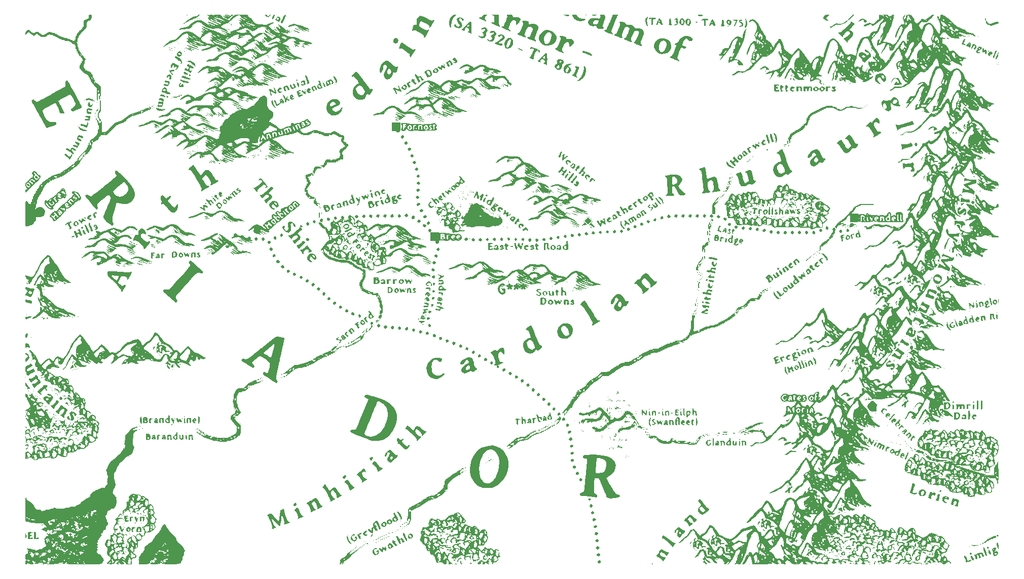
<source format=gto>
G04 #@! TF.GenerationSoftware,KiCad,Pcbnew,7.0.2-0*
G04 #@! TF.CreationDate,2023-07-28T20:15:10+02:00*
G04 #@! TF.ProjectId,plates,706c6174-6573-42e6-9b69-6361645f7063,0.6.1*
G04 #@! TF.SameCoordinates,Original*
G04 #@! TF.FileFunction,Legend,Top*
G04 #@! TF.FilePolarity,Positive*
%FSLAX46Y46*%
G04 Gerber Fmt 4.6, Leading zero omitted, Abs format (unit mm)*
G04 Created by KiCad (PCBNEW 7.0.2-0) date 2023-07-28 20:15:10*
%MOMM*%
%LPD*%
G01*
G04 APERTURE LIST*
%ADD10C,0.300000*%
G04 APERTURE END LIST*
D10*
X103628572Y-103215357D02*
X103485715Y-103143928D01*
X103485715Y-103143928D02*
X103271429Y-103143928D01*
X103271429Y-103143928D02*
X103057143Y-103215357D01*
X103057143Y-103215357D02*
X102914286Y-103358214D01*
X102914286Y-103358214D02*
X102842857Y-103501071D01*
X102842857Y-103501071D02*
X102771429Y-103786785D01*
X102771429Y-103786785D02*
X102771429Y-104001071D01*
X102771429Y-104001071D02*
X102842857Y-104286785D01*
X102842857Y-104286785D02*
X102914286Y-104429642D01*
X102914286Y-104429642D02*
X103057143Y-104572500D01*
X103057143Y-104572500D02*
X103271429Y-104643928D01*
X103271429Y-104643928D02*
X103414286Y-104643928D01*
X103414286Y-104643928D02*
X103628572Y-104572500D01*
X103628572Y-104572500D02*
X103700000Y-104501071D01*
X103700000Y-104501071D02*
X103700000Y-104001071D01*
X103700000Y-104001071D02*
X103414286Y-104001071D01*
X104557143Y-103143928D02*
X104557143Y-103501071D01*
X104200000Y-103358214D02*
X104557143Y-103501071D01*
X104557143Y-103501071D02*
X104914286Y-103358214D01*
X104342857Y-103786785D02*
X104557143Y-103501071D01*
X104557143Y-103501071D02*
X104771429Y-103786785D01*
X105700000Y-103143928D02*
X105700000Y-103501071D01*
X105342857Y-103358214D02*
X105700000Y-103501071D01*
X105700000Y-103501071D02*
X106057143Y-103358214D01*
X105485714Y-103786785D02*
X105700000Y-103501071D01*
X105700000Y-103501071D02*
X105914286Y-103786785D01*
X106842857Y-103143928D02*
X106842857Y-103501071D01*
X106485714Y-103358214D02*
X106842857Y-103501071D01*
X106842857Y-103501071D02*
X107200000Y-103358214D01*
X106628571Y-103786785D02*
X106842857Y-103501071D01*
X106842857Y-103501071D02*
X107057143Y-103786785D01*
G36*
X23754666Y-118639666D02*
G01*
X23712333Y-118682000D01*
X23670000Y-118639666D01*
X23712333Y-118597333D01*
X23754666Y-118639666D01*
G37*
G36*
X23924000Y-108141000D02*
G01*
X23881666Y-108183333D01*
X23839333Y-108141000D01*
X23881666Y-108098666D01*
X23924000Y-108141000D01*
G37*
G36*
X24432000Y-114491000D02*
G01*
X24389666Y-114533333D01*
X24347333Y-114491000D01*
X24389666Y-114448666D01*
X24432000Y-114491000D01*
G37*
G36*
X24686000Y-111951000D02*
G01*
X24643666Y-111993333D01*
X24601333Y-111951000D01*
X24643666Y-111908666D01*
X24686000Y-111951000D01*
G37*
G36*
X24770666Y-115845666D02*
G01*
X24728333Y-115888000D01*
X24686000Y-115845666D01*
X24728333Y-115803333D01*
X24770666Y-115845666D01*
G37*
G36*
X24855333Y-125921000D02*
G01*
X24813000Y-125963333D01*
X24770666Y-125921000D01*
X24813000Y-125878666D01*
X24855333Y-125921000D01*
G37*
G36*
X25109333Y-126259666D02*
G01*
X25067000Y-126302000D01*
X25024666Y-126259666D01*
X25067000Y-126217333D01*
X25109333Y-126259666D01*
G37*
G36*
X25109333Y-148357666D02*
G01*
X25067000Y-148400000D01*
X25024666Y-148357666D01*
X25067000Y-148315333D01*
X25109333Y-148357666D01*
G37*
G36*
X25278666Y-140314333D02*
G01*
X25236333Y-140356666D01*
X25194000Y-140314333D01*
X25236333Y-140272000D01*
X25278666Y-140314333D01*
G37*
G36*
X25363333Y-87651666D02*
G01*
X25321000Y-87694000D01*
X25278666Y-87651666D01*
X25321000Y-87609333D01*
X25363333Y-87651666D01*
G37*
G36*
X25448000Y-121772333D02*
G01*
X25405666Y-121814666D01*
X25363333Y-121772333D01*
X25405666Y-121730000D01*
X25448000Y-121772333D01*
G37*
G36*
X25448000Y-128376333D02*
G01*
X25405666Y-128418666D01*
X25363333Y-128376333D01*
X25405666Y-128334000D01*
X25448000Y-128376333D01*
G37*
G36*
X25532666Y-122111000D02*
G01*
X25490333Y-122153333D01*
X25448000Y-122111000D01*
X25490333Y-122068666D01*
X25532666Y-122111000D01*
G37*
G36*
X25702000Y-107887000D02*
G01*
X25659666Y-107929333D01*
X25617333Y-107887000D01*
X25659666Y-107844666D01*
X25702000Y-107887000D01*
G37*
G36*
X25786666Y-121857000D02*
G01*
X25744333Y-121899333D01*
X25702000Y-121857000D01*
X25744333Y-121814666D01*
X25786666Y-121857000D01*
G37*
G36*
X26125333Y-122195666D02*
G01*
X26083000Y-122238000D01*
X26040666Y-122195666D01*
X26083000Y-122153333D01*
X26125333Y-122195666D01*
G37*
G36*
X26379333Y-144124333D02*
G01*
X26337000Y-144166666D01*
X26294666Y-144124333D01*
X26337000Y-144082000D01*
X26379333Y-144124333D01*
G37*
G36*
X26379333Y-149881666D02*
G01*
X26337000Y-149924000D01*
X26294666Y-149881666D01*
X26337000Y-149839333D01*
X26379333Y-149881666D01*
G37*
G36*
X26633333Y-102722333D02*
G01*
X26591000Y-102764666D01*
X26548666Y-102722333D01*
X26591000Y-102680000D01*
X26633333Y-102722333D01*
G37*
G36*
X26718000Y-103907666D02*
G01*
X26675666Y-103950000D01*
X26633333Y-103907666D01*
X26675666Y-103865333D01*
X26718000Y-103907666D01*
G37*
G36*
X26802666Y-127868333D02*
G01*
X26760333Y-127910666D01*
X26718000Y-127868333D01*
X26760333Y-127826000D01*
X26802666Y-127868333D01*
G37*
G36*
X26972000Y-148273000D02*
G01*
X26929666Y-148315333D01*
X26887333Y-148273000D01*
X26929666Y-148230666D01*
X26972000Y-148273000D01*
G37*
G36*
X27056666Y-128037666D02*
G01*
X27014333Y-128080000D01*
X26972000Y-128037666D01*
X27014333Y-127995333D01*
X27056666Y-128037666D01*
G37*
G36*
X27734000Y-144632333D02*
G01*
X27691666Y-144674666D01*
X27649333Y-144632333D01*
X27691666Y-144590000D01*
X27734000Y-144632333D01*
G37*
G36*
X27818666Y-120333000D02*
G01*
X27776333Y-120375333D01*
X27734000Y-120333000D01*
X27776333Y-120290666D01*
X27818666Y-120333000D01*
G37*
G36*
X27818666Y-124566333D02*
G01*
X27776333Y-124608666D01*
X27734000Y-124566333D01*
X27776333Y-124524000D01*
X27818666Y-124566333D01*
G37*
G36*
X27818666Y-144378333D02*
G01*
X27776333Y-144420666D01*
X27734000Y-144378333D01*
X27776333Y-144336000D01*
X27818666Y-144378333D01*
G37*
G36*
X27903333Y-144632333D02*
G01*
X27861000Y-144674666D01*
X27818666Y-144632333D01*
X27861000Y-144590000D01*
X27903333Y-144632333D01*
G37*
G36*
X27988000Y-129985000D02*
G01*
X27945666Y-130027333D01*
X27903333Y-129985000D01*
X27945666Y-129942666D01*
X27988000Y-129985000D01*
G37*
G36*
X28157333Y-120417666D02*
G01*
X28115000Y-120460000D01*
X28072666Y-120417666D01*
X28115000Y-120375333D01*
X28157333Y-120417666D01*
G37*
G36*
X28326666Y-142515666D02*
G01*
X28284333Y-142558000D01*
X28242000Y-142515666D01*
X28284333Y-142473333D01*
X28326666Y-142515666D01*
G37*
G36*
X28326666Y-148781000D02*
G01*
X28284333Y-148823333D01*
X28242000Y-148781000D01*
X28284333Y-148738666D01*
X28326666Y-148781000D01*
G37*
G36*
X28580666Y-120841000D02*
G01*
X28538333Y-120883333D01*
X28496000Y-120841000D01*
X28538333Y-120798666D01*
X28580666Y-120841000D01*
G37*
G36*
X28834666Y-125074333D02*
G01*
X28792333Y-125116666D01*
X28750000Y-125074333D01*
X28792333Y-125032000D01*
X28834666Y-125074333D01*
G37*
G36*
X28834666Y-125497666D02*
G01*
X28792333Y-125540000D01*
X28750000Y-125497666D01*
X28792333Y-125455333D01*
X28834666Y-125497666D01*
G37*
G36*
X29088666Y-148527000D02*
G01*
X29046333Y-148569333D01*
X29004000Y-148527000D01*
X29046333Y-148484666D01*
X29088666Y-148527000D01*
G37*
G36*
X29173333Y-125836333D02*
G01*
X29131000Y-125878666D01*
X29088666Y-125836333D01*
X29131000Y-125794000D01*
X29173333Y-125836333D01*
G37*
G36*
X29258000Y-125497666D02*
G01*
X29215666Y-125540000D01*
X29173333Y-125497666D01*
X29215666Y-125455333D01*
X29258000Y-125497666D01*
G37*
G36*
X29258000Y-126429000D02*
G01*
X29215666Y-126471333D01*
X29173333Y-126429000D01*
X29215666Y-126386666D01*
X29258000Y-126429000D01*
G37*
G36*
X29512000Y-143193000D02*
G01*
X29469666Y-143235333D01*
X29427333Y-143193000D01*
X29469666Y-143150666D01*
X29512000Y-143193000D01*
G37*
G36*
X29512000Y-149881666D02*
G01*
X29469666Y-149924000D01*
X29427333Y-149881666D01*
X29469666Y-149839333D01*
X29512000Y-149881666D01*
G37*
G36*
X29935333Y-129900333D02*
G01*
X29893000Y-129942666D01*
X29850666Y-129900333D01*
X29893000Y-129858000D01*
X29935333Y-129900333D01*
G37*
G36*
X30104666Y-143108333D02*
G01*
X30062333Y-143150666D01*
X30020000Y-143108333D01*
X30062333Y-143066000D01*
X30104666Y-143108333D01*
G37*
G36*
X30612666Y-126344333D02*
G01*
X30570333Y-126386666D01*
X30528000Y-126344333D01*
X30570333Y-126302000D01*
X30612666Y-126344333D01*
G37*
G36*
X30697333Y-129477000D02*
G01*
X30655000Y-129519333D01*
X30612666Y-129477000D01*
X30655000Y-129434666D01*
X30697333Y-129477000D01*
G37*
G36*
X30866666Y-129731000D02*
G01*
X30824333Y-129773333D01*
X30782000Y-129731000D01*
X30824333Y-129688666D01*
X30866666Y-129731000D01*
G37*
G36*
X31628666Y-117454333D02*
G01*
X31586333Y-117496666D01*
X31544000Y-117454333D01*
X31586333Y-117412000D01*
X31628666Y-117454333D01*
G37*
G36*
X31882666Y-117285000D02*
G01*
X31840333Y-117327333D01*
X31798000Y-117285000D01*
X31840333Y-117242666D01*
X31882666Y-117285000D01*
G37*
G36*
X31967333Y-62082333D02*
G01*
X31925000Y-62124666D01*
X31882666Y-62082333D01*
X31925000Y-62040000D01*
X31967333Y-62082333D01*
G37*
G36*
X32052000Y-117285000D02*
G01*
X32009666Y-117327333D01*
X31967333Y-117285000D01*
X32009666Y-117242666D01*
X32052000Y-117285000D01*
G37*
G36*
X32221333Y-117285000D02*
G01*
X32179000Y-117327333D01*
X32136666Y-117285000D01*
X32179000Y-117242666D01*
X32221333Y-117285000D01*
G37*
G36*
X32306000Y-64199000D02*
G01*
X32263666Y-64241333D01*
X32221333Y-64199000D01*
X32263666Y-64156666D01*
X32306000Y-64199000D01*
G37*
G36*
X32306000Y-124143000D02*
G01*
X32263666Y-124185333D01*
X32221333Y-124143000D01*
X32263666Y-124100666D01*
X32306000Y-124143000D01*
G37*
G36*
X32390666Y-125328333D02*
G01*
X32348333Y-125370666D01*
X32306000Y-125328333D01*
X32348333Y-125286000D01*
X32390666Y-125328333D01*
G37*
G36*
X32475333Y-117200333D02*
G01*
X32433000Y-117242666D01*
X32390666Y-117200333D01*
X32433000Y-117158000D01*
X32475333Y-117200333D01*
G37*
G36*
X32560000Y-76645000D02*
G01*
X32517666Y-76687333D01*
X32475333Y-76645000D01*
X32517666Y-76602666D01*
X32560000Y-76645000D01*
G37*
G36*
X32560000Y-143616333D02*
G01*
X32517666Y-143658666D01*
X32475333Y-143616333D01*
X32517666Y-143574000D01*
X32560000Y-143616333D01*
G37*
G36*
X32644666Y-125328333D02*
G01*
X32602333Y-125370666D01*
X32560000Y-125328333D01*
X32602333Y-125286000D01*
X32644666Y-125328333D01*
G37*
G36*
X33576000Y-72411666D02*
G01*
X33533666Y-72454000D01*
X33491333Y-72411666D01*
X33533666Y-72369333D01*
X33576000Y-72411666D01*
G37*
G36*
X33576000Y-124481666D02*
G01*
X33533666Y-124524000D01*
X33491333Y-124481666D01*
X33533666Y-124439333D01*
X33576000Y-124481666D01*
G37*
G36*
X35354000Y-74951666D02*
G01*
X35311666Y-74994000D01*
X35269333Y-74951666D01*
X35311666Y-74909333D01*
X35354000Y-74951666D01*
G37*
G36*
X35692666Y-72665666D02*
G01*
X35650333Y-72708000D01*
X35608000Y-72665666D01*
X35650333Y-72623333D01*
X35692666Y-72665666D01*
G37*
G36*
X35862000Y-73681666D02*
G01*
X35819666Y-73724000D01*
X35777333Y-73681666D01*
X35819666Y-73639333D01*
X35862000Y-73681666D01*
G37*
G36*
X36285333Y-72073000D02*
G01*
X36243000Y-72115333D01*
X36200666Y-72073000D01*
X36243000Y-72030666D01*
X36285333Y-72073000D01*
G37*
G36*
X36624000Y-149712333D02*
G01*
X36581666Y-149754666D01*
X36539333Y-149712333D01*
X36581666Y-149670000D01*
X36624000Y-149712333D01*
G37*
G36*
X37386000Y-135827000D02*
G01*
X37343666Y-135869333D01*
X37301333Y-135827000D01*
X37343666Y-135784666D01*
X37386000Y-135827000D01*
G37*
G36*
X37809333Y-140907000D02*
G01*
X37767000Y-140949333D01*
X37724666Y-140907000D01*
X37767000Y-140864666D01*
X37809333Y-140907000D01*
G37*
G36*
X37894000Y-148103666D02*
G01*
X37851666Y-148146000D01*
X37809333Y-148103666D01*
X37851666Y-148061333D01*
X37894000Y-148103666D01*
G37*
G36*
X38486666Y-148611666D02*
G01*
X38444333Y-148654000D01*
X38402000Y-148611666D01*
X38444333Y-148569333D01*
X38486666Y-148611666D01*
G37*
G36*
X38571333Y-99166333D02*
G01*
X38529000Y-99208666D01*
X38486666Y-99166333D01*
X38529000Y-99124000D01*
X38571333Y-99166333D01*
G37*
G36*
X38656000Y-145394333D02*
G01*
X38613666Y-145436666D01*
X38571333Y-145394333D01*
X38613666Y-145352000D01*
X38656000Y-145394333D01*
G37*
G36*
X40010666Y-143193000D02*
G01*
X39968333Y-143235333D01*
X39926000Y-143193000D01*
X39968333Y-143150666D01*
X40010666Y-143193000D01*
G37*
G36*
X40264666Y-143023666D02*
G01*
X40222333Y-143066000D01*
X40180000Y-143023666D01*
X40222333Y-142981333D01*
X40264666Y-143023666D01*
G37*
G36*
X41026666Y-131932333D02*
G01*
X40984333Y-131974666D01*
X40942000Y-131932333D01*
X40984333Y-131890000D01*
X41026666Y-131932333D01*
G37*
G36*
X41111333Y-144717000D02*
G01*
X41069000Y-144759333D01*
X41026666Y-144717000D01*
X41069000Y-144674666D01*
X41111333Y-144717000D01*
G37*
G36*
X41196000Y-116184333D02*
G01*
X41153666Y-116226666D01*
X41111333Y-116184333D01*
X41153666Y-116142000D01*
X41196000Y-116184333D01*
G37*
G36*
X41365333Y-99928333D02*
G01*
X41323000Y-99970666D01*
X41280666Y-99928333D01*
X41323000Y-99886000D01*
X41365333Y-99928333D01*
G37*
G36*
X41534666Y-94763666D02*
G01*
X41492333Y-94806000D01*
X41450000Y-94763666D01*
X41492333Y-94721333D01*
X41534666Y-94763666D01*
G37*
G36*
X41619333Y-98150333D02*
G01*
X41577000Y-98192666D01*
X41534666Y-98150333D01*
X41577000Y-98108000D01*
X41619333Y-98150333D01*
G37*
G36*
X41704000Y-128884333D02*
G01*
X41661666Y-128926666D01*
X41619333Y-128884333D01*
X41661666Y-128842000D01*
X41704000Y-128884333D01*
G37*
G36*
X41788666Y-94001666D02*
G01*
X41746333Y-94044000D01*
X41704000Y-94001666D01*
X41746333Y-93959333D01*
X41788666Y-94001666D01*
G37*
G36*
X41958000Y-99589666D02*
G01*
X41915666Y-99632000D01*
X41873333Y-99589666D01*
X41915666Y-99547333D01*
X41958000Y-99589666D01*
G37*
G36*
X43058666Y-141669000D02*
G01*
X43016333Y-141711333D01*
X42974000Y-141669000D01*
X43016333Y-141626666D01*
X43058666Y-141669000D01*
G37*
G36*
X43143333Y-143023666D02*
G01*
X43101000Y-143066000D01*
X43058666Y-143023666D01*
X43101000Y-142981333D01*
X43143333Y-143023666D01*
G37*
G36*
X44921333Y-73681666D02*
G01*
X44879000Y-73724000D01*
X44836666Y-73681666D01*
X44879000Y-73639333D01*
X44921333Y-73681666D01*
G37*
G36*
X45175333Y-73089000D02*
G01*
X45133000Y-73131333D01*
X45090666Y-73089000D01*
X45133000Y-73046666D01*
X45175333Y-73089000D01*
G37*
G36*
X45175333Y-73512333D02*
G01*
X45133000Y-73554666D01*
X45090666Y-73512333D01*
X45133000Y-73470000D01*
X45175333Y-73512333D01*
G37*
G36*
X45344666Y-93832333D02*
G01*
X45302333Y-93874666D01*
X45260000Y-93832333D01*
X45302333Y-93790000D01*
X45344666Y-93832333D01*
G37*
G36*
X45514000Y-94679000D02*
G01*
X45471666Y-94721333D01*
X45429333Y-94679000D01*
X45471666Y-94636666D01*
X45514000Y-94679000D01*
G37*
G36*
X45514000Y-96118333D02*
G01*
X45471666Y-96160666D01*
X45429333Y-96118333D01*
X45471666Y-96076000D01*
X45514000Y-96118333D01*
G37*
G36*
X46106666Y-114914333D02*
G01*
X46064333Y-114956666D01*
X46022000Y-114914333D01*
X46064333Y-114872000D01*
X46106666Y-114914333D01*
G37*
G36*
X46276000Y-114999000D02*
G01*
X46233666Y-115041333D01*
X46191333Y-114999000D01*
X46233666Y-114956666D01*
X46276000Y-114999000D01*
G37*
G36*
X48138666Y-71988333D02*
G01*
X48096333Y-72030666D01*
X48054000Y-71988333D01*
X48096333Y-71946000D01*
X48138666Y-71988333D01*
G37*
G36*
X48223333Y-63945000D02*
G01*
X48181000Y-63987333D01*
X48138666Y-63945000D01*
X48181000Y-63902666D01*
X48223333Y-63945000D01*
G37*
G36*
X48223333Y-71734333D02*
G01*
X48181000Y-71776666D01*
X48138666Y-71734333D01*
X48181000Y-71692000D01*
X48223333Y-71734333D01*
G37*
G36*
X48308000Y-76475666D02*
G01*
X48265666Y-76518000D01*
X48223333Y-76475666D01*
X48265666Y-76433333D01*
X48308000Y-76475666D01*
G37*
G36*
X48477333Y-96203000D02*
G01*
X48435000Y-96245333D01*
X48392666Y-96203000D01*
X48435000Y-96160666D01*
X48477333Y-96203000D01*
G37*
G36*
X48562000Y-63437000D02*
G01*
X48519666Y-63479333D01*
X48477333Y-63437000D01*
X48519666Y-63394666D01*
X48562000Y-63437000D01*
G37*
G36*
X48646666Y-116692333D02*
G01*
X48604333Y-116734666D01*
X48562000Y-116692333D01*
X48604333Y-116650000D01*
X48646666Y-116692333D01*
G37*
G36*
X48731333Y-63437000D02*
G01*
X48689000Y-63479333D01*
X48646666Y-63437000D01*
X48689000Y-63394666D01*
X48731333Y-63437000D01*
G37*
G36*
X49070000Y-62505666D02*
G01*
X49027666Y-62548000D01*
X48985333Y-62505666D01*
X49027666Y-62463333D01*
X49070000Y-62505666D01*
G37*
G36*
X49324000Y-62844333D02*
G01*
X49281666Y-62886666D01*
X49239333Y-62844333D01*
X49281666Y-62802000D01*
X49324000Y-62844333D01*
G37*
G36*
X49408666Y-71395666D02*
G01*
X49366333Y-71438000D01*
X49324000Y-71395666D01*
X49366333Y-71353333D01*
X49408666Y-71395666D01*
G37*
G36*
X49832000Y-96626333D02*
G01*
X49789666Y-96668666D01*
X49747333Y-96626333D01*
X49789666Y-96584000D01*
X49832000Y-96626333D01*
G37*
G36*
X50001333Y-96711000D02*
G01*
X49959000Y-96753333D01*
X49916666Y-96711000D01*
X49959000Y-96668666D01*
X50001333Y-96711000D01*
G37*
G36*
X50340000Y-63691000D02*
G01*
X50297666Y-63733333D01*
X50255333Y-63691000D01*
X50297666Y-63648666D01*
X50340000Y-63691000D01*
G37*
G36*
X50678666Y-63860333D02*
G01*
X50636333Y-63902666D01*
X50594000Y-63860333D01*
X50636333Y-63818000D01*
X50678666Y-63860333D01*
G37*
G36*
X50678666Y-65807666D02*
G01*
X50636333Y-65850000D01*
X50594000Y-65807666D01*
X50636333Y-65765333D01*
X50678666Y-65807666D01*
G37*
G36*
X51948666Y-80793666D02*
G01*
X51906333Y-80836000D01*
X51864000Y-80793666D01*
X51906333Y-80751333D01*
X51948666Y-80793666D01*
G37*
G36*
X52118000Y-80878333D02*
G01*
X52075666Y-80920666D01*
X52033333Y-80878333D01*
X52075666Y-80836000D01*
X52118000Y-80878333D01*
G37*
G36*
X52202666Y-79862333D02*
G01*
X52160333Y-79904666D01*
X52118000Y-79862333D01*
X52160333Y-79820000D01*
X52202666Y-79862333D01*
G37*
G36*
X52202666Y-127360333D02*
G01*
X52160333Y-127402666D01*
X52118000Y-127360333D01*
X52160333Y-127318000D01*
X52202666Y-127360333D01*
G37*
G36*
X52456666Y-79947000D02*
G01*
X52414333Y-79989333D01*
X52372000Y-79947000D01*
X52414333Y-79904666D01*
X52456666Y-79947000D01*
G37*
G36*
X52456666Y-80201000D02*
G01*
X52414333Y-80243333D01*
X52372000Y-80201000D01*
X52414333Y-80158666D01*
X52456666Y-80201000D01*
G37*
G36*
X52541333Y-58611000D02*
G01*
X52499000Y-58653333D01*
X52456666Y-58611000D01*
X52499000Y-58568666D01*
X52541333Y-58611000D01*
G37*
G36*
X52795333Y-58695666D02*
G01*
X52753000Y-58738000D01*
X52710666Y-58695666D01*
X52753000Y-58653333D01*
X52795333Y-58695666D01*
G37*
G36*
X53896000Y-128122333D02*
G01*
X53853666Y-128164666D01*
X53811333Y-128122333D01*
X53853666Y-128080000D01*
X53896000Y-128122333D01*
G37*
G36*
X54150000Y-98065666D02*
G01*
X54107666Y-98108000D01*
X54065333Y-98065666D01*
X54107666Y-98023333D01*
X54150000Y-98065666D01*
G37*
G36*
X54234666Y-67501000D02*
G01*
X54192333Y-67543333D01*
X54150000Y-67501000D01*
X54192333Y-67458666D01*
X54234666Y-67501000D01*
G37*
G36*
X55589333Y-128630333D02*
G01*
X55547000Y-128672666D01*
X55504666Y-128630333D01*
X55547000Y-128588000D01*
X55589333Y-128630333D01*
G37*
G36*
X55843333Y-95441000D02*
G01*
X55801000Y-95483333D01*
X55758666Y-95441000D01*
X55801000Y-95398666D01*
X55843333Y-95441000D01*
G37*
G36*
X56012666Y-78338333D02*
G01*
X55970333Y-78380666D01*
X55928000Y-78338333D01*
X55970333Y-78296000D01*
X56012666Y-78338333D01*
G37*
G36*
X56436000Y-75036333D02*
G01*
X56393666Y-75078666D01*
X56351333Y-75036333D01*
X56393666Y-74994000D01*
X56436000Y-75036333D01*
G37*
G36*
X56436000Y-82571666D02*
G01*
X56393666Y-82614000D01*
X56351333Y-82571666D01*
X56393666Y-82529333D01*
X56436000Y-82571666D01*
G37*
G36*
X56690000Y-91546333D02*
G01*
X56647666Y-91588666D01*
X56605333Y-91546333D01*
X56647666Y-91504000D01*
X56690000Y-91546333D01*
G37*
G36*
X57282666Y-60389000D02*
G01*
X57240333Y-60431333D01*
X57198000Y-60389000D01*
X57240333Y-60346666D01*
X57282666Y-60389000D01*
G37*
G36*
X57452000Y-60389000D02*
G01*
X57409666Y-60431333D01*
X57367333Y-60389000D01*
X57409666Y-60346666D01*
X57452000Y-60389000D01*
G37*
G36*
X57452000Y-92477666D02*
G01*
X57409666Y-92520000D01*
X57367333Y-92477666D01*
X57409666Y-92435333D01*
X57452000Y-92477666D01*
G37*
G36*
X57790666Y-70803000D02*
G01*
X57748333Y-70845333D01*
X57706000Y-70803000D01*
X57748333Y-70760666D01*
X57790666Y-70803000D01*
G37*
G36*
X58637333Y-96287666D02*
G01*
X58595000Y-96330000D01*
X58552666Y-96287666D01*
X58595000Y-96245333D01*
X58637333Y-96287666D01*
G37*
G36*
X58722000Y-96118333D02*
G01*
X58679666Y-96160666D01*
X58637333Y-96118333D01*
X58679666Y-96076000D01*
X58722000Y-96118333D01*
G37*
G36*
X59314666Y-126937000D02*
G01*
X59272333Y-126979333D01*
X59230000Y-126937000D01*
X59272333Y-126894666D01*
X59314666Y-126937000D01*
G37*
G36*
X59484000Y-126259666D02*
G01*
X59441666Y-126302000D01*
X59399333Y-126259666D01*
X59441666Y-126217333D01*
X59484000Y-126259666D01*
G37*
G36*
X59653333Y-126429000D02*
G01*
X59611000Y-126471333D01*
X59568666Y-126429000D01*
X59611000Y-126386666D01*
X59653333Y-126429000D01*
G37*
G36*
X60330666Y-72327000D02*
G01*
X60288333Y-72369333D01*
X60246000Y-72327000D01*
X60288333Y-72284666D01*
X60330666Y-72327000D01*
G37*
G36*
X60500000Y-79947000D02*
G01*
X60457666Y-79989333D01*
X60415333Y-79947000D01*
X60457666Y-79904666D01*
X60500000Y-79947000D01*
G37*
G36*
X60584666Y-73766333D02*
G01*
X60542333Y-73808666D01*
X60500000Y-73766333D01*
X60542333Y-73724000D01*
X60584666Y-73766333D01*
G37*
G36*
X60584666Y-80878333D02*
G01*
X60542333Y-80920666D01*
X60500000Y-80878333D01*
X60542333Y-80836000D01*
X60584666Y-80878333D01*
G37*
G36*
X60584666Y-98150333D02*
G01*
X60542333Y-98192666D01*
X60500000Y-98150333D01*
X60542333Y-98108000D01*
X60584666Y-98150333D01*
G37*
G36*
X61431333Y-119317000D02*
G01*
X61389000Y-119359333D01*
X61346666Y-119317000D01*
X61389000Y-119274666D01*
X61431333Y-119317000D01*
G37*
G36*
X61600666Y-70125666D02*
G01*
X61558333Y-70168000D01*
X61516000Y-70125666D01*
X61558333Y-70083333D01*
X61600666Y-70125666D01*
G37*
G36*
X61685333Y-64622333D02*
G01*
X61643000Y-64664666D01*
X61600666Y-64622333D01*
X61643000Y-64580000D01*
X61685333Y-64622333D01*
G37*
G36*
X62108666Y-81386333D02*
G01*
X62066333Y-81428666D01*
X62024000Y-81386333D01*
X62066333Y-81344000D01*
X62108666Y-81386333D01*
G37*
G36*
X62701333Y-78592333D02*
G01*
X62659000Y-78634666D01*
X62616666Y-78592333D01*
X62659000Y-78550000D01*
X62701333Y-78592333D01*
G37*
G36*
X62701333Y-80539666D02*
G01*
X62659000Y-80582000D01*
X62616666Y-80539666D01*
X62659000Y-80497333D01*
X62701333Y-80539666D01*
G37*
G36*
X63124666Y-118639666D02*
G01*
X63082333Y-118682000D01*
X63040000Y-118639666D01*
X63082333Y-118597333D01*
X63124666Y-118639666D01*
G37*
G36*
X63294000Y-61574333D02*
G01*
X63251666Y-61616666D01*
X63209333Y-61574333D01*
X63251666Y-61532000D01*
X63294000Y-61574333D01*
G37*
G36*
X63294000Y-69194333D02*
G01*
X63251666Y-69236666D01*
X63209333Y-69194333D01*
X63251666Y-69152000D01*
X63294000Y-69194333D01*
G37*
G36*
X63548000Y-65977000D02*
G01*
X63505666Y-66019333D01*
X63463333Y-65977000D01*
X63505666Y-65934666D01*
X63548000Y-65977000D01*
G37*
G36*
X63886666Y-77237666D02*
G01*
X63844333Y-77280000D01*
X63802000Y-77237666D01*
X63844333Y-77195333D01*
X63886666Y-77237666D01*
G37*
G36*
X63971333Y-94679000D02*
G01*
X63929000Y-94721333D01*
X63886666Y-94679000D01*
X63929000Y-94636666D01*
X63971333Y-94679000D01*
G37*
G36*
X64225333Y-64961000D02*
G01*
X64183000Y-65003333D01*
X64140666Y-64961000D01*
X64183000Y-64918666D01*
X64225333Y-64961000D01*
G37*
G36*
X64225333Y-69363666D02*
G01*
X64183000Y-69406000D01*
X64140666Y-69363666D01*
X64183000Y-69321333D01*
X64225333Y-69363666D01*
G37*
G36*
X64394666Y-64876333D02*
G01*
X64352333Y-64918666D01*
X64310000Y-64876333D01*
X64352333Y-64834000D01*
X64394666Y-64876333D01*
G37*
G36*
X64479333Y-61405000D02*
G01*
X64437000Y-61447333D01*
X64394666Y-61405000D01*
X64437000Y-61362666D01*
X64479333Y-61405000D01*
G37*
G36*
X64648666Y-81979000D02*
G01*
X64606333Y-82021333D01*
X64564000Y-81979000D01*
X64606333Y-81936666D01*
X64648666Y-81979000D01*
G37*
G36*
X65072000Y-75205666D02*
G01*
X65029666Y-75248000D01*
X64987333Y-75205666D01*
X65029666Y-75163333D01*
X65072000Y-75205666D01*
G37*
G36*
X65326000Y-60050333D02*
G01*
X65283666Y-60092666D01*
X65241333Y-60050333D01*
X65283666Y-60008000D01*
X65326000Y-60050333D01*
G37*
G36*
X65326000Y-65977000D02*
G01*
X65283666Y-66019333D01*
X65241333Y-65977000D01*
X65283666Y-65934666D01*
X65326000Y-65977000D01*
G37*
G36*
X65410666Y-68855666D02*
G01*
X65368333Y-68898000D01*
X65326000Y-68855666D01*
X65368333Y-68813333D01*
X65410666Y-68855666D01*
G37*
G36*
X65495333Y-66061666D02*
G01*
X65453000Y-66104000D01*
X65410666Y-66061666D01*
X65453000Y-66019333D01*
X65495333Y-66061666D01*
G37*
G36*
X65918666Y-66231000D02*
G01*
X65876333Y-66273333D01*
X65834000Y-66231000D01*
X65876333Y-66188666D01*
X65918666Y-66231000D01*
G37*
G36*
X66003333Y-59965666D02*
G01*
X65961000Y-60008000D01*
X65918666Y-59965666D01*
X65961000Y-59923333D01*
X66003333Y-59965666D01*
G37*
G36*
X66426666Y-118724333D02*
G01*
X66384333Y-118766666D01*
X66342000Y-118724333D01*
X66384333Y-118682000D01*
X66426666Y-118724333D01*
G37*
G36*
X68204666Y-60727666D02*
G01*
X68162333Y-60770000D01*
X68120000Y-60727666D01*
X68162333Y-60685333D01*
X68204666Y-60727666D01*
G37*
G36*
X68374000Y-117285000D02*
G01*
X68331666Y-117327333D01*
X68289333Y-117285000D01*
X68331666Y-117242666D01*
X68374000Y-117285000D01*
G37*
G36*
X68458666Y-62421000D02*
G01*
X68416333Y-62463333D01*
X68374000Y-62421000D01*
X68416333Y-62378666D01*
X68458666Y-62421000D01*
G37*
G36*
X68543333Y-63352333D02*
G01*
X68501000Y-63394666D01*
X68458666Y-63352333D01*
X68501000Y-63310000D01*
X68543333Y-63352333D01*
G37*
G36*
X69559333Y-60643000D02*
G01*
X69517000Y-60685333D01*
X69474666Y-60643000D01*
X69517000Y-60600666D01*
X69559333Y-60643000D01*
G37*
G36*
X69559333Y-77915000D02*
G01*
X69517000Y-77957333D01*
X69474666Y-77915000D01*
X69517000Y-77872666D01*
X69559333Y-77915000D01*
G37*
G36*
X70067333Y-78253666D02*
G01*
X70025000Y-78296000D01*
X69982666Y-78253666D01*
X70025000Y-78211333D01*
X70067333Y-78253666D01*
G37*
G36*
X70406000Y-84942333D02*
G01*
X70363666Y-84984666D01*
X70321333Y-84942333D01*
X70363666Y-84900000D01*
X70406000Y-84942333D01*
G37*
G36*
X71930000Y-115422333D02*
G01*
X71887666Y-115464666D01*
X71845333Y-115422333D01*
X71887666Y-115380000D01*
X71930000Y-115422333D01*
G37*
G36*
X72438000Y-115083666D02*
G01*
X72395666Y-115126000D01*
X72353333Y-115083666D01*
X72395666Y-115041333D01*
X72438000Y-115083666D01*
G37*
G36*
X72607333Y-92816333D02*
G01*
X72565000Y-92858666D01*
X72522666Y-92816333D01*
X72565000Y-92774000D01*
X72607333Y-92816333D01*
G37*
G36*
X72946000Y-83418333D02*
G01*
X72903666Y-83460666D01*
X72861333Y-83418333D01*
X72903666Y-83376000D01*
X72946000Y-83418333D01*
G37*
G36*
X73623333Y-96457000D02*
G01*
X73581000Y-96499333D01*
X73538666Y-96457000D01*
X73581000Y-96414666D01*
X73623333Y-96457000D01*
G37*
G36*
X73708000Y-115337666D02*
G01*
X73665666Y-115380000D01*
X73623333Y-115337666D01*
X73665666Y-115295333D01*
X73708000Y-115337666D01*
G37*
G36*
X75570666Y-69617666D02*
G01*
X75528333Y-69660000D01*
X75486000Y-69617666D01*
X75528333Y-69575333D01*
X75570666Y-69617666D01*
G37*
G36*
X75570666Y-114321666D02*
G01*
X75528333Y-114364000D01*
X75486000Y-114321666D01*
X75528333Y-114279333D01*
X75570666Y-114321666D01*
G37*
G36*
X75740000Y-114152333D02*
G01*
X75697666Y-114194666D01*
X75655333Y-114152333D01*
X75697666Y-114110000D01*
X75740000Y-114152333D01*
G37*
G36*
X76586666Y-93409000D02*
G01*
X76544333Y-93451333D01*
X76502000Y-93409000D01*
X76544333Y-93366666D01*
X76586666Y-93409000D01*
G37*
G36*
X76925333Y-96203000D02*
G01*
X76883000Y-96245333D01*
X76840666Y-96203000D01*
X76883000Y-96160666D01*
X76925333Y-96203000D01*
G37*
G36*
X76925333Y-149712333D02*
G01*
X76883000Y-149754666D01*
X76840666Y-149712333D01*
X76883000Y-149670000D01*
X76925333Y-149712333D01*
G37*
G36*
X77179333Y-113136333D02*
G01*
X77137000Y-113178666D01*
X77094666Y-113136333D01*
X77137000Y-113094000D01*
X77179333Y-113136333D01*
G37*
G36*
X77348666Y-95017666D02*
G01*
X77306333Y-95060000D01*
X77264000Y-95017666D01*
X77306333Y-94975333D01*
X77348666Y-95017666D01*
G37*
G36*
X77602666Y-145055666D02*
G01*
X77560333Y-145098000D01*
X77518000Y-145055666D01*
X77560333Y-145013333D01*
X77602666Y-145055666D01*
G37*
G36*
X78026000Y-96033666D02*
G01*
X77983666Y-96076000D01*
X77941333Y-96033666D01*
X77983666Y-95991333D01*
X78026000Y-96033666D01*
G37*
G36*
X78534000Y-96880333D02*
G01*
X78491666Y-96922666D01*
X78449333Y-96880333D01*
X78491666Y-96838000D01*
X78534000Y-96880333D01*
G37*
G36*
X78957333Y-147849666D02*
G01*
X78915000Y-147892000D01*
X78872666Y-147849666D01*
X78915000Y-147807333D01*
X78957333Y-147849666D01*
G37*
G36*
X79042000Y-146918333D02*
G01*
X78999666Y-146960666D01*
X78957333Y-146918333D01*
X78999666Y-146876000D01*
X79042000Y-146918333D01*
G37*
G36*
X79804000Y-147172333D02*
G01*
X79761666Y-147214666D01*
X79719333Y-147172333D01*
X79761666Y-147130000D01*
X79804000Y-147172333D01*
G37*
G36*
X79973333Y-146833666D02*
G01*
X79931000Y-146876000D01*
X79888666Y-146833666D01*
X79931000Y-146791333D01*
X79973333Y-146833666D01*
G37*
G36*
X79973333Y-147003000D02*
G01*
X79931000Y-147045333D01*
X79888666Y-147003000D01*
X79931000Y-146960666D01*
X79973333Y-147003000D01*
G37*
G36*
X80058000Y-101706333D02*
G01*
X80015666Y-101748666D01*
X79973333Y-101706333D01*
X80015666Y-101664000D01*
X80058000Y-101706333D01*
G37*
G36*
X80142666Y-146833666D02*
G01*
X80100333Y-146876000D01*
X80058000Y-146833666D01*
X80100333Y-146791333D01*
X80142666Y-146833666D01*
G37*
G36*
X80312000Y-146071666D02*
G01*
X80269666Y-146114000D01*
X80227333Y-146071666D01*
X80269666Y-146029333D01*
X80312000Y-146071666D01*
G37*
G36*
X80566000Y-146410333D02*
G01*
X80523666Y-146452666D01*
X80481333Y-146410333D01*
X80523666Y-146368000D01*
X80566000Y-146410333D01*
G37*
G36*
X81074000Y-99674333D02*
G01*
X81031666Y-99716666D01*
X80989333Y-99674333D01*
X81031666Y-99632000D01*
X81074000Y-99674333D01*
G37*
G36*
X81328000Y-99589666D02*
G01*
X81285666Y-99632000D01*
X81243333Y-99589666D01*
X81285666Y-99547333D01*
X81328000Y-99589666D01*
G37*
G36*
X81836000Y-145902333D02*
G01*
X81793666Y-145944666D01*
X81751333Y-145902333D01*
X81793666Y-145860000D01*
X81836000Y-145902333D01*
G37*
G36*
X82513333Y-96965000D02*
G01*
X82471000Y-97007333D01*
X82428666Y-96965000D01*
X82471000Y-96922666D01*
X82513333Y-96965000D01*
G37*
G36*
X82598000Y-93917000D02*
G01*
X82555666Y-93959333D01*
X82513333Y-93917000D01*
X82555666Y-93874666D01*
X82598000Y-93917000D01*
G37*
G36*
X82682666Y-95949000D02*
G01*
X82640333Y-95991333D01*
X82598000Y-95949000D01*
X82640333Y-95906666D01*
X82682666Y-95949000D01*
G37*
G36*
X82767333Y-145394333D02*
G01*
X82725000Y-145436666D01*
X82682666Y-145394333D01*
X82725000Y-145352000D01*
X82767333Y-145394333D01*
G37*
G36*
X82936666Y-107294333D02*
G01*
X82894333Y-107336666D01*
X82852000Y-107294333D01*
X82894333Y-107252000D01*
X82936666Y-107294333D01*
G37*
G36*
X83106000Y-145733000D02*
G01*
X83063666Y-145775333D01*
X83021333Y-145733000D01*
X83063666Y-145690666D01*
X83106000Y-145733000D01*
G37*
G36*
X83698666Y-99166333D02*
G01*
X83656333Y-99208666D01*
X83614000Y-99166333D01*
X83656333Y-99124000D01*
X83698666Y-99166333D01*
G37*
G36*
X84291333Y-95017666D02*
G01*
X84249000Y-95060000D01*
X84206666Y-95017666D01*
X84249000Y-94975333D01*
X84291333Y-95017666D01*
G37*
G36*
X84291333Y-95271666D02*
G01*
X84249000Y-95314000D01*
X84206666Y-95271666D01*
X84249000Y-95229333D01*
X84291333Y-95271666D01*
G37*
G36*
X84545333Y-145309666D02*
G01*
X84503000Y-145352000D01*
X84460666Y-145309666D01*
X84503000Y-145267333D01*
X84545333Y-145309666D01*
G37*
G36*
X84884000Y-100690333D02*
G01*
X84841666Y-100732666D01*
X84799333Y-100690333D01*
X84841666Y-100648000D01*
X84884000Y-100690333D01*
G37*
G36*
X85138000Y-101283000D02*
G01*
X85095666Y-101325333D01*
X85053333Y-101283000D01*
X85095666Y-101240666D01*
X85138000Y-101283000D01*
G37*
G36*
X85561333Y-144378333D02*
G01*
X85519000Y-144420666D01*
X85476666Y-144378333D01*
X85519000Y-144336000D01*
X85561333Y-144378333D01*
G37*
G36*
X85646000Y-101283000D02*
G01*
X85603666Y-101325333D01*
X85561333Y-101283000D01*
X85603666Y-101240666D01*
X85646000Y-101283000D01*
G37*
G36*
X85984666Y-144124333D02*
G01*
X85942333Y-144166666D01*
X85900000Y-144124333D01*
X85942333Y-144082000D01*
X85984666Y-144124333D01*
G37*
G36*
X86408000Y-142685000D02*
G01*
X86365666Y-142727333D01*
X86323333Y-142685000D01*
X86365666Y-142642666D01*
X86408000Y-142685000D01*
G37*
G36*
X87000666Y-71480333D02*
G01*
X86958333Y-71522666D01*
X86916000Y-71480333D01*
X86958333Y-71438000D01*
X87000666Y-71480333D01*
G37*
G36*
X87932000Y-101283000D02*
G01*
X87889666Y-101325333D01*
X87847333Y-101283000D01*
X87889666Y-101240666D01*
X87932000Y-101283000D01*
G37*
G36*
X88609333Y-71565000D02*
G01*
X88567000Y-71607333D01*
X88524666Y-71565000D01*
X88567000Y-71522666D01*
X88609333Y-71565000D01*
G37*
G36*
X88778666Y-97303666D02*
G01*
X88736333Y-97346000D01*
X88694000Y-97303666D01*
X88736333Y-97261333D01*
X88778666Y-97303666D01*
G37*
G36*
X89117333Y-71649666D02*
G01*
X89075000Y-71692000D01*
X89032666Y-71649666D01*
X89075000Y-71607333D01*
X89117333Y-71649666D01*
G37*
G36*
X89540666Y-70803000D02*
G01*
X89498333Y-70845333D01*
X89456000Y-70803000D01*
X89498333Y-70760666D01*
X89540666Y-70803000D01*
G37*
G36*
X90133333Y-95610333D02*
G01*
X90091000Y-95652666D01*
X90048666Y-95610333D01*
X90091000Y-95568000D01*
X90133333Y-95610333D01*
G37*
G36*
X90472000Y-74951666D02*
G01*
X90429666Y-74994000D01*
X90387333Y-74951666D01*
X90429666Y-74909333D01*
X90472000Y-74951666D01*
G37*
G36*
X91064666Y-99759000D02*
G01*
X91022333Y-99801333D01*
X90980000Y-99759000D01*
X91022333Y-99716666D01*
X91064666Y-99759000D01*
G37*
G36*
X92250000Y-74697666D02*
G01*
X92207666Y-74740000D01*
X92165333Y-74697666D01*
X92207666Y-74655333D01*
X92250000Y-74697666D01*
G37*
G36*
X92842666Y-74782333D02*
G01*
X92800333Y-74824666D01*
X92758000Y-74782333D01*
X92800333Y-74740000D01*
X92842666Y-74782333D01*
G37*
G36*
X92842666Y-92308333D02*
G01*
X92800333Y-92350666D01*
X92758000Y-92308333D01*
X92800333Y-92266000D01*
X92842666Y-92308333D01*
G37*
G36*
X93012000Y-71734333D02*
G01*
X92969666Y-71776666D01*
X92927333Y-71734333D01*
X92969666Y-71692000D01*
X93012000Y-71734333D01*
G37*
G36*
X93012000Y-74867000D02*
G01*
X92969666Y-74909333D01*
X92927333Y-74867000D01*
X92969666Y-74824666D01*
X93012000Y-74867000D01*
G37*
G36*
X93435333Y-75036333D02*
G01*
X93393000Y-75078666D01*
X93350666Y-75036333D01*
X93393000Y-74994000D01*
X93435333Y-75036333D01*
G37*
G36*
X93858666Y-144971000D02*
G01*
X93816333Y-145013333D01*
X93774000Y-144971000D01*
X93816333Y-144928666D01*
X93858666Y-144971000D01*
G37*
G36*
X94028000Y-137689666D02*
G01*
X93985666Y-137732000D01*
X93943333Y-137689666D01*
X93985666Y-137647333D01*
X94028000Y-137689666D01*
G37*
G36*
X94282000Y-135403666D02*
G01*
X94239666Y-135446000D01*
X94197333Y-135403666D01*
X94239666Y-135361333D01*
X94282000Y-135403666D01*
G37*
G36*
X94620666Y-144547666D02*
G01*
X94578333Y-144590000D01*
X94536000Y-144547666D01*
X94578333Y-144505333D01*
X94620666Y-144547666D01*
G37*
G36*
X94620666Y-146833666D02*
G01*
X94578333Y-146876000D01*
X94536000Y-146833666D01*
X94578333Y-146791333D01*
X94620666Y-146833666D01*
G37*
G36*
X94705333Y-72157666D02*
G01*
X94663000Y-72200000D01*
X94620666Y-72157666D01*
X94663000Y-72115333D01*
X94705333Y-72157666D01*
G37*
G36*
X95975333Y-91546333D02*
G01*
X95933000Y-91588666D01*
X95890666Y-91546333D01*
X95933000Y-91504000D01*
X95975333Y-91546333D01*
G37*
G36*
X96060000Y-88244333D02*
G01*
X96017666Y-88286666D01*
X95975333Y-88244333D01*
X96017666Y-88202000D01*
X96060000Y-88244333D01*
G37*
G36*
X96314000Y-134049000D02*
G01*
X96271666Y-134091333D01*
X96229333Y-134049000D01*
X96271666Y-134006666D01*
X96314000Y-134049000D01*
G37*
G36*
X96483333Y-87567000D02*
G01*
X96441000Y-87609333D01*
X96398666Y-87567000D01*
X96441000Y-87524666D01*
X96483333Y-87567000D01*
G37*
G36*
X96483333Y-93832333D02*
G01*
X96441000Y-93874666D01*
X96398666Y-93832333D01*
X96441000Y-93790000D01*
X96483333Y-93832333D01*
G37*
G36*
X96737333Y-87905666D02*
G01*
X96695000Y-87948000D01*
X96652666Y-87905666D01*
X96695000Y-87863333D01*
X96737333Y-87905666D01*
G37*
G36*
X96822000Y-88413666D02*
G01*
X96779666Y-88456000D01*
X96737333Y-88413666D01*
X96779666Y-88371333D01*
X96822000Y-88413666D01*
G37*
G36*
X96906666Y-87567000D02*
G01*
X96864333Y-87609333D01*
X96822000Y-87567000D01*
X96864333Y-87524666D01*
X96906666Y-87567000D01*
G37*
G36*
X96906666Y-93409000D02*
G01*
X96864333Y-93451333D01*
X96822000Y-93409000D01*
X96864333Y-93366666D01*
X96906666Y-93409000D01*
G37*
G36*
X97160666Y-134303000D02*
G01*
X97118333Y-134345333D01*
X97076000Y-134303000D01*
X97118333Y-134260666D01*
X97160666Y-134303000D01*
G37*
G36*
X97330000Y-86720333D02*
G01*
X97287666Y-86762666D01*
X97245333Y-86720333D01*
X97287666Y-86678000D01*
X97330000Y-86720333D01*
G37*
G36*
X97584000Y-87990333D02*
G01*
X97541666Y-88032666D01*
X97499333Y-87990333D01*
X97541666Y-87948000D01*
X97584000Y-87990333D01*
G37*
G36*
X97584000Y-88159666D02*
G01*
X97541666Y-88202000D01*
X97499333Y-88159666D01*
X97541666Y-88117333D01*
X97584000Y-88159666D01*
G37*
G36*
X98092000Y-87397666D02*
G01*
X98049666Y-87440000D01*
X98007333Y-87397666D01*
X98049666Y-87355333D01*
X98092000Y-87397666D01*
G37*
G36*
X98346000Y-87567000D02*
G01*
X98303666Y-87609333D01*
X98261333Y-87567000D01*
X98303666Y-87524666D01*
X98346000Y-87567000D01*
G37*
G36*
X98346000Y-87736333D02*
G01*
X98303666Y-87778666D01*
X98261333Y-87736333D01*
X98303666Y-87694000D01*
X98346000Y-87736333D01*
G37*
G36*
X99023333Y-144463000D02*
G01*
X98981000Y-144505333D01*
X98938666Y-144463000D01*
X98981000Y-144420666D01*
X99023333Y-144463000D01*
G37*
G36*
X99277333Y-71649666D02*
G01*
X99235000Y-71692000D01*
X99192666Y-71649666D01*
X99235000Y-71607333D01*
X99277333Y-71649666D01*
G37*
G36*
X100293333Y-67924333D02*
G01*
X100251000Y-67966666D01*
X100208666Y-67924333D01*
X100251000Y-67882000D01*
X100293333Y-67924333D01*
G37*
G36*
X100462666Y-68009000D02*
G01*
X100420333Y-68051333D01*
X100378000Y-68009000D01*
X100420333Y-67966666D01*
X100462666Y-68009000D01*
G37*
G36*
X100547333Y-70379666D02*
G01*
X100505000Y-70422000D01*
X100462666Y-70379666D01*
X100505000Y-70337333D01*
X100547333Y-70379666D01*
G37*
G36*
X100632000Y-90953666D02*
G01*
X100589666Y-90996000D01*
X100547333Y-90953666D01*
X100589666Y-90911333D01*
X100632000Y-90953666D01*
G37*
G36*
X100632000Y-132948333D02*
G01*
X100589666Y-132990666D01*
X100547333Y-132948333D01*
X100589666Y-132906000D01*
X100632000Y-132948333D01*
G37*
G36*
X100716666Y-90615000D02*
G01*
X100674333Y-90657333D01*
X100632000Y-90615000D01*
X100674333Y-90572666D01*
X100716666Y-90615000D01*
G37*
G36*
X100970666Y-132779000D02*
G01*
X100928333Y-132821333D01*
X100886000Y-132779000D01*
X100928333Y-132736666D01*
X100970666Y-132779000D01*
G37*
G36*
X101055333Y-90615000D02*
G01*
X101013000Y-90657333D01*
X100970666Y-90615000D01*
X101013000Y-90572666D01*
X101055333Y-90615000D01*
G37*
G36*
X101055333Y-132101666D02*
G01*
X101013000Y-132144000D01*
X100970666Y-132101666D01*
X101013000Y-132059333D01*
X101055333Y-132101666D01*
G37*
G36*
X101224666Y-90784333D02*
G01*
X101182333Y-90826666D01*
X101140000Y-90784333D01*
X101182333Y-90742000D01*
X101224666Y-90784333D01*
G37*
G36*
X101309333Y-90953666D02*
G01*
X101267000Y-90996000D01*
X101224666Y-90953666D01*
X101267000Y-90911333D01*
X101309333Y-90953666D01*
G37*
G36*
X101648000Y-69109666D02*
G01*
X101605666Y-69152000D01*
X101563333Y-69109666D01*
X101605666Y-69067333D01*
X101648000Y-69109666D01*
G37*
G36*
X101648000Y-132440333D02*
G01*
X101605666Y-132482666D01*
X101563333Y-132440333D01*
X101605666Y-132398000D01*
X101648000Y-132440333D01*
G37*
G36*
X101902000Y-91461666D02*
G01*
X101859666Y-91504000D01*
X101817333Y-91461666D01*
X101859666Y-91419333D01*
X101902000Y-91461666D01*
G37*
G36*
X102579333Y-91461666D02*
G01*
X102537000Y-91504000D01*
X102494666Y-91461666D01*
X102537000Y-91419333D01*
X102579333Y-91461666D01*
G37*
G36*
X102748666Y-91800333D02*
G01*
X102706333Y-91842666D01*
X102664000Y-91800333D01*
X102706333Y-91758000D01*
X102748666Y-91800333D01*
G37*
G36*
X102833333Y-91461666D02*
G01*
X102791000Y-91504000D01*
X102748666Y-91461666D01*
X102791000Y-91419333D01*
X102833333Y-91461666D01*
G37*
G36*
X103002666Y-91546333D02*
G01*
X102960333Y-91588666D01*
X102918000Y-91546333D01*
X102960333Y-91504000D01*
X103002666Y-91546333D01*
G37*
G36*
X103256666Y-69871666D02*
G01*
X103214333Y-69914000D01*
X103172000Y-69871666D01*
X103214333Y-69829333D01*
X103256666Y-69871666D01*
G37*
G36*
X103510666Y-103230333D02*
G01*
X103468333Y-103272666D01*
X103426000Y-103230333D01*
X103468333Y-103188000D01*
X103510666Y-103230333D01*
G37*
G36*
X104103333Y-102383666D02*
G01*
X104061000Y-102426000D01*
X104018666Y-102383666D01*
X104061000Y-102341333D01*
X104103333Y-102383666D01*
G37*
G36*
X104188000Y-93493666D02*
G01*
X104145666Y-93536000D01*
X104103333Y-93493666D01*
X104145666Y-93451333D01*
X104188000Y-93493666D01*
G37*
G36*
X104357333Y-103061000D02*
G01*
X104315000Y-103103333D01*
X104272666Y-103061000D01*
X104315000Y-103018666D01*
X104357333Y-103061000D01*
G37*
G36*
X104442000Y-102468333D02*
G01*
X104399666Y-102510666D01*
X104357333Y-102468333D01*
X104399666Y-102426000D01*
X104442000Y-102468333D01*
G37*
G36*
X105458000Y-84434333D02*
G01*
X105415666Y-84476666D01*
X105373333Y-84434333D01*
X105415666Y-84392000D01*
X105458000Y-84434333D01*
G37*
G36*
X105458000Y-103484333D02*
G01*
X105415666Y-103526666D01*
X105373333Y-103484333D01*
X105415666Y-103442000D01*
X105458000Y-103484333D01*
G37*
G36*
X105712000Y-84603666D02*
G01*
X105669666Y-84646000D01*
X105627333Y-84603666D01*
X105669666Y-84561333D01*
X105712000Y-84603666D01*
G37*
G36*
X105966000Y-129138333D02*
G01*
X105923666Y-129180666D01*
X105881333Y-129138333D01*
X105923666Y-129096000D01*
X105966000Y-129138333D01*
G37*
G36*
X106050666Y-103823000D02*
G01*
X106008333Y-103865333D01*
X105966000Y-103823000D01*
X106008333Y-103780666D01*
X106050666Y-103823000D01*
G37*
G36*
X106728000Y-103907666D02*
G01*
X106685666Y-103950000D01*
X106643333Y-103907666D01*
X106685666Y-103865333D01*
X106728000Y-103907666D01*
G37*
G36*
X107236000Y-129223000D02*
G01*
X107193666Y-129265333D01*
X107151333Y-129223000D01*
X107193666Y-129180666D01*
X107236000Y-129223000D01*
G37*
G36*
X107405333Y-89091000D02*
G01*
X107363000Y-89133333D01*
X107320666Y-89091000D01*
X107363000Y-89048666D01*
X107405333Y-89091000D01*
G37*
G36*
X107828666Y-128461000D02*
G01*
X107786333Y-128503333D01*
X107744000Y-128461000D01*
X107786333Y-128418666D01*
X107828666Y-128461000D01*
G37*
G36*
X109352666Y-85535000D02*
G01*
X109310333Y-85577333D01*
X109268000Y-85535000D01*
X109310333Y-85492666D01*
X109352666Y-85535000D01*
G37*
G36*
X111638666Y-90276333D02*
G01*
X111596333Y-90318666D01*
X111554000Y-90276333D01*
X111596333Y-90234000D01*
X111638666Y-90276333D01*
G37*
G36*
X111638666Y-102637666D02*
G01*
X111596333Y-102680000D01*
X111554000Y-102637666D01*
X111596333Y-102595333D01*
X111638666Y-102637666D01*
G37*
G36*
X111638666Y-126259666D02*
G01*
X111596333Y-126302000D01*
X111554000Y-126259666D01*
X111596333Y-126217333D01*
X111638666Y-126259666D01*
G37*
G36*
X111723333Y-103399666D02*
G01*
X111681000Y-103442000D01*
X111638666Y-103399666D01*
X111681000Y-103357333D01*
X111723333Y-103399666D01*
G37*
G36*
X111892666Y-87736333D02*
G01*
X111850333Y-87778666D01*
X111808000Y-87736333D01*
X111850333Y-87694000D01*
X111892666Y-87736333D01*
G37*
G36*
X112739333Y-125243666D02*
G01*
X112697000Y-125286000D01*
X112654666Y-125243666D01*
X112697000Y-125201333D01*
X112739333Y-125243666D01*
G37*
G36*
X112824000Y-89853000D02*
G01*
X112781666Y-89895333D01*
X112739333Y-89853000D01*
X112781666Y-89810666D01*
X112824000Y-89853000D01*
G37*
G36*
X114009333Y-102637666D02*
G01*
X113967000Y-102680000D01*
X113924666Y-102637666D01*
X113967000Y-102595333D01*
X114009333Y-102637666D01*
G37*
G36*
X114263333Y-102722333D02*
G01*
X114221000Y-102764666D01*
X114178666Y-102722333D01*
X114221000Y-102680000D01*
X114263333Y-102722333D01*
G37*
G36*
X114348000Y-124481666D02*
G01*
X114305666Y-124524000D01*
X114263333Y-124481666D01*
X114305666Y-124439333D01*
X114348000Y-124481666D01*
G37*
G36*
X114517333Y-91461666D02*
G01*
X114475000Y-91504000D01*
X114432666Y-91461666D01*
X114475000Y-91419333D01*
X114517333Y-91461666D01*
G37*
G36*
X114771333Y-92816333D02*
G01*
X114729000Y-92858666D01*
X114686666Y-92816333D01*
X114729000Y-92774000D01*
X114771333Y-92816333D01*
G37*
G36*
X115279333Y-103738333D02*
G01*
X115237000Y-103780666D01*
X115194666Y-103738333D01*
X115237000Y-103696000D01*
X115279333Y-103738333D01*
G37*
G36*
X115279333Y-121857000D02*
G01*
X115237000Y-121899333D01*
X115194666Y-121857000D01*
X115237000Y-121814666D01*
X115279333Y-121857000D01*
G37*
G36*
X115702666Y-103992333D02*
G01*
X115660333Y-104034666D01*
X115618000Y-103992333D01*
X115660333Y-103950000D01*
X115702666Y-103992333D01*
G37*
G36*
X115872000Y-104077000D02*
G01*
X115829666Y-104119333D01*
X115787333Y-104077000D01*
X115829666Y-104034666D01*
X115872000Y-104077000D01*
G37*
G36*
X116634000Y-88667666D02*
G01*
X116591666Y-88710000D01*
X116549333Y-88667666D01*
X116591666Y-88625333D01*
X116634000Y-88667666D01*
G37*
G36*
X116634000Y-127445000D02*
G01*
X116591666Y-127487333D01*
X116549333Y-127445000D01*
X116591666Y-127402666D01*
X116634000Y-127445000D01*
G37*
G36*
X116718666Y-89599000D02*
G01*
X116676333Y-89641333D01*
X116634000Y-89599000D01*
X116676333Y-89556666D01*
X116718666Y-89599000D01*
G37*
G36*
X116718666Y-127614333D02*
G01*
X116676333Y-127656666D01*
X116634000Y-127614333D01*
X116676333Y-127572000D01*
X116718666Y-127614333D01*
G37*
G36*
X116972666Y-92562333D02*
G01*
X116930333Y-92604666D01*
X116888000Y-92562333D01*
X116930333Y-92520000D01*
X116972666Y-92562333D01*
G37*
G36*
X117226666Y-92139000D02*
G01*
X117184333Y-92181333D01*
X117142000Y-92139000D01*
X117184333Y-92096666D01*
X117226666Y-92139000D01*
G37*
G36*
X117226666Y-121095000D02*
G01*
X117184333Y-121137333D01*
X117142000Y-121095000D01*
X117184333Y-121052666D01*
X117226666Y-121095000D01*
G37*
G36*
X117311333Y-119825000D02*
G01*
X117269000Y-119867333D01*
X117226666Y-119825000D01*
X117269000Y-119782666D01*
X117311333Y-119825000D01*
G37*
G36*
X117565333Y-91800333D02*
G01*
X117523000Y-91842666D01*
X117480666Y-91800333D01*
X117523000Y-91758000D01*
X117565333Y-91800333D01*
G37*
G36*
X117734666Y-89599000D02*
G01*
X117692333Y-89641333D01*
X117650000Y-89599000D01*
X117692333Y-89556666D01*
X117734666Y-89599000D01*
G37*
G36*
X117734666Y-103653666D02*
G01*
X117692333Y-103696000D01*
X117650000Y-103653666D01*
X117692333Y-103611333D01*
X117734666Y-103653666D01*
G37*
G36*
X117904000Y-122957666D02*
G01*
X117861666Y-123000000D01*
X117819333Y-122957666D01*
X117861666Y-122915333D01*
X117904000Y-122957666D01*
G37*
G36*
X118750666Y-124820333D02*
G01*
X118708333Y-124862666D01*
X118666000Y-124820333D01*
X118708333Y-124778000D01*
X118750666Y-124820333D01*
G37*
G36*
X119936000Y-128630333D02*
G01*
X119893666Y-128672666D01*
X119851333Y-128630333D01*
X119893666Y-128588000D01*
X119936000Y-128630333D01*
G37*
G36*
X120020666Y-128376333D02*
G01*
X119978333Y-128418666D01*
X119936000Y-128376333D01*
X119978333Y-128334000D01*
X120020666Y-128376333D01*
G37*
G36*
X120867333Y-122534333D02*
G01*
X120825000Y-122576666D01*
X120782666Y-122534333D01*
X120825000Y-122492000D01*
X120867333Y-122534333D01*
G37*
G36*
X121121333Y-122280333D02*
G01*
X121079000Y-122322666D01*
X121036666Y-122280333D01*
X121079000Y-122238000D01*
X121121333Y-122280333D01*
G37*
G36*
X121121333Y-122534333D02*
G01*
X121079000Y-122576666D01*
X121036666Y-122534333D01*
X121079000Y-122492000D01*
X121121333Y-122534333D01*
G37*
G36*
X121460000Y-128884333D02*
G01*
X121417666Y-128926666D01*
X121375333Y-128884333D01*
X121417666Y-128842000D01*
X121460000Y-128884333D01*
G37*
G36*
X122560666Y-116607666D02*
G01*
X122518333Y-116650000D01*
X122476000Y-116607666D01*
X122518333Y-116565333D01*
X122560666Y-116607666D01*
G37*
G36*
X122814666Y-129307666D02*
G01*
X122772333Y-129350000D01*
X122730000Y-129307666D01*
X122772333Y-129265333D01*
X122814666Y-129307666D01*
G37*
G36*
X122984000Y-122703666D02*
G01*
X122941666Y-122746000D01*
X122899333Y-122703666D01*
X122941666Y-122661333D01*
X122984000Y-122703666D01*
G37*
G36*
X122984000Y-128799666D02*
G01*
X122941666Y-128842000D01*
X122899333Y-128799666D01*
X122941666Y-128757333D01*
X122984000Y-128799666D01*
G37*
G36*
X124084666Y-126937000D02*
G01*
X124042333Y-126979333D01*
X124000000Y-126937000D01*
X124042333Y-126894666D01*
X124084666Y-126937000D01*
G37*
G36*
X124084666Y-131678333D02*
G01*
X124042333Y-131720666D01*
X124000000Y-131678333D01*
X124042333Y-131636000D01*
X124084666Y-131678333D01*
G37*
G36*
X124084666Y-131932333D02*
G01*
X124042333Y-131974666D01*
X124000000Y-131932333D01*
X124042333Y-131890000D01*
X124084666Y-131932333D01*
G37*
G36*
X125439333Y-127191000D02*
G01*
X125397000Y-127233333D01*
X125354666Y-127191000D01*
X125397000Y-127148666D01*
X125439333Y-127191000D01*
G37*
G36*
X125693333Y-116184333D02*
G01*
X125651000Y-116226666D01*
X125608666Y-116184333D01*
X125651000Y-116142000D01*
X125693333Y-116184333D01*
G37*
G36*
X125693333Y-124397000D02*
G01*
X125651000Y-124439333D01*
X125608666Y-124397000D01*
X125651000Y-124354666D01*
X125693333Y-124397000D01*
G37*
G36*
X126286000Y-114914333D02*
G01*
X126243666Y-114956666D01*
X126201333Y-114914333D01*
X126243666Y-114872000D01*
X126286000Y-114914333D01*
G37*
G36*
X127217333Y-115168333D02*
G01*
X127175000Y-115210666D01*
X127132666Y-115168333D01*
X127175000Y-115126000D01*
X127217333Y-115168333D01*
G37*
G36*
X130011333Y-113390333D02*
G01*
X129969000Y-113432666D01*
X129926666Y-113390333D01*
X129969000Y-113348000D01*
X130011333Y-113390333D01*
G37*
G36*
X134837333Y-146833666D02*
G01*
X134795000Y-146876000D01*
X134752666Y-146833666D01*
X134795000Y-146791333D01*
X134837333Y-146833666D01*
G37*
G36*
X135091333Y-108141000D02*
G01*
X135049000Y-108183333D01*
X135006666Y-108141000D01*
X135049000Y-108098666D01*
X135091333Y-108141000D01*
G37*
G36*
X135599333Y-147511000D02*
G01*
X135557000Y-147553333D01*
X135514666Y-147511000D01*
X135557000Y-147468666D01*
X135599333Y-147511000D01*
G37*
G36*
X135768666Y-106024333D02*
G01*
X135726333Y-106066666D01*
X135684000Y-106024333D01*
X135726333Y-105982000D01*
X135768666Y-106024333D01*
G37*
G36*
X135768666Y-107125000D02*
G01*
X135726333Y-107167333D01*
X135684000Y-107125000D01*
X135726333Y-107082666D01*
X135768666Y-107125000D01*
G37*
G36*
X135768666Y-147595666D02*
G01*
X135726333Y-147638000D01*
X135684000Y-147595666D01*
X135726333Y-147553333D01*
X135768666Y-147595666D01*
G37*
G36*
X135938000Y-103907666D02*
G01*
X135895666Y-103950000D01*
X135853333Y-103907666D01*
X135895666Y-103865333D01*
X135938000Y-103907666D01*
G37*
G36*
X135938000Y-105262333D02*
G01*
X135895666Y-105304666D01*
X135853333Y-105262333D01*
X135895666Y-105220000D01*
X135938000Y-105262333D01*
G37*
G36*
X136276666Y-101452333D02*
G01*
X136234333Y-101494666D01*
X136192000Y-101452333D01*
X136234333Y-101410000D01*
X136276666Y-101452333D01*
G37*
G36*
X136276666Y-102383666D02*
G01*
X136234333Y-102426000D01*
X136192000Y-102383666D01*
X136234333Y-102341333D01*
X136276666Y-102383666D01*
G37*
G36*
X136530666Y-101283000D02*
G01*
X136488333Y-101325333D01*
X136446000Y-101283000D01*
X136488333Y-101240666D01*
X136530666Y-101283000D01*
G37*
G36*
X136784666Y-101367666D02*
G01*
X136742333Y-101410000D01*
X136700000Y-101367666D01*
X136742333Y-101325333D01*
X136784666Y-101367666D01*
G37*
G36*
X136784666Y-101875666D02*
G01*
X136742333Y-101918000D01*
X136700000Y-101875666D01*
X136742333Y-101833333D01*
X136784666Y-101875666D01*
G37*
G36*
X136784666Y-128715000D02*
G01*
X136742333Y-128757333D01*
X136700000Y-128715000D01*
X136742333Y-128672666D01*
X136784666Y-128715000D01*
G37*
G36*
X137038666Y-98997000D02*
G01*
X136996333Y-99039333D01*
X136954000Y-98997000D01*
X136996333Y-98954666D01*
X137038666Y-98997000D01*
G37*
G36*
X137970000Y-128291666D02*
G01*
X137927666Y-128334000D01*
X137885333Y-128291666D01*
X137927666Y-128249333D01*
X137970000Y-128291666D01*
G37*
G36*
X138308666Y-92054333D02*
G01*
X138266333Y-92096666D01*
X138224000Y-92054333D01*
X138266333Y-92012000D01*
X138308666Y-92054333D01*
G37*
G36*
X138647333Y-147003000D02*
G01*
X138605000Y-147045333D01*
X138562666Y-147003000D01*
X138605000Y-146960666D01*
X138647333Y-147003000D01*
G37*
G36*
X138816666Y-147087666D02*
G01*
X138774333Y-147130000D01*
X138732000Y-147087666D01*
X138774333Y-147045333D01*
X138816666Y-147087666D01*
G37*
G36*
X139070666Y-128207000D02*
G01*
X139028333Y-128249333D01*
X138986000Y-128207000D01*
X139028333Y-128164666D01*
X139070666Y-128207000D01*
G37*
G36*
X139578666Y-88921666D02*
G01*
X139536333Y-88964000D01*
X139494000Y-88921666D01*
X139536333Y-88879333D01*
X139578666Y-88921666D01*
G37*
G36*
X139748000Y-88329000D02*
G01*
X139705666Y-88371333D01*
X139663333Y-88329000D01*
X139705666Y-88286666D01*
X139748000Y-88329000D01*
G37*
G36*
X140848666Y-82487000D02*
G01*
X140806333Y-82529333D01*
X140764000Y-82487000D01*
X140806333Y-82444666D01*
X140848666Y-82487000D01*
G37*
G36*
X141441333Y-148865666D02*
G01*
X141399000Y-148908000D01*
X141356666Y-148865666D01*
X141399000Y-148823333D01*
X141441333Y-148865666D01*
G37*
G36*
X141610666Y-86043000D02*
G01*
X141568333Y-86085333D01*
X141526000Y-86043000D01*
X141568333Y-86000666D01*
X141610666Y-86043000D01*
G37*
G36*
X141695333Y-85365666D02*
G01*
X141653000Y-85408000D01*
X141610666Y-85365666D01*
X141653000Y-85323333D01*
X141695333Y-85365666D01*
G37*
G36*
X142034000Y-63183000D02*
G01*
X141991666Y-63225333D01*
X141949333Y-63183000D01*
X141991666Y-63140666D01*
X142034000Y-63183000D01*
G37*
G36*
X142457333Y-148696333D02*
G01*
X142415000Y-148738666D01*
X142372666Y-148696333D01*
X142415000Y-148654000D01*
X142457333Y-148696333D01*
G37*
G36*
X142626666Y-66654333D02*
G01*
X142584333Y-66696666D01*
X142542000Y-66654333D01*
X142584333Y-66612000D01*
X142626666Y-66654333D01*
G37*
G36*
X142796000Y-89683666D02*
G01*
X142753666Y-89726000D01*
X142711333Y-89683666D01*
X142753666Y-89641333D01*
X142796000Y-89683666D01*
G37*
G36*
X144489333Y-89937666D02*
G01*
X144447000Y-89980000D01*
X144404666Y-89937666D01*
X144447000Y-89895333D01*
X144489333Y-89937666D01*
G37*
G36*
X144658666Y-149881666D02*
G01*
X144616333Y-149924000D01*
X144574000Y-149881666D01*
X144616333Y-149839333D01*
X144658666Y-149881666D01*
G37*
G36*
X144743333Y-66739000D02*
G01*
X144701000Y-66781333D01*
X144658666Y-66739000D01*
X144701000Y-66696666D01*
X144743333Y-66739000D01*
G37*
G36*
X144828000Y-82148333D02*
G01*
X144785666Y-82190666D01*
X144743333Y-82148333D01*
X144785666Y-82106000D01*
X144828000Y-82148333D01*
G37*
G36*
X145166666Y-81809666D02*
G01*
X145124333Y-81852000D01*
X145082000Y-81809666D01*
X145124333Y-81767333D01*
X145166666Y-81809666D01*
G37*
G36*
X145251333Y-88329000D02*
G01*
X145209000Y-88371333D01*
X145166666Y-88329000D01*
X145209000Y-88286666D01*
X145251333Y-88329000D01*
G37*
G36*
X145590000Y-90107000D02*
G01*
X145547666Y-90149333D01*
X145505333Y-90107000D01*
X145547666Y-90064666D01*
X145590000Y-90107000D01*
G37*
G36*
X145590000Y-91631000D02*
G01*
X145547666Y-91673333D01*
X145505333Y-91631000D01*
X145547666Y-91588666D01*
X145590000Y-91631000D01*
G37*
G36*
X145844000Y-92308333D02*
G01*
X145801666Y-92350666D01*
X145759333Y-92308333D01*
X145801666Y-92266000D01*
X145844000Y-92308333D01*
G37*
G36*
X146098000Y-92223666D02*
G01*
X146055666Y-92266000D01*
X146013333Y-92223666D01*
X146055666Y-92181333D01*
X146098000Y-92223666D01*
G37*
G36*
X146182666Y-127275666D02*
G01*
X146140333Y-127318000D01*
X146098000Y-127275666D01*
X146140333Y-127233333D01*
X146182666Y-127275666D01*
G37*
G36*
X146267333Y-147003000D02*
G01*
X146225000Y-147045333D01*
X146182666Y-147003000D01*
X146225000Y-146960666D01*
X146267333Y-147003000D01*
G37*
G36*
X146352000Y-92477666D02*
G01*
X146309666Y-92520000D01*
X146267333Y-92477666D01*
X146309666Y-92435333D01*
X146352000Y-92477666D01*
G37*
G36*
X146352000Y-143616333D02*
G01*
X146309666Y-143658666D01*
X146267333Y-143616333D01*
X146309666Y-143574000D01*
X146352000Y-143616333D01*
G37*
G36*
X146436666Y-90191666D02*
G01*
X146394333Y-90234000D01*
X146352000Y-90191666D01*
X146394333Y-90149333D01*
X146436666Y-90191666D01*
G37*
G36*
X146436666Y-104415666D02*
G01*
X146394333Y-104458000D01*
X146352000Y-104415666D01*
X146394333Y-104373333D01*
X146436666Y-104415666D01*
G37*
G36*
X146775333Y-90107000D02*
G01*
X146733000Y-90149333D01*
X146690666Y-90107000D01*
X146733000Y-90064666D01*
X146775333Y-90107000D01*
G37*
G36*
X147452666Y-90107000D02*
G01*
X147410333Y-90149333D01*
X147368000Y-90107000D01*
X147410333Y-90064666D01*
X147452666Y-90107000D01*
G37*
G36*
X147537333Y-89345000D02*
G01*
X147495000Y-89387333D01*
X147452666Y-89345000D01*
X147495000Y-89302666D01*
X147537333Y-89345000D01*
G37*
G36*
X147537333Y-145140333D02*
G01*
X147495000Y-145182666D01*
X147452666Y-145140333D01*
X147495000Y-145098000D01*
X147537333Y-145140333D01*
G37*
G36*
X148130000Y-103653666D02*
G01*
X148087666Y-103696000D01*
X148045333Y-103653666D01*
X148087666Y-103611333D01*
X148130000Y-103653666D01*
G37*
G36*
X148553333Y-89768333D02*
G01*
X148511000Y-89810666D01*
X148468666Y-89768333D01*
X148511000Y-89726000D01*
X148553333Y-89768333D01*
G37*
G36*
X148638000Y-91715666D02*
G01*
X148595666Y-91758000D01*
X148553333Y-91715666D01*
X148595666Y-91673333D01*
X148638000Y-91715666D01*
G37*
G36*
X148722666Y-104246333D02*
G01*
X148680333Y-104288666D01*
X148638000Y-104246333D01*
X148680333Y-104204000D01*
X148722666Y-104246333D01*
G37*
G36*
X148976666Y-92054333D02*
G01*
X148934333Y-92096666D01*
X148892000Y-92054333D01*
X148934333Y-92012000D01*
X148976666Y-92054333D01*
G37*
G36*
X149315333Y-62421000D02*
G01*
X149273000Y-62463333D01*
X149230666Y-62421000D01*
X149273000Y-62378666D01*
X149315333Y-62421000D01*
G37*
G36*
X149823333Y-105516333D02*
G01*
X149781000Y-105558666D01*
X149738666Y-105516333D01*
X149781000Y-105474000D01*
X149823333Y-105516333D01*
G37*
G36*
X149908000Y-87143666D02*
G01*
X149865666Y-87186000D01*
X149823333Y-87143666D01*
X149865666Y-87101333D01*
X149908000Y-87143666D01*
G37*
G36*
X150077333Y-91969666D02*
G01*
X150035000Y-92012000D01*
X149992666Y-91969666D01*
X150035000Y-91927333D01*
X150077333Y-91969666D01*
G37*
G36*
X150246666Y-91885000D02*
G01*
X150204333Y-91927333D01*
X150162000Y-91885000D01*
X150204333Y-91842666D01*
X150246666Y-91885000D01*
G37*
G36*
X150416000Y-91800333D02*
G01*
X150373666Y-91842666D01*
X150331333Y-91800333D01*
X150373666Y-91758000D01*
X150416000Y-91800333D01*
G37*
G36*
X151008666Y-90361000D02*
G01*
X150966333Y-90403333D01*
X150924000Y-90361000D01*
X150966333Y-90318666D01*
X151008666Y-90361000D01*
G37*
G36*
X151262666Y-91885000D02*
G01*
X151220333Y-91927333D01*
X151178000Y-91885000D01*
X151220333Y-91842666D01*
X151262666Y-91885000D01*
G37*
G36*
X151686000Y-144801666D02*
G01*
X151643666Y-144844000D01*
X151601333Y-144801666D01*
X151643666Y-144759333D01*
X151686000Y-144801666D01*
G37*
G36*
X151940000Y-91715666D02*
G01*
X151897666Y-91758000D01*
X151855333Y-91715666D01*
X151897666Y-91673333D01*
X151940000Y-91715666D01*
G37*
G36*
X152194000Y-141584333D02*
G01*
X152151666Y-141626666D01*
X152109333Y-141584333D01*
X152151666Y-141542000D01*
X152194000Y-141584333D01*
G37*
G36*
X152871333Y-91715666D02*
G01*
X152829000Y-91758000D01*
X152786666Y-91715666D01*
X152829000Y-91673333D01*
X152871333Y-91715666D01*
G37*
G36*
X153379333Y-90699666D02*
G01*
X153337000Y-90742000D01*
X153294666Y-90699666D01*
X153337000Y-90657333D01*
X153379333Y-90699666D01*
G37*
G36*
X153379333Y-91715666D02*
G01*
X153337000Y-91758000D01*
X153294666Y-91715666D01*
X153337000Y-91673333D01*
X153379333Y-91715666D01*
G37*
G36*
X153464000Y-138197666D02*
G01*
X153421666Y-138240000D01*
X153379333Y-138197666D01*
X153421666Y-138155333D01*
X153464000Y-138197666D01*
G37*
G36*
X153718000Y-90869000D02*
G01*
X153675666Y-90911333D01*
X153633333Y-90869000D01*
X153675666Y-90826666D01*
X153718000Y-90869000D01*
G37*
G36*
X153972000Y-93324333D02*
G01*
X153929666Y-93366666D01*
X153887333Y-93324333D01*
X153929666Y-93282000D01*
X153972000Y-93324333D01*
G37*
G36*
X154480000Y-68347666D02*
G01*
X154437666Y-68390000D01*
X154395333Y-68347666D01*
X154437666Y-68305333D01*
X154480000Y-68347666D01*
G37*
G36*
X154564666Y-131763000D02*
G01*
X154522333Y-131805333D01*
X154480000Y-131763000D01*
X154522333Y-131720666D01*
X154564666Y-131763000D01*
G37*
G36*
X154818666Y-131847666D02*
G01*
X154776333Y-131890000D01*
X154734000Y-131847666D01*
X154776333Y-131805333D01*
X154818666Y-131847666D01*
G37*
G36*
X155326666Y-98573666D02*
G01*
X155284333Y-98616000D01*
X155242000Y-98573666D01*
X155284333Y-98531333D01*
X155326666Y-98573666D01*
G37*
G36*
X155580666Y-66400333D02*
G01*
X155538333Y-66442666D01*
X155496000Y-66400333D01*
X155538333Y-66358000D01*
X155580666Y-66400333D01*
G37*
G36*
X155580666Y-116692333D02*
G01*
X155538333Y-116734666D01*
X155496000Y-116692333D01*
X155538333Y-116650000D01*
X155580666Y-116692333D01*
G37*
G36*
X155834666Y-98235000D02*
G01*
X155792333Y-98277333D01*
X155750000Y-98235000D01*
X155792333Y-98192666D01*
X155834666Y-98235000D01*
G37*
G36*
X156258000Y-127699000D02*
G01*
X156215666Y-127741333D01*
X156173333Y-127699000D01*
X156215666Y-127656666D01*
X156258000Y-127699000D01*
G37*
G36*
X156596666Y-97981000D02*
G01*
X156554333Y-98023333D01*
X156512000Y-97981000D01*
X156554333Y-97938666D01*
X156596666Y-97981000D01*
G37*
G36*
X157358666Y-121603000D02*
G01*
X157316333Y-121645333D01*
X157274000Y-121603000D01*
X157316333Y-121560666D01*
X157358666Y-121603000D01*
G37*
G36*
X157528000Y-148357666D02*
G01*
X157485666Y-148400000D01*
X157443333Y-148357666D01*
X157485666Y-148315333D01*
X157528000Y-148357666D01*
G37*
G36*
X158290000Y-112374333D02*
G01*
X158247666Y-112416666D01*
X158205333Y-112374333D01*
X158247666Y-112332000D01*
X158290000Y-112374333D01*
G37*
G36*
X159644666Y-149797000D02*
G01*
X159602333Y-149839333D01*
X159560000Y-149797000D01*
X159602333Y-149754666D01*
X159644666Y-149797000D01*
G37*
G36*
X159729333Y-145309666D02*
G01*
X159687000Y-145352000D01*
X159644666Y-145309666D01*
X159687000Y-145267333D01*
X159729333Y-145309666D01*
G37*
G36*
X159898666Y-73766333D02*
G01*
X159856333Y-73808666D01*
X159814000Y-73766333D01*
X159856333Y-73724000D01*
X159898666Y-73766333D01*
G37*
G36*
X160406666Y-140060333D02*
G01*
X160364333Y-140102666D01*
X160322000Y-140060333D01*
X160364333Y-140018000D01*
X160406666Y-140060333D01*
G37*
G36*
X160491333Y-141245666D02*
G01*
X160449000Y-141288000D01*
X160406666Y-141245666D01*
X160449000Y-141203333D01*
X160491333Y-141245666D01*
G37*
G36*
X160660666Y-144463000D02*
G01*
X160618333Y-144505333D01*
X160576000Y-144463000D01*
X160618333Y-144420666D01*
X160660666Y-144463000D01*
G37*
G36*
X160745333Y-141245666D02*
G01*
X160703000Y-141288000D01*
X160660666Y-141245666D01*
X160703000Y-141203333D01*
X160745333Y-141245666D01*
G37*
G36*
X160745333Y-146664333D02*
G01*
X160703000Y-146706666D01*
X160660666Y-146664333D01*
X160703000Y-146622000D01*
X160745333Y-146664333D01*
G37*
G36*
X161253333Y-69194333D02*
G01*
X161211000Y-69236666D01*
X161168666Y-69194333D01*
X161211000Y-69152000D01*
X161253333Y-69194333D01*
G37*
G36*
X161253333Y-93239666D02*
G01*
X161211000Y-93282000D01*
X161168666Y-93239666D01*
X161211000Y-93197333D01*
X161253333Y-93239666D01*
G37*
G36*
X161930666Y-116353666D02*
G01*
X161888333Y-116396000D01*
X161846000Y-116353666D01*
X161888333Y-116311333D01*
X161930666Y-116353666D01*
G37*
G36*
X162015333Y-117285000D02*
G01*
X161973000Y-117327333D01*
X161930666Y-117285000D01*
X161973000Y-117242666D01*
X162015333Y-117285000D01*
G37*
G36*
X162269333Y-93493666D02*
G01*
X162227000Y-93536000D01*
X162184666Y-93493666D01*
X162227000Y-93451333D01*
X162269333Y-93493666D01*
G37*
G36*
X162523333Y-148103666D02*
G01*
X162481000Y-148146000D01*
X162438666Y-148103666D01*
X162481000Y-148061333D01*
X162523333Y-148103666D01*
G37*
G36*
X162777333Y-114999000D02*
G01*
X162735000Y-115041333D01*
X162692666Y-114999000D01*
X162735000Y-114956666D01*
X162777333Y-114999000D01*
G37*
G36*
X162777333Y-133456333D02*
G01*
X162735000Y-133498666D01*
X162692666Y-133456333D01*
X162735000Y-133414000D01*
X162777333Y-133456333D01*
G37*
G36*
X162862000Y-127699000D02*
G01*
X162819666Y-127741333D01*
X162777333Y-127699000D01*
X162819666Y-127656666D01*
X162862000Y-127699000D01*
G37*
G36*
X163031333Y-145902333D02*
G01*
X162989000Y-145944666D01*
X162946666Y-145902333D01*
X162989000Y-145860000D01*
X163031333Y-145902333D01*
G37*
G36*
X163793333Y-73427666D02*
G01*
X163751000Y-73470000D01*
X163708666Y-73427666D01*
X163751000Y-73385333D01*
X163793333Y-73427666D01*
G37*
G36*
X163878000Y-122111000D02*
G01*
X163835666Y-122153333D01*
X163793333Y-122111000D01*
X163835666Y-122068666D01*
X163878000Y-122111000D01*
G37*
G36*
X164047333Y-73258333D02*
G01*
X164005000Y-73300666D01*
X163962666Y-73258333D01*
X164005000Y-73216000D01*
X164047333Y-73258333D01*
G37*
G36*
X164216666Y-131001000D02*
G01*
X164174333Y-131043333D01*
X164132000Y-131001000D01*
X164174333Y-130958666D01*
X164216666Y-131001000D01*
G37*
G36*
X164301333Y-73089000D02*
G01*
X164259000Y-73131333D01*
X164216666Y-73089000D01*
X164259000Y-73046666D01*
X164301333Y-73089000D01*
G37*
G36*
X165148000Y-124481666D02*
G01*
X165105666Y-124524000D01*
X165063333Y-124481666D01*
X165105666Y-124439333D01*
X165148000Y-124481666D01*
G37*
G36*
X165148000Y-149204333D02*
G01*
X165105666Y-149246666D01*
X165063333Y-149204333D01*
X165105666Y-149162000D01*
X165148000Y-149204333D01*
G37*
G36*
X165402000Y-64707000D02*
G01*
X165359666Y-64749333D01*
X165317333Y-64707000D01*
X165359666Y-64664666D01*
X165402000Y-64707000D01*
G37*
G36*
X165740666Y-105177666D02*
G01*
X165698333Y-105220000D01*
X165656000Y-105177666D01*
X165698333Y-105135333D01*
X165740666Y-105177666D01*
G37*
G36*
X165740666Y-124735666D02*
G01*
X165698333Y-124778000D01*
X165656000Y-124735666D01*
X165698333Y-124693333D01*
X165740666Y-124735666D01*
G37*
G36*
X165910000Y-105262333D02*
G01*
X165867666Y-105304666D01*
X165825333Y-105262333D01*
X165867666Y-105220000D01*
X165910000Y-105262333D01*
G37*
G36*
X166248666Y-115507000D02*
G01*
X166206333Y-115549333D01*
X166164000Y-115507000D01*
X166206333Y-115464666D01*
X166248666Y-115507000D01*
G37*
G36*
X166756666Y-144717000D02*
G01*
X166714333Y-144759333D01*
X166672000Y-144717000D01*
X166714333Y-144674666D01*
X166756666Y-144717000D01*
G37*
G36*
X166841333Y-60304333D02*
G01*
X166799000Y-60346666D01*
X166756666Y-60304333D01*
X166799000Y-60262000D01*
X166841333Y-60304333D01*
G37*
G36*
X167688000Y-102722333D02*
G01*
X167645666Y-102764666D01*
X167603333Y-102722333D01*
X167645666Y-102680000D01*
X167688000Y-102722333D01*
G37*
G36*
X167688000Y-126683000D02*
G01*
X167645666Y-126725333D01*
X167603333Y-126683000D01*
X167645666Y-126640666D01*
X167688000Y-126683000D01*
G37*
G36*
X167942000Y-120587000D02*
G01*
X167899666Y-120629333D01*
X167857333Y-120587000D01*
X167899666Y-120544666D01*
X167942000Y-120587000D01*
G37*
G36*
X168026666Y-120417666D02*
G01*
X167984333Y-120460000D01*
X167942000Y-120417666D01*
X167984333Y-120375333D01*
X168026666Y-120417666D01*
G37*
G36*
X168280666Y-129477000D02*
G01*
X168238333Y-129519333D01*
X168196000Y-129477000D01*
X168238333Y-129434666D01*
X168280666Y-129477000D01*
G37*
G36*
X168534666Y-129561666D02*
G01*
X168492333Y-129604000D01*
X168450000Y-129561666D01*
X168492333Y-129519333D01*
X168534666Y-129561666D01*
G37*
G36*
X169212000Y-116607666D02*
G01*
X169169666Y-116650000D01*
X169127333Y-116607666D01*
X169169666Y-116565333D01*
X169212000Y-116607666D01*
G37*
G36*
X169466000Y-109580333D02*
G01*
X169423666Y-109622666D01*
X169381333Y-109580333D01*
X169423666Y-109538000D01*
X169466000Y-109580333D01*
G37*
G36*
X169466000Y-128376333D02*
G01*
X169423666Y-128418666D01*
X169381333Y-128376333D01*
X169423666Y-128334000D01*
X169466000Y-128376333D01*
G37*
G36*
X169635333Y-128545666D02*
G01*
X169593000Y-128588000D01*
X169550666Y-128545666D01*
X169593000Y-128503333D01*
X169635333Y-128545666D01*
G37*
G36*
X170058666Y-105177666D02*
G01*
X170016333Y-105220000D01*
X169974000Y-105177666D01*
X170016333Y-105135333D01*
X170058666Y-105177666D01*
G37*
G36*
X170058666Y-144293666D02*
G01*
X170016333Y-144336000D01*
X169974000Y-144293666D01*
X170016333Y-144251333D01*
X170058666Y-144293666D01*
G37*
G36*
X170312666Y-122619000D02*
G01*
X170270333Y-122661333D01*
X170228000Y-122619000D01*
X170270333Y-122576666D01*
X170312666Y-122619000D01*
G37*
G36*
X170312666Y-148357666D02*
G01*
X170270333Y-148400000D01*
X170228000Y-148357666D01*
X170270333Y-148315333D01*
X170312666Y-148357666D01*
G37*
G36*
X170482000Y-103315000D02*
G01*
X170439666Y-103357333D01*
X170397333Y-103315000D01*
X170439666Y-103272666D01*
X170482000Y-103315000D01*
G37*
G36*
X170566666Y-67670333D02*
G01*
X170524333Y-67712666D01*
X170482000Y-67670333D01*
X170524333Y-67628000D01*
X170566666Y-67670333D01*
G37*
G36*
X170651333Y-58611000D02*
G01*
X170609000Y-58653333D01*
X170566666Y-58611000D01*
X170609000Y-58568666D01*
X170651333Y-58611000D01*
G37*
G36*
X170820666Y-102722333D02*
G01*
X170778333Y-102764666D01*
X170736000Y-102722333D01*
X170778333Y-102680000D01*
X170820666Y-102722333D01*
G37*
G36*
X170820666Y-129646333D02*
G01*
X170778333Y-129688666D01*
X170736000Y-129646333D01*
X170778333Y-129604000D01*
X170820666Y-129646333D01*
G37*
G36*
X170820666Y-130154333D02*
G01*
X170778333Y-130196666D01*
X170736000Y-130154333D01*
X170778333Y-130112000D01*
X170820666Y-130154333D01*
G37*
G36*
X170905333Y-129815666D02*
G01*
X170863000Y-129858000D01*
X170820666Y-129815666D01*
X170863000Y-129773333D01*
X170905333Y-129815666D01*
G37*
G36*
X170990000Y-114829666D02*
G01*
X170947666Y-114872000D01*
X170905333Y-114829666D01*
X170947666Y-114787333D01*
X170990000Y-114829666D01*
G37*
G36*
X171159333Y-130069666D02*
G01*
X171117000Y-130112000D01*
X171074666Y-130069666D01*
X171117000Y-130027333D01*
X171159333Y-130069666D01*
G37*
G36*
X171413333Y-112205000D02*
G01*
X171371000Y-112247333D01*
X171328666Y-112205000D01*
X171371000Y-112162666D01*
X171413333Y-112205000D01*
G37*
G36*
X171413333Y-112374333D02*
G01*
X171371000Y-112416666D01*
X171328666Y-112374333D01*
X171371000Y-112332000D01*
X171413333Y-112374333D01*
G37*
G36*
X171498000Y-63775666D02*
G01*
X171455666Y-63818000D01*
X171413333Y-63775666D01*
X171455666Y-63733333D01*
X171498000Y-63775666D01*
G37*
G36*
X171582666Y-95949000D02*
G01*
X171540333Y-95991333D01*
X171498000Y-95949000D01*
X171540333Y-95906666D01*
X171582666Y-95949000D01*
G37*
G36*
X171667333Y-130831666D02*
G01*
X171625000Y-130874000D01*
X171582666Y-130831666D01*
X171625000Y-130789333D01*
X171667333Y-130831666D01*
G37*
G36*
X171921333Y-110173000D02*
G01*
X171879000Y-110215333D01*
X171836666Y-110173000D01*
X171879000Y-110130666D01*
X171921333Y-110173000D01*
G37*
G36*
X172006000Y-123889000D02*
G01*
X171963666Y-123931333D01*
X171921333Y-123889000D01*
X171963666Y-123846666D01*
X172006000Y-123889000D01*
G37*
G36*
X172090666Y-110427000D02*
G01*
X172048333Y-110469333D01*
X172006000Y-110427000D01*
X172048333Y-110384666D01*
X172090666Y-110427000D01*
G37*
G36*
X172514000Y-96541666D02*
G01*
X172471666Y-96584000D01*
X172429333Y-96541666D01*
X172471666Y-96499333D01*
X172514000Y-96541666D01*
G37*
G36*
X172514000Y-108310333D02*
G01*
X172471666Y-108352666D01*
X172429333Y-108310333D01*
X172471666Y-108268000D01*
X172514000Y-108310333D01*
G37*
G36*
X173445333Y-129646333D02*
G01*
X173403000Y-129688666D01*
X173360666Y-129646333D01*
X173403000Y-129604000D01*
X173445333Y-129646333D01*
G37*
G36*
X173784000Y-149881666D02*
G01*
X173741666Y-149924000D01*
X173699333Y-149881666D01*
X173741666Y-149839333D01*
X173784000Y-149881666D01*
G37*
G36*
X174461333Y-125243666D02*
G01*
X174419000Y-125286000D01*
X174376666Y-125243666D01*
X174419000Y-125201333D01*
X174461333Y-125243666D01*
G37*
G36*
X174546000Y-135657666D02*
G01*
X174503666Y-135700000D01*
X174461333Y-135657666D01*
X174503666Y-135615333D01*
X174546000Y-135657666D01*
G37*
G36*
X174630666Y-107971666D02*
G01*
X174588333Y-108014000D01*
X174546000Y-107971666D01*
X174588333Y-107929333D01*
X174630666Y-107971666D01*
G37*
G36*
X175646666Y-128207000D02*
G01*
X175604333Y-128249333D01*
X175562000Y-128207000D01*
X175604333Y-128164666D01*
X175646666Y-128207000D01*
G37*
G36*
X175816000Y-149881666D02*
G01*
X175773666Y-149924000D01*
X175731333Y-149881666D01*
X175773666Y-149839333D01*
X175816000Y-149881666D01*
G37*
G36*
X175985333Y-58865000D02*
G01*
X175943000Y-58907333D01*
X175900666Y-58865000D01*
X175943000Y-58822666D01*
X175985333Y-58865000D01*
G37*
G36*
X176154666Y-99589666D02*
G01*
X176112333Y-99632000D01*
X176070000Y-99589666D01*
X176112333Y-99547333D01*
X176154666Y-99589666D01*
G37*
G36*
X176493333Y-106532333D02*
G01*
X176451000Y-106574666D01*
X176408666Y-106532333D01*
X176451000Y-106490000D01*
X176493333Y-106532333D01*
G37*
G36*
X176578000Y-110257666D02*
G01*
X176535666Y-110300000D01*
X176493333Y-110257666D01*
X176535666Y-110215333D01*
X176578000Y-110257666D01*
G37*
G36*
X176578000Y-130662333D02*
G01*
X176535666Y-130704666D01*
X176493333Y-130662333D01*
X176535666Y-130620000D01*
X176578000Y-130662333D01*
G37*
G36*
X176832000Y-125497666D02*
G01*
X176789666Y-125540000D01*
X176747333Y-125497666D01*
X176789666Y-125455333D01*
X176832000Y-125497666D01*
G37*
G36*
X177001333Y-69448333D02*
G01*
X176959000Y-69490666D01*
X176916666Y-69448333D01*
X176959000Y-69406000D01*
X177001333Y-69448333D01*
G37*
G36*
X177170666Y-117115666D02*
G01*
X177128333Y-117158000D01*
X177086000Y-117115666D01*
X177128333Y-117073333D01*
X177170666Y-117115666D01*
G37*
G36*
X177678666Y-84603666D02*
G01*
X177636333Y-84646000D01*
X177594000Y-84603666D01*
X177636333Y-84561333D01*
X177678666Y-84603666D01*
G37*
G36*
X178017333Y-130577666D02*
G01*
X177975000Y-130620000D01*
X177932666Y-130577666D01*
X177975000Y-130535333D01*
X178017333Y-130577666D01*
G37*
G36*
X178271333Y-131593666D02*
G01*
X178229000Y-131636000D01*
X178186666Y-131593666D01*
X178229000Y-131551333D01*
X178271333Y-131593666D01*
G37*
G36*
X178610000Y-91038333D02*
G01*
X178567666Y-91080666D01*
X178525333Y-91038333D01*
X178567666Y-90996000D01*
X178610000Y-91038333D01*
G37*
G36*
X178610000Y-96457000D02*
G01*
X178567666Y-96499333D01*
X178525333Y-96457000D01*
X178567666Y-96414666D01*
X178610000Y-96457000D01*
G37*
G36*
X179626000Y-95779666D02*
G01*
X179583666Y-95822000D01*
X179541333Y-95779666D01*
X179583666Y-95737333D01*
X179626000Y-95779666D01*
G37*
G36*
X179710666Y-77661000D02*
G01*
X179668333Y-77703333D01*
X179626000Y-77661000D01*
X179668333Y-77618666D01*
X179710666Y-77661000D01*
G37*
G36*
X179964666Y-69702333D02*
G01*
X179922333Y-69744666D01*
X179880000Y-69702333D01*
X179922333Y-69660000D01*
X179964666Y-69702333D01*
G37*
G36*
X180303333Y-90191666D02*
G01*
X180261000Y-90234000D01*
X180218666Y-90191666D01*
X180261000Y-90149333D01*
X180303333Y-90191666D01*
G37*
G36*
X180896000Y-128376333D02*
G01*
X180853666Y-128418666D01*
X180811333Y-128376333D01*
X180853666Y-128334000D01*
X180896000Y-128376333D01*
G37*
G36*
X181065333Y-61574333D02*
G01*
X181023000Y-61616666D01*
X180980666Y-61574333D01*
X181023000Y-61532000D01*
X181065333Y-61574333D01*
G37*
G36*
X181150000Y-90615000D02*
G01*
X181107666Y-90657333D01*
X181065333Y-90615000D01*
X181107666Y-90572666D01*
X181150000Y-90615000D01*
G37*
G36*
X181404000Y-107633000D02*
G01*
X181361666Y-107675333D01*
X181319333Y-107633000D01*
X181361666Y-107590666D01*
X181404000Y-107633000D01*
G37*
G36*
X181404000Y-147003000D02*
G01*
X181361666Y-147045333D01*
X181319333Y-147003000D01*
X181361666Y-146960666D01*
X181404000Y-147003000D01*
G37*
G36*
X181827333Y-134895666D02*
G01*
X181785000Y-134938000D01*
X181742666Y-134895666D01*
X181785000Y-134853333D01*
X181827333Y-134895666D01*
G37*
G36*
X182166000Y-73173666D02*
G01*
X182123666Y-73216000D01*
X182081333Y-73173666D01*
X182123666Y-73131333D01*
X182166000Y-73173666D01*
G37*
G36*
X182843333Y-61659000D02*
G01*
X182801000Y-61701333D01*
X182758666Y-61659000D01*
X182801000Y-61616666D01*
X182843333Y-61659000D01*
G37*
G36*
X183605333Y-137351000D02*
G01*
X183563000Y-137393333D01*
X183520666Y-137351000D01*
X183563000Y-137308666D01*
X183605333Y-137351000D01*
G37*
G36*
X183774666Y-132355666D02*
G01*
X183732333Y-132398000D01*
X183690000Y-132355666D01*
X183732333Y-132313333D01*
X183774666Y-132355666D01*
G37*
G36*
X184367333Y-136081000D02*
G01*
X184325000Y-136123333D01*
X184282666Y-136081000D01*
X184325000Y-136038666D01*
X184367333Y-136081000D01*
G37*
G36*
X184706000Y-137012333D02*
G01*
X184663666Y-137054666D01*
X184621333Y-137012333D01*
X184663666Y-136970000D01*
X184706000Y-137012333D01*
G37*
G36*
X184960000Y-79269666D02*
G01*
X184917666Y-79312000D01*
X184875333Y-79269666D01*
X184917666Y-79227333D01*
X184960000Y-79269666D01*
G37*
G36*
X184960000Y-132271000D02*
G01*
X184917666Y-132313333D01*
X184875333Y-132271000D01*
X184917666Y-132228666D01*
X184960000Y-132271000D01*
G37*
G36*
X23726444Y-124467555D02*
G01*
X23736577Y-124568035D01*
X23726444Y-124580444D01*
X23676110Y-124568822D01*
X23670000Y-124524000D01*
X23700978Y-124454309D01*
X23726444Y-124467555D01*
G37*
G36*
X24234444Y-120911555D02*
G01*
X24222822Y-120961889D01*
X24178000Y-120968000D01*
X24108309Y-120937021D01*
X24121555Y-120911555D01*
X24222035Y-120901422D01*
X24234444Y-120911555D01*
G37*
G36*
X25081111Y-120911555D02*
G01*
X25091244Y-121012035D01*
X25081111Y-121024444D01*
X25030776Y-121012822D01*
X25024666Y-120968000D01*
X25055644Y-120898309D01*
X25081111Y-120911555D01*
G37*
G36*
X26266444Y-122266222D02*
G01*
X26276577Y-122366701D01*
X26266444Y-122379111D01*
X26216110Y-122367488D01*
X26210000Y-122322666D01*
X26240978Y-122252976D01*
X26266444Y-122266222D01*
G37*
G36*
X26606503Y-143219458D02*
G01*
X26616597Y-143351782D01*
X26599819Y-143381736D01*
X26561337Y-143356485D01*
X26555350Y-143270611D01*
X26576028Y-143180268D01*
X26606503Y-143219458D01*
G37*
G36*
X26859111Y-118710222D02*
G01*
X26847488Y-118760556D01*
X26802666Y-118766666D01*
X26732976Y-118735688D01*
X26746222Y-118710222D01*
X26846701Y-118700089D01*
X26859111Y-118710222D01*
G37*
G36*
X26943777Y-103893555D02*
G01*
X26932155Y-103943889D01*
X26887333Y-103950000D01*
X26817643Y-103919021D01*
X26830888Y-103893555D01*
X26931368Y-103883422D01*
X26943777Y-103893555D01*
G37*
G36*
X27790444Y-130478888D02*
G01*
X27778822Y-130529223D01*
X27734000Y-130535333D01*
X27664309Y-130504355D01*
X27677555Y-130478888D01*
X27778035Y-130468755D01*
X27790444Y-130478888D01*
G37*
G36*
X28637111Y-124975555D02*
G01*
X28647244Y-125076035D01*
X28637111Y-125088444D01*
X28586776Y-125076822D01*
X28580666Y-125032000D01*
X28611644Y-124962309D01*
X28637111Y-124975555D01*
G37*
G36*
X28896402Y-121340180D02*
G01*
X28871151Y-121378662D01*
X28785277Y-121384649D01*
X28694935Y-121363971D01*
X28734125Y-121333496D01*
X28866448Y-121323402D01*
X28896402Y-121340180D01*
G37*
G36*
X29060444Y-102962222D02*
G01*
X29048822Y-103012556D01*
X29004000Y-103018666D01*
X28934309Y-102987688D01*
X28947555Y-102962222D01*
X29048035Y-102952089D01*
X29060444Y-102962222D01*
G37*
G36*
X29061836Y-121460125D02*
G01*
X29071930Y-121592448D01*
X29055152Y-121622402D01*
X29016670Y-121597151D01*
X29010684Y-121511277D01*
X29031361Y-121420935D01*
X29061836Y-121460125D01*
G37*
G36*
X29399111Y-121334888D02*
G01*
X29409244Y-121435368D01*
X29399111Y-121447777D01*
X29348776Y-121436155D01*
X29342666Y-121391333D01*
X29373644Y-121321643D01*
X29399111Y-121334888D01*
G37*
G36*
X29489069Y-129722180D02*
G01*
X29463818Y-129760662D01*
X29377944Y-129766649D01*
X29287602Y-129745971D01*
X29326791Y-129715496D01*
X29459115Y-129705402D01*
X29489069Y-129722180D01*
G37*
G36*
X31431111Y-122181555D02*
G01*
X31419488Y-122231889D01*
X31374666Y-122238000D01*
X31304976Y-122207021D01*
X31318222Y-122181555D01*
X31418701Y-122171422D01*
X31431111Y-122181555D01*
G37*
G36*
X32023777Y-116085555D02*
G01*
X32012155Y-116135889D01*
X31967333Y-116142000D01*
X31897643Y-116111021D01*
X31910888Y-116085555D01*
X32011368Y-116075422D01*
X32023777Y-116085555D01*
G37*
G36*
X32192739Y-128736166D02*
G01*
X32203922Y-128909508D01*
X32192739Y-128947833D01*
X32161837Y-128958469D01*
X32150035Y-128842000D01*
X32163340Y-128721804D01*
X32192739Y-128736166D01*
G37*
G36*
X32447111Y-125483555D02*
G01*
X32457244Y-125584035D01*
X32447111Y-125596444D01*
X32396776Y-125584822D01*
X32390666Y-125540000D01*
X32421644Y-125470309D01*
X32447111Y-125483555D01*
G37*
G36*
X32531777Y-108465555D02*
G01*
X32520155Y-108515889D01*
X32475333Y-108522000D01*
X32405643Y-108491021D01*
X32418888Y-108465555D01*
X32519368Y-108455422D01*
X32531777Y-108465555D01*
G37*
G36*
X32531777Y-129124222D02*
G01*
X32520155Y-129174556D01*
X32475333Y-129180666D01*
X32405643Y-129149688D01*
X32418888Y-129124222D01*
X32519368Y-129114089D01*
X32531777Y-129124222D01*
G37*
G36*
X35325777Y-74598888D02*
G01*
X35335910Y-74699368D01*
X35325777Y-74711777D01*
X35275443Y-74700155D01*
X35269333Y-74655333D01*
X35300311Y-74585643D01*
X35325777Y-74598888D01*
G37*
G36*
X35410444Y-74429555D02*
G01*
X35398822Y-74479889D01*
X35354000Y-74486000D01*
X35284309Y-74455021D01*
X35297555Y-74429555D01*
X35398035Y-74419422D01*
X35410444Y-74429555D01*
G37*
G36*
X39897777Y-144702888D02*
G01*
X39886155Y-144753223D01*
X39841333Y-144759333D01*
X39771643Y-144728355D01*
X39784888Y-144702888D01*
X39885368Y-144692755D01*
X39897777Y-144702888D01*
G37*
G36*
X40490444Y-147835555D02*
G01*
X40478822Y-147885889D01*
X40434000Y-147892000D01*
X40364309Y-147861021D01*
X40377555Y-147835555D01*
X40478035Y-147825422D01*
X40490444Y-147835555D01*
G37*
G36*
X41167777Y-97966888D02*
G01*
X41156155Y-98017223D01*
X41111333Y-98023333D01*
X41041643Y-97992355D01*
X41054888Y-97966888D01*
X41155368Y-97956755D01*
X41167777Y-97966888D01*
G37*
G36*
X41167777Y-144872222D02*
G01*
X41177910Y-144972701D01*
X41167777Y-144985111D01*
X41117443Y-144973488D01*
X41111333Y-144928666D01*
X41142311Y-144858976D01*
X41167777Y-144872222D01*
G37*
G36*
X41421777Y-98051555D02*
G01*
X41410155Y-98101889D01*
X41365333Y-98108000D01*
X41295643Y-98077021D01*
X41308888Y-98051555D01*
X41409368Y-98041422D01*
X41421777Y-98051555D01*
G37*
G36*
X43284444Y-127176888D02*
G01*
X43272822Y-127227223D01*
X43228000Y-127233333D01*
X43158309Y-127202355D01*
X43171555Y-127176888D01*
X43272035Y-127166755D01*
X43284444Y-127176888D01*
G37*
G36*
X44723777Y-99575555D02*
G01*
X44712155Y-99625889D01*
X44667333Y-99632000D01*
X44597643Y-99601021D01*
X44610888Y-99575555D01*
X44711368Y-99565422D01*
X44723777Y-99575555D01*
G37*
G36*
X45316444Y-96696888D02*
G01*
X45304822Y-96747223D01*
X45260000Y-96753333D01*
X45190309Y-96722355D01*
X45203555Y-96696888D01*
X45304035Y-96686755D01*
X45316444Y-96696888D01*
G37*
G36*
X45909111Y-114730888D02*
G01*
X45919244Y-114831368D01*
X45909111Y-114843777D01*
X45858776Y-114832155D01*
X45852666Y-114787333D01*
X45883644Y-114717643D01*
X45909111Y-114730888D01*
G37*
G36*
X47771777Y-63507555D02*
G01*
X47760155Y-63557889D01*
X47715333Y-63564000D01*
X47645643Y-63533021D01*
X47658888Y-63507555D01*
X47759368Y-63497422D01*
X47771777Y-63507555D01*
G37*
G36*
X47946402Y-63851513D02*
G01*
X47921151Y-63889995D01*
X47835277Y-63895982D01*
X47744935Y-63875305D01*
X47784125Y-63844829D01*
X47916448Y-63834736D01*
X47946402Y-63851513D01*
G37*
G36*
X48200402Y-63597513D02*
G01*
X48175151Y-63635995D01*
X48089277Y-63641982D01*
X47998935Y-63621305D01*
X48038125Y-63590829D01*
X48170448Y-63580736D01*
X48200402Y-63597513D01*
G37*
G36*
X48200402Y-115582847D02*
G01*
X48175151Y-115621329D01*
X48089277Y-115627315D01*
X47998935Y-115606638D01*
X48038125Y-115576163D01*
X48170448Y-115566069D01*
X48200402Y-115582847D01*
G37*
G36*
X48279777Y-117270888D02*
G01*
X48289910Y-117371368D01*
X48279777Y-117383777D01*
X48229443Y-117372155D01*
X48223333Y-117327333D01*
X48254311Y-117257643D01*
X48279777Y-117270888D01*
G37*
G36*
X48703111Y-125568222D02*
G01*
X48691488Y-125618556D01*
X48646666Y-125624666D01*
X48576976Y-125593688D01*
X48590222Y-125568222D01*
X48690701Y-125558089D01*
X48703111Y-125568222D01*
G37*
G36*
X49549777Y-77308222D02*
G01*
X49538155Y-77358556D01*
X49493333Y-77364666D01*
X49423643Y-77333688D01*
X49436888Y-77308222D01*
X49537368Y-77298089D01*
X49549777Y-77308222D01*
G37*
G36*
X49639736Y-116429513D02*
G01*
X49614485Y-116467995D01*
X49528611Y-116473982D01*
X49438268Y-116453305D01*
X49477458Y-116422829D01*
X49609782Y-116412736D01*
X49639736Y-116429513D01*
G37*
G36*
X50311777Y-64100222D02*
G01*
X50300155Y-64150556D01*
X50255333Y-64156666D01*
X50185643Y-64125688D01*
X50198888Y-64100222D01*
X50299368Y-64090089D01*
X50311777Y-64100222D01*
G37*
G36*
X50565777Y-127938888D02*
G01*
X50575910Y-128039368D01*
X50565777Y-128051777D01*
X50515443Y-128040155D01*
X50509333Y-127995333D01*
X50540311Y-127925643D01*
X50565777Y-127938888D01*
G37*
G36*
X50819777Y-81202888D02*
G01*
X50808155Y-81253223D01*
X50763333Y-81259333D01*
X50693643Y-81228355D01*
X50706888Y-81202888D01*
X50807368Y-81192755D01*
X50819777Y-81202888D01*
G37*
G36*
X50904444Y-80864222D02*
G01*
X50892822Y-80914556D01*
X50848000Y-80920666D01*
X50778309Y-80889688D01*
X50791555Y-80864222D01*
X50892035Y-80854089D01*
X50904444Y-80864222D01*
G37*
G36*
X51073777Y-81202888D02*
G01*
X51062155Y-81253223D01*
X51017333Y-81259333D01*
X50947643Y-81228355D01*
X50960888Y-81202888D01*
X51061368Y-81192755D01*
X51073777Y-81202888D01*
G37*
G36*
X51159836Y-97838125D02*
G01*
X51169930Y-97970448D01*
X51153152Y-98000402D01*
X51114670Y-97975151D01*
X51108684Y-97889277D01*
X51129361Y-97798935D01*
X51159836Y-97838125D01*
G37*
G36*
X51292500Y-80949260D02*
G01*
X51303136Y-80980162D01*
X51186666Y-80991964D01*
X51066471Y-80978659D01*
X51080833Y-80949260D01*
X51254175Y-80938077D01*
X51292500Y-80949260D01*
G37*
G36*
X51417736Y-81292847D02*
G01*
X51392485Y-81331329D01*
X51306611Y-81337315D01*
X51216268Y-81316638D01*
X51255458Y-81286163D01*
X51387782Y-81276069D01*
X51417736Y-81292847D01*
G37*
G36*
X51756402Y-80784847D02*
G01*
X51731151Y-80823329D01*
X51645277Y-80829315D01*
X51554935Y-80808638D01*
X51594125Y-80778163D01*
X51726448Y-80768069D01*
X51756402Y-80784847D01*
G37*
G36*
X52518402Y-127266847D02*
G01*
X52493151Y-127305329D01*
X52407277Y-127311315D01*
X52316935Y-127290638D01*
X52356125Y-127260163D01*
X52488448Y-127250069D01*
X52518402Y-127266847D01*
G37*
G36*
X57762444Y-59443555D02*
G01*
X57772577Y-59544035D01*
X57762444Y-59556444D01*
X57712110Y-59544822D01*
X57706000Y-59500000D01*
X57736978Y-59430309D01*
X57762444Y-59443555D01*
G37*
G36*
X57767736Y-60464847D02*
G01*
X57742485Y-60503329D01*
X57656611Y-60509315D01*
X57566268Y-60488638D01*
X57605458Y-60458163D01*
X57737782Y-60448069D01*
X57767736Y-60464847D01*
G37*
G36*
X58270444Y-92632888D02*
G01*
X58258822Y-92683223D01*
X58214000Y-92689333D01*
X58144309Y-92658355D01*
X58157555Y-92632888D01*
X58258035Y-92622755D01*
X58270444Y-92632888D01*
G37*
G36*
X58439777Y-96019555D02*
G01*
X58428155Y-96069889D01*
X58383333Y-96076000D01*
X58313643Y-96045021D01*
X58326888Y-96019555D01*
X58427368Y-96009422D01*
X58439777Y-96019555D01*
G37*
G36*
X59540444Y-72397555D02*
G01*
X59528822Y-72447889D01*
X59484000Y-72454000D01*
X59414309Y-72423021D01*
X59427555Y-72397555D01*
X59528035Y-72387422D01*
X59540444Y-72397555D01*
G37*
G36*
X60979777Y-81880222D02*
G01*
X60968155Y-81930556D01*
X60923333Y-81936666D01*
X60853643Y-81905688D01*
X60866888Y-81880222D01*
X60967368Y-81870089D01*
X60979777Y-81880222D01*
G37*
G36*
X62678402Y-81462180D02*
G01*
X62653151Y-81500662D01*
X62567277Y-81506649D01*
X62476935Y-81485971D01*
X62516125Y-81455496D01*
X62648448Y-81445402D01*
X62678402Y-81462180D01*
G37*
G36*
X62927111Y-68926222D02*
G01*
X62937244Y-69026701D01*
X62927111Y-69039111D01*
X62876776Y-69027488D01*
X62870666Y-68982666D01*
X62901644Y-68912976D01*
X62927111Y-68926222D01*
G37*
G36*
X62932402Y-65798847D02*
G01*
X62907151Y-65837329D01*
X62821277Y-65843315D01*
X62730935Y-65822638D01*
X62770125Y-65792163D01*
X62902448Y-65782069D01*
X62932402Y-65798847D01*
G37*
G36*
X63011777Y-80610222D02*
G01*
X63000155Y-80660556D01*
X62955333Y-80666666D01*
X62885643Y-80635688D01*
X62898888Y-80610222D01*
X62999368Y-80600089D01*
X63011777Y-80610222D01*
G37*
G36*
X63315166Y-65878593D02*
G01*
X63325802Y-65909496D01*
X63209333Y-65921298D01*
X63089137Y-65907992D01*
X63103500Y-65878593D01*
X63276842Y-65867410D01*
X63315166Y-65878593D01*
G37*
G36*
X63943111Y-81626222D02*
G01*
X63931488Y-81676556D01*
X63886666Y-81682666D01*
X63816976Y-81651688D01*
X63830222Y-81626222D01*
X63930701Y-81616089D01*
X63943111Y-81626222D01*
G37*
G36*
X64112444Y-64777555D02*
G01*
X64100822Y-64827889D01*
X64056000Y-64834000D01*
X63986309Y-64803021D01*
X63999555Y-64777555D01*
X64100035Y-64767422D01*
X64112444Y-64777555D01*
G37*
G36*
X64366444Y-65116222D02*
G01*
X64354822Y-65166556D01*
X64310000Y-65172666D01*
X64240309Y-65141688D01*
X64253555Y-65116222D01*
X64354035Y-65106089D01*
X64366444Y-65116222D01*
G37*
G36*
X64451111Y-81880222D02*
G01*
X64439488Y-81930556D01*
X64394666Y-81936666D01*
X64324976Y-81905688D01*
X64338222Y-81880222D01*
X64438701Y-81870089D01*
X64451111Y-81880222D01*
G37*
G36*
X66567777Y-118625555D02*
G01*
X66577910Y-118726035D01*
X66567777Y-118738444D01*
X66517443Y-118726822D01*
X66511333Y-118682000D01*
X66542311Y-118612309D01*
X66567777Y-118625555D01*
G37*
G36*
X66573069Y-118122847D02*
G01*
X66547818Y-118161329D01*
X66461944Y-118167315D01*
X66371602Y-118146638D01*
X66410791Y-118116163D01*
X66543115Y-118106069D01*
X66573069Y-118122847D01*
G37*
G36*
X67589069Y-60549513D02*
G01*
X67563818Y-60587995D01*
X67477944Y-60593982D01*
X67387602Y-60573305D01*
X67426791Y-60542829D01*
X67559115Y-60532736D01*
X67589069Y-60549513D01*
G37*
G36*
X70462444Y-70534888D02*
G01*
X70450822Y-70585223D01*
X70406000Y-70591333D01*
X70336309Y-70560355D01*
X70349555Y-70534888D01*
X70450035Y-70524755D01*
X70462444Y-70534888D01*
G37*
G36*
X75881111Y-113206888D02*
G01*
X75869488Y-113257223D01*
X75824666Y-113263333D01*
X75754976Y-113232355D01*
X75768222Y-113206888D01*
X75868701Y-113196755D01*
X75881111Y-113206888D01*
G37*
G36*
X79098444Y-94495555D02*
G01*
X79086822Y-94545889D01*
X79042000Y-94552000D01*
X78972309Y-94521021D01*
X78985555Y-94495555D01*
X79086035Y-94485422D01*
X79098444Y-94495555D01*
G37*
G36*
X82654444Y-146057555D02*
G01*
X82664577Y-146158035D01*
X82654444Y-146170444D01*
X82604110Y-146158822D01*
X82598000Y-146114000D01*
X82628978Y-146044309D01*
X82654444Y-146057555D01*
G37*
G36*
X82993111Y-145888222D02*
G01*
X83003244Y-145988701D01*
X82993111Y-146001111D01*
X82942776Y-145989488D01*
X82936666Y-145944666D01*
X82967644Y-145874976D01*
X82993111Y-145888222D01*
G37*
G36*
X83083069Y-96024847D02*
G01*
X83057818Y-96063329D01*
X82971944Y-96069315D01*
X82881602Y-96048638D01*
X82920791Y-96018163D01*
X83053115Y-96008069D01*
X83083069Y-96024847D01*
G37*
G36*
X83252402Y-96363513D02*
G01*
X83227151Y-96401995D01*
X83141277Y-96407982D01*
X83050935Y-96387305D01*
X83090125Y-96356829D01*
X83222448Y-96346736D01*
X83252402Y-96363513D01*
G37*
G36*
X83591069Y-95855513D02*
G01*
X83565818Y-95893995D01*
X83479944Y-95899982D01*
X83389602Y-95879305D01*
X83428791Y-95848829D01*
X83561115Y-95838736D01*
X83591069Y-95855513D01*
G37*
G36*
X84009111Y-94918888D02*
G01*
X83997488Y-94969223D01*
X83952666Y-94975333D01*
X83882976Y-94944355D01*
X83896222Y-94918888D01*
X83996701Y-94908755D01*
X84009111Y-94918888D01*
G37*
G36*
X85787111Y-144194888D02*
G01*
X85797244Y-144295368D01*
X85787111Y-144307777D01*
X85736776Y-144296155D01*
X85730666Y-144251333D01*
X85761644Y-144181643D01*
X85787111Y-144194888D01*
G37*
G36*
X86718444Y-143856222D02*
G01*
X86728577Y-143956701D01*
X86718444Y-143969111D01*
X86668110Y-143957488D01*
X86662000Y-143912666D01*
X86692978Y-143842976D01*
X86718444Y-143856222D01*
G37*
G36*
X88073111Y-71720222D02*
G01*
X88061488Y-71770556D01*
X88016666Y-71776666D01*
X87946976Y-71745688D01*
X87960222Y-71720222D01*
X88060701Y-71710089D01*
X88073111Y-71720222D01*
G37*
G36*
X89427777Y-75784222D02*
G01*
X89416155Y-75834556D01*
X89371333Y-75840666D01*
X89301643Y-75809688D01*
X89314888Y-75784222D01*
X89415368Y-75774089D01*
X89427777Y-75784222D01*
G37*
G36*
X90613111Y-99575555D02*
G01*
X90601488Y-99625889D01*
X90556666Y-99632000D01*
X90486976Y-99601021D01*
X90500222Y-99575555D01*
X90600701Y-99565422D01*
X90613111Y-99575555D01*
G37*
G36*
X90867111Y-74768222D02*
G01*
X90855488Y-74818556D01*
X90810666Y-74824666D01*
X90740976Y-74793688D01*
X90754222Y-74768222D01*
X90854701Y-74758089D01*
X90867111Y-74768222D01*
G37*
G36*
X90867111Y-99660222D02*
G01*
X90855488Y-99710556D01*
X90810666Y-99716666D01*
X90740976Y-99685688D01*
X90754222Y-99660222D01*
X90854701Y-99650089D01*
X90867111Y-99660222D01*
G37*
G36*
X93407111Y-144787555D02*
G01*
X93395488Y-144837889D01*
X93350666Y-144844000D01*
X93280976Y-144813021D01*
X93294222Y-144787555D01*
X93394701Y-144777422D01*
X93407111Y-144787555D01*
G37*
G36*
X93497069Y-94839513D02*
G01*
X93471818Y-94877995D01*
X93385944Y-94883982D01*
X93295602Y-94863305D01*
X93334791Y-94832829D01*
X93467115Y-94822736D01*
X93497069Y-94839513D01*
G37*
G36*
X94428402Y-90436847D02*
G01*
X94403151Y-90475329D01*
X94317277Y-90481315D01*
X94226935Y-90460638D01*
X94266125Y-90430163D01*
X94398448Y-90420069D01*
X94428402Y-90436847D01*
G37*
G36*
X94851736Y-90860180D02*
G01*
X94826485Y-90898662D01*
X94740611Y-90904649D01*
X94650268Y-90883971D01*
X94689458Y-90853496D01*
X94821782Y-90843402D01*
X94851736Y-90860180D01*
G37*
G36*
X96370444Y-89754222D02*
G01*
X96380577Y-89854701D01*
X96370444Y-89867111D01*
X96320110Y-89855488D01*
X96314000Y-89810666D01*
X96344978Y-89740976D01*
X96370444Y-89754222D01*
G37*
G36*
X96710503Y-88778791D02*
G01*
X96720597Y-88911115D01*
X96703819Y-88941069D01*
X96665337Y-88915818D01*
X96659350Y-88829944D01*
X96680028Y-88739602D01*
X96710503Y-88778791D01*
G37*
G36*
X96878444Y-87806888D02*
G01*
X96888577Y-87907368D01*
X96878444Y-87919777D01*
X96828110Y-87908155D01*
X96822000Y-87863333D01*
X96852978Y-87793643D01*
X96878444Y-87806888D01*
G37*
G36*
X96878444Y-88568888D02*
G01*
X96888577Y-88669368D01*
X96878444Y-88681777D01*
X96828110Y-88670155D01*
X96822000Y-88625333D01*
X96852978Y-88555643D01*
X96878444Y-88568888D01*
G37*
G36*
X97047777Y-88653555D02*
G01*
X97057910Y-88754035D01*
X97047777Y-88766444D01*
X96997443Y-88754822D01*
X96991333Y-88710000D01*
X97022311Y-88640309D01*
X97047777Y-88653555D01*
G37*
G36*
X97725111Y-88145555D02*
G01*
X97735244Y-88246035D01*
X97725111Y-88258444D01*
X97674776Y-88246822D01*
X97668666Y-88202000D01*
X97699644Y-88132309D01*
X97725111Y-88145555D01*
G37*
G36*
X97894444Y-95426888D02*
G01*
X97882822Y-95477223D01*
X97838000Y-95483333D01*
X97768309Y-95452355D01*
X97781555Y-95426888D01*
X97882035Y-95416755D01*
X97894444Y-95426888D01*
G37*
G36*
X97979111Y-89584888D02*
G01*
X97967488Y-89635223D01*
X97922666Y-89641333D01*
X97852976Y-89610355D01*
X97866222Y-89584888D01*
X97966701Y-89574755D01*
X97979111Y-89584888D01*
G37*
G36*
X98148444Y-87637555D02*
G01*
X98158577Y-87738035D01*
X98148444Y-87750444D01*
X98098110Y-87738822D01*
X98092000Y-87694000D01*
X98122978Y-87624309D01*
X98148444Y-87637555D01*
G37*
G36*
X102805111Y-103639555D02*
G01*
X102793488Y-103689889D01*
X102748666Y-103696000D01*
X102678976Y-103665021D01*
X102692222Y-103639555D01*
X102792701Y-103629422D01*
X102805111Y-103639555D01*
G37*
G36*
X103567111Y-93394888D02*
G01*
X103577244Y-93495368D01*
X103567111Y-93507777D01*
X103516776Y-93496155D01*
X103510666Y-93451333D01*
X103541644Y-93381643D01*
X103567111Y-93394888D01*
G37*
G36*
X104080402Y-103306180D02*
G01*
X104055151Y-103344662D01*
X103969277Y-103350649D01*
X103878935Y-103329971D01*
X103918125Y-103299496D01*
X104050448Y-103289402D01*
X104080402Y-103306180D01*
G37*
G36*
X104159777Y-93648888D02*
G01*
X104169910Y-93749368D01*
X104159777Y-93761777D01*
X104109443Y-93750155D01*
X104103333Y-93705333D01*
X104134311Y-93635643D01*
X104159777Y-93648888D01*
G37*
G36*
X105853111Y-103724222D02*
G01*
X105841488Y-103774556D01*
X105796666Y-103780666D01*
X105726976Y-103749688D01*
X105740222Y-103724222D01*
X105840701Y-103714089D01*
X105853111Y-103724222D01*
G37*
G36*
X109832444Y-91701555D02*
G01*
X109820822Y-91751889D01*
X109776000Y-91758000D01*
X109706309Y-91727021D01*
X109719555Y-91701555D01*
X109820035Y-91691422D01*
X109832444Y-91701555D01*
G37*
G36*
X110933111Y-126838222D02*
G01*
X110921488Y-126888556D01*
X110876666Y-126894666D01*
X110806976Y-126863688D01*
X110820222Y-126838222D01*
X110920701Y-126828089D01*
X110933111Y-126838222D01*
G37*
G36*
X111102444Y-126584222D02*
G01*
X111112577Y-126684701D01*
X111102444Y-126697111D01*
X111052110Y-126685488D01*
X111046000Y-126640666D01*
X111076978Y-126570976D01*
X111102444Y-126584222D01*
G37*
G36*
X114658444Y-91278222D02*
G01*
X114646822Y-91328556D01*
X114602000Y-91334666D01*
X114532309Y-91303688D01*
X114545555Y-91278222D01*
X114646035Y-91268089D01*
X114658444Y-91278222D01*
G37*
G36*
X115420444Y-125906888D02*
G01*
X115430577Y-126007368D01*
X115420444Y-126019777D01*
X115370110Y-126008155D01*
X115364000Y-125963333D01*
X115394978Y-125893643D01*
X115420444Y-125906888D01*
G37*
G36*
X115759111Y-93479555D02*
G01*
X115747488Y-93529889D01*
X115702666Y-93536000D01*
X115632976Y-93505021D01*
X115646222Y-93479555D01*
X115746701Y-93469422D01*
X115759111Y-93479555D01*
G37*
G36*
X116861170Y-127556125D02*
G01*
X116871263Y-127688448D01*
X116854486Y-127718402D01*
X116816004Y-127693151D01*
X116810017Y-127607277D01*
X116830694Y-127516935D01*
X116861170Y-127556125D01*
G37*
G36*
X117791111Y-123536222D02*
G01*
X117801244Y-123636701D01*
X117791111Y-123649111D01*
X117740776Y-123637488D01*
X117734666Y-123592666D01*
X117765644Y-123522976D01*
X117791111Y-123536222D01*
G37*
G36*
X120077111Y-128616222D02*
G01*
X120087244Y-128716701D01*
X120077111Y-128729111D01*
X120026776Y-128717488D01*
X120020666Y-128672666D01*
X120051644Y-128602976D01*
X120077111Y-128616222D01*
G37*
G36*
X120331111Y-123790222D02*
G01*
X120341244Y-123890701D01*
X120331111Y-123903111D01*
X120280776Y-123891488D01*
X120274666Y-123846666D01*
X120305644Y-123776976D01*
X120331111Y-123790222D01*
G37*
G36*
X120415777Y-125991555D02*
G01*
X120425910Y-126092035D01*
X120415777Y-126104444D01*
X120365443Y-126092822D01*
X120359333Y-126048000D01*
X120390311Y-125978309D01*
X120415777Y-125991555D01*
G37*
G36*
X121008444Y-121927555D02*
G01*
X121018577Y-122028035D01*
X121008444Y-122040444D01*
X120958110Y-122028822D01*
X120952000Y-121984000D01*
X120982978Y-121914309D01*
X121008444Y-121927555D01*
G37*
G36*
X121348503Y-128572125D02*
G01*
X121358597Y-128704448D01*
X121341819Y-128734402D01*
X121303337Y-128709151D01*
X121297350Y-128623277D01*
X121318028Y-128532935D01*
X121348503Y-128572125D01*
G37*
G36*
X121431777Y-129039555D02*
G01*
X121441910Y-129140035D01*
X121431777Y-129152444D01*
X121381443Y-129140822D01*
X121375333Y-129096000D01*
X121406311Y-129026309D01*
X121431777Y-129039555D01*
G37*
G36*
X121516444Y-130309555D02*
G01*
X121526577Y-130410035D01*
X121516444Y-130422444D01*
X121466110Y-130410822D01*
X121460000Y-130366000D01*
X121490978Y-130296309D01*
X121516444Y-130309555D01*
G37*
G36*
X121517836Y-125270125D02*
G01*
X121527930Y-125402448D01*
X121511152Y-125432402D01*
X121472670Y-125407151D01*
X121466684Y-125321277D01*
X121487361Y-125230935D01*
X121517836Y-125270125D01*
G37*
G36*
X122449170Y-121290791D02*
G01*
X122459263Y-121423115D01*
X122442486Y-121453069D01*
X122404004Y-121427818D01*
X122398017Y-121341944D01*
X122418694Y-121251602D01*
X122449170Y-121290791D01*
G37*
G36*
X122786444Y-124382888D02*
G01*
X122796577Y-124483368D01*
X122786444Y-124495777D01*
X122736110Y-124484155D01*
X122730000Y-124439333D01*
X122760978Y-124369643D01*
X122786444Y-124382888D01*
G37*
G36*
X123089833Y-122520593D02*
G01*
X123100469Y-122551496D01*
X122984000Y-122563298D01*
X122863804Y-122549992D01*
X122878166Y-122520593D01*
X123051508Y-122509410D01*
X123089833Y-122520593D01*
G37*
G36*
X123294444Y-124382888D02*
G01*
X123304577Y-124483368D01*
X123294444Y-124495777D01*
X123244110Y-124484155D01*
X123238000Y-124439333D01*
X123268978Y-124369643D01*
X123294444Y-124382888D01*
G37*
G36*
X124394739Y-123148166D02*
G01*
X124405922Y-123321508D01*
X124394739Y-123359833D01*
X124363837Y-123370469D01*
X124352035Y-123254000D01*
X124365340Y-123133804D01*
X124394739Y-123148166D01*
G37*
G36*
X124395111Y-131833555D02*
G01*
X124405244Y-131934035D01*
X124395111Y-131946444D01*
X124344776Y-131934822D01*
X124338666Y-131890000D01*
X124369644Y-131820309D01*
X124395111Y-131833555D01*
G37*
G36*
X124649111Y-125314222D02*
G01*
X124637488Y-125364556D01*
X124592666Y-125370666D01*
X124522976Y-125339688D01*
X124536222Y-125314222D01*
X124636701Y-125304089D01*
X124649111Y-125314222D01*
G37*
G36*
X125749777Y-124721555D02*
G01*
X125738155Y-124771889D01*
X125693333Y-124778000D01*
X125623643Y-124747021D01*
X125636888Y-124721555D01*
X125737368Y-124711422D01*
X125749777Y-124721555D01*
G37*
G36*
X127951111Y-123959555D02*
G01*
X127939488Y-124009889D01*
X127894666Y-124016000D01*
X127824976Y-123985021D01*
X127838222Y-123959555D01*
X127938701Y-123949422D01*
X127951111Y-123959555D01*
G37*
G36*
X130152444Y-123959555D02*
G01*
X130140822Y-124009889D01*
X130096000Y-124016000D01*
X130026309Y-123985021D01*
X130039555Y-123959555D01*
X130140035Y-123949422D01*
X130152444Y-123959555D01*
G37*
G36*
X133200444Y-123959555D02*
G01*
X133188822Y-124009889D01*
X133144000Y-124016000D01*
X133074309Y-123985021D01*
X133087555Y-123959555D01*
X133188035Y-123949422D01*
X133200444Y-123959555D01*
G37*
G36*
X135825111Y-105586888D02*
G01*
X135813488Y-105637223D01*
X135768666Y-105643333D01*
X135698976Y-105612355D01*
X135712222Y-105586888D01*
X135812701Y-105576755D01*
X135825111Y-105586888D01*
G37*
G36*
X135994444Y-106687555D02*
G01*
X135982822Y-106737889D01*
X135938000Y-106744000D01*
X135868309Y-106713021D01*
X135881555Y-106687555D01*
X135982035Y-106677422D01*
X135994444Y-106687555D01*
G37*
G36*
X136079111Y-101353555D02*
G01*
X136089244Y-101454035D01*
X136079111Y-101466444D01*
X136028776Y-101454822D01*
X136022666Y-101410000D01*
X136053644Y-101340309D01*
X136079111Y-101353555D01*
G37*
G36*
X137264444Y-128108222D02*
G01*
X137274577Y-128208701D01*
X137264444Y-128221111D01*
X137214110Y-128209488D01*
X137208000Y-128164666D01*
X137238978Y-128094976D01*
X137264444Y-128108222D01*
G37*
G36*
X139381111Y-128362222D02*
G01*
X139369488Y-128412556D01*
X139324666Y-128418666D01*
X139254976Y-128387688D01*
X139268222Y-128362222D01*
X139368701Y-128352089D01*
X139381111Y-128362222D01*
G37*
G36*
X140820444Y-94918888D02*
G01*
X140830577Y-95019368D01*
X140820444Y-95031777D01*
X140770110Y-95020155D01*
X140764000Y-94975333D01*
X140794978Y-94905643D01*
X140820444Y-94918888D01*
G37*
G36*
X141164402Y-59872180D02*
G01*
X141139151Y-59910662D01*
X141053277Y-59916649D01*
X140962935Y-59895971D01*
X141002125Y-59865496D01*
X141134448Y-59855402D01*
X141164402Y-59872180D01*
G37*
G36*
X141497777Y-84589555D02*
G01*
X141507910Y-84690035D01*
X141497777Y-84702444D01*
X141447443Y-84690822D01*
X141441333Y-84646000D01*
X141472311Y-84576309D01*
X141497777Y-84589555D01*
G37*
G36*
X141751777Y-64692888D02*
G01*
X141761910Y-64793368D01*
X141751777Y-64805777D01*
X141701443Y-64794155D01*
X141695333Y-64749333D01*
X141726311Y-64679643D01*
X141751777Y-64692888D01*
G37*
G36*
X145815777Y-61390888D02*
G01*
X145825910Y-61491368D01*
X145815777Y-61503777D01*
X145765443Y-61492155D01*
X145759333Y-61447333D01*
X145790311Y-61377643D01*
X145815777Y-61390888D01*
G37*
G36*
X146323777Y-91532222D02*
G01*
X146312155Y-91582556D01*
X146267333Y-91588666D01*
X146197643Y-91557688D01*
X146210888Y-91532222D01*
X146311368Y-91522089D01*
X146323777Y-91532222D01*
G37*
G36*
X147339777Y-67402222D02*
G01*
X147328155Y-67452556D01*
X147283333Y-67458666D01*
X147213643Y-67427688D01*
X147226888Y-67402222D01*
X147327368Y-67392089D01*
X147339777Y-67402222D01*
G37*
G36*
X148948444Y-91786222D02*
G01*
X148958577Y-91886701D01*
X148948444Y-91899111D01*
X148898110Y-91887488D01*
X148892000Y-91842666D01*
X148922978Y-91772976D01*
X148948444Y-91786222D01*
G37*
G36*
X150049111Y-89669555D02*
G01*
X150059244Y-89770035D01*
X150049111Y-89782444D01*
X149998776Y-89770822D01*
X149992666Y-89726000D01*
X150023644Y-89656309D01*
X150049111Y-89669555D01*
G37*
G36*
X150303111Y-90262222D02*
G01*
X150291488Y-90312556D01*
X150246666Y-90318666D01*
X150176976Y-90287688D01*
X150190222Y-90262222D01*
X150290701Y-90252089D01*
X150303111Y-90262222D01*
G37*
G36*
X150895777Y-87214222D02*
G01*
X150884155Y-87264556D01*
X150839333Y-87270666D01*
X150769643Y-87239688D01*
X150782888Y-87214222D01*
X150883368Y-87204089D01*
X150895777Y-87214222D01*
G37*
G36*
X151403777Y-91701555D02*
G01*
X151413910Y-91802035D01*
X151403777Y-91814444D01*
X151353443Y-91802822D01*
X151347333Y-91758000D01*
X151378311Y-91688309D01*
X151403777Y-91701555D01*
G37*
G36*
X151826739Y-92498833D02*
G01*
X151837922Y-92672175D01*
X151826739Y-92710500D01*
X151795837Y-92721136D01*
X151784035Y-92604666D01*
X151797340Y-92484471D01*
X151826739Y-92498833D01*
G37*
G36*
X152927777Y-91447555D02*
G01*
X152937910Y-91548035D01*
X152927777Y-91560444D01*
X152877443Y-91548822D01*
X152871333Y-91504000D01*
X152902311Y-91434309D01*
X152927777Y-91447555D01*
G37*
G36*
X153943777Y-115831555D02*
G01*
X153932155Y-115881889D01*
X153887333Y-115888000D01*
X153817643Y-115857021D01*
X153830888Y-115831555D01*
X153931368Y-115821422D01*
X153943777Y-115831555D01*
G37*
G36*
X154367111Y-88399555D02*
G01*
X154377244Y-88500035D01*
X154367111Y-88512444D01*
X154316776Y-88500822D01*
X154310666Y-88456000D01*
X154341644Y-88386309D01*
X154367111Y-88399555D01*
G37*
G36*
X155049736Y-91876180D02*
G01*
X155024485Y-91914662D01*
X154938611Y-91920649D01*
X154848268Y-91899971D01*
X154887458Y-91869496D01*
X155019782Y-91859402D01*
X155049736Y-91876180D01*
G37*
G36*
X155975777Y-97628222D02*
G01*
X155964155Y-97678556D01*
X155919333Y-97684666D01*
X155849643Y-97653688D01*
X155862888Y-97628222D01*
X155963368Y-97618089D01*
X155975777Y-97628222D01*
G37*
G36*
X158940503Y-148384125D02*
G01*
X158950597Y-148516448D01*
X158933819Y-148546402D01*
X158895337Y-148521151D01*
X158889350Y-148435277D01*
X158910028Y-148344935D01*
X158940503Y-148384125D01*
G37*
G36*
X159277777Y-148428222D02*
G01*
X159266155Y-148478556D01*
X159221333Y-148484666D01*
X159151643Y-148453688D01*
X159164888Y-148428222D01*
X159265368Y-148418089D01*
X159277777Y-148428222D01*
G37*
G36*
X159327166Y-148682593D02*
G01*
X159337802Y-148713496D01*
X159221333Y-148725298D01*
X159101137Y-148711992D01*
X159115500Y-148682593D01*
X159288842Y-148671410D01*
X159327166Y-148682593D01*
G37*
G36*
X159362444Y-64692888D02*
G01*
X159372577Y-64793368D01*
X159362444Y-64805777D01*
X159312110Y-64794155D01*
X159306000Y-64749333D01*
X159336978Y-64679643D01*
X159362444Y-64692888D01*
G37*
G36*
X159362444Y-69095555D02*
G01*
X159372577Y-69196035D01*
X159362444Y-69208444D01*
X159312110Y-69196822D01*
X159306000Y-69152000D01*
X159336978Y-69082309D01*
X159362444Y-69095555D01*
G37*
G36*
X159621736Y-148179513D02*
G01*
X159596485Y-148217995D01*
X159510611Y-148223982D01*
X159420268Y-148203305D01*
X159459458Y-148172829D01*
X159591782Y-148162736D01*
X159621736Y-148179513D01*
G37*
G36*
X159960402Y-148602847D02*
G01*
X159935151Y-148641329D01*
X159849277Y-148647315D01*
X159758935Y-148626638D01*
X159798125Y-148596163D01*
X159930448Y-148586069D01*
X159960402Y-148602847D01*
G37*
G36*
X160378444Y-146988888D02*
G01*
X160366822Y-147039223D01*
X160322000Y-147045333D01*
X160252309Y-147014355D01*
X160265555Y-146988888D01*
X160366035Y-146978755D01*
X160378444Y-146988888D01*
G37*
G36*
X161394444Y-147920222D02*
G01*
X161382822Y-147970556D01*
X161338000Y-147976666D01*
X161268309Y-147945688D01*
X161281555Y-147920222D01*
X161382035Y-147910089D01*
X161394444Y-147920222D01*
G37*
G36*
X161479111Y-69518888D02*
G01*
X161467488Y-69569223D01*
X161422666Y-69575333D01*
X161352976Y-69544355D01*
X161366222Y-69518888D01*
X161466701Y-69508755D01*
X161479111Y-69518888D01*
G37*
G36*
X164442444Y-66724888D02*
G01*
X164452577Y-66825368D01*
X164442444Y-66837777D01*
X164392110Y-66826155D01*
X164386000Y-66781333D01*
X164416978Y-66711643D01*
X164442444Y-66724888D01*
G37*
G36*
X164527111Y-122012222D02*
G01*
X164515488Y-122062556D01*
X164470666Y-122068666D01*
X164400976Y-122037688D01*
X164414222Y-122012222D01*
X164514701Y-122002089D01*
X164527111Y-122012222D01*
G37*
G36*
X164781111Y-149867555D02*
G01*
X164769488Y-149917889D01*
X164724666Y-149924000D01*
X164654976Y-149893021D01*
X164668222Y-149867555D01*
X164768701Y-149857422D01*
X164781111Y-149867555D01*
G37*
G36*
X165036503Y-63886791D02*
G01*
X165046597Y-64019115D01*
X165029819Y-64049069D01*
X164991337Y-64023818D01*
X164985350Y-63937944D01*
X165006028Y-63847602D01*
X165036503Y-63886791D01*
G37*
G36*
X165548402Y-147925513D02*
G01*
X165523151Y-147963995D01*
X165437277Y-147969982D01*
X165346935Y-147949305D01*
X165386125Y-147918829D01*
X165518448Y-147908736D01*
X165548402Y-147925513D01*
G37*
G36*
X166051111Y-145972888D02*
G01*
X166039488Y-146023223D01*
X165994666Y-146029333D01*
X165924976Y-145998355D01*
X165938222Y-145972888D01*
X166038701Y-145962755D01*
X166051111Y-145972888D01*
G37*
G36*
X167151777Y-146480888D02*
G01*
X167161910Y-146581368D01*
X167151777Y-146593777D01*
X167101443Y-146582155D01*
X167095333Y-146537333D01*
X167126311Y-146467643D01*
X167151777Y-146480888D01*
G37*
G36*
X168845111Y-116000888D02*
G01*
X168855244Y-116101368D01*
X168845111Y-116113777D01*
X168794776Y-116102155D01*
X168788666Y-116057333D01*
X168819644Y-115987643D01*
X168845111Y-116000888D01*
G37*
G36*
X169183777Y-129632222D02*
G01*
X169193910Y-129732701D01*
X169183777Y-129745111D01*
X169133443Y-129733488D01*
X169127333Y-129688666D01*
X169158311Y-129618976D01*
X169183777Y-129632222D01*
G37*
G36*
X169353111Y-96527555D02*
G01*
X169341488Y-96577889D01*
X169296666Y-96584000D01*
X169226976Y-96553021D01*
X169240222Y-96527555D01*
X169340701Y-96517422D01*
X169353111Y-96527555D01*
G37*
G36*
X169861111Y-129886222D02*
G01*
X169849488Y-129936556D01*
X169804666Y-129942666D01*
X169734976Y-129911688D01*
X169748222Y-129886222D01*
X169848701Y-129876089D01*
X169861111Y-129886222D01*
G37*
G36*
X170453406Y-122301500D02*
G01*
X170464589Y-122474842D01*
X170453406Y-122513166D01*
X170422503Y-122523802D01*
X170410701Y-122407333D01*
X170424007Y-122287137D01*
X170453406Y-122301500D01*
G37*
G36*
X171046444Y-114138222D02*
G01*
X171056577Y-114238701D01*
X171046444Y-114251111D01*
X170996110Y-114239488D01*
X170990000Y-114194666D01*
X171020978Y-114124976D01*
X171046444Y-114138222D01*
G37*
G36*
X171300444Y-113968888D02*
G01*
X171310577Y-114069368D01*
X171300444Y-114081777D01*
X171250110Y-114070155D01*
X171244000Y-114025333D01*
X171274978Y-113955643D01*
X171300444Y-113968888D01*
G37*
G36*
X171469777Y-112614222D02*
G01*
X171479910Y-112714701D01*
X171469777Y-112727111D01*
X171419443Y-112715488D01*
X171413333Y-112670666D01*
X171444311Y-112600976D01*
X171469777Y-112614222D01*
G37*
G36*
X172062444Y-133018888D02*
G01*
X172050822Y-133069223D01*
X172006000Y-133075333D01*
X171936309Y-133044355D01*
X171949555Y-133018888D01*
X172050035Y-133008755D01*
X172062444Y-133018888D01*
G37*
G36*
X172406402Y-133447513D02*
G01*
X172381151Y-133485995D01*
X172295277Y-133491982D01*
X172204935Y-133471305D01*
X172244125Y-133440829D01*
X172376448Y-133430736D01*
X172406402Y-133447513D01*
G37*
G36*
X172829736Y-147163513D02*
G01*
X172804485Y-147201995D01*
X172718611Y-147207982D01*
X172628268Y-147187305D01*
X172667458Y-147156829D01*
X172799782Y-147146736D01*
X172829736Y-147163513D01*
G37*
G36*
X172909111Y-72651555D02*
G01*
X172919244Y-72752035D01*
X172909111Y-72764444D01*
X172858776Y-72752822D01*
X172852666Y-72708000D01*
X172883644Y-72638309D01*
X172909111Y-72651555D01*
G37*
G36*
X173163111Y-71042888D02*
G01*
X173173244Y-71143368D01*
X173163111Y-71155777D01*
X173112776Y-71144155D01*
X173106666Y-71099333D01*
X173137644Y-71029643D01*
X173163111Y-71042888D01*
G37*
G36*
X173501777Y-74175555D02*
G01*
X173511910Y-74276035D01*
X173501777Y-74288444D01*
X173451443Y-74276822D01*
X173445333Y-74232000D01*
X173476311Y-74162309D01*
X173501777Y-74175555D01*
G37*
G36*
X174821166Y-126415260D02*
G01*
X174831802Y-126446162D01*
X174715333Y-126457964D01*
X174595137Y-126444659D01*
X174609500Y-126415260D01*
X174782842Y-126404077D01*
X174821166Y-126415260D01*
G37*
G36*
X175025777Y-107110888D02*
G01*
X175014155Y-107161223D01*
X174969333Y-107167333D01*
X174899643Y-107136355D01*
X174912888Y-107110888D01*
X175013368Y-107100755D01*
X175025777Y-107110888D01*
G37*
G36*
X175279777Y-61983555D02*
G01*
X175289910Y-62084035D01*
X175279777Y-62096444D01*
X175229443Y-62084822D01*
X175223333Y-62040000D01*
X175254311Y-61970309D01*
X175279777Y-61983555D01*
G37*
G36*
X175872444Y-72905555D02*
G01*
X175882577Y-73006035D01*
X175872444Y-73018444D01*
X175822110Y-73006822D01*
X175816000Y-72962000D01*
X175846978Y-72892309D01*
X175872444Y-72905555D01*
G37*
G36*
X176126444Y-71296888D02*
G01*
X176136577Y-71397368D01*
X176126444Y-71409777D01*
X176076110Y-71398155D01*
X176070000Y-71353333D01*
X176100978Y-71283643D01*
X176126444Y-71296888D01*
G37*
G36*
X176768500Y-135220593D02*
G01*
X176779136Y-135251496D01*
X176662666Y-135263298D01*
X176542471Y-135249992D01*
X176556833Y-135220593D01*
X176730175Y-135209410D01*
X176768500Y-135220593D01*
G37*
G36*
X177227111Y-122181555D02*
G01*
X177237244Y-122282035D01*
X177227111Y-122294444D01*
X177176776Y-122282822D01*
X177170666Y-122238000D01*
X177201644Y-122168309D01*
X177227111Y-122181555D01*
G37*
G36*
X177819777Y-101184222D02*
G01*
X177808155Y-101234556D01*
X177763333Y-101240666D01*
X177693643Y-101209688D01*
X177706888Y-101184222D01*
X177807368Y-101174089D01*
X177819777Y-101184222D01*
G37*
G36*
X179174444Y-90008222D02*
G01*
X179184577Y-90108701D01*
X179174444Y-90121111D01*
X179124110Y-90109488D01*
X179118000Y-90064666D01*
X179148978Y-89994976D01*
X179174444Y-90008222D01*
G37*
G36*
X179259111Y-133357555D02*
G01*
X179269244Y-133458035D01*
X179259111Y-133470444D01*
X179208776Y-133458822D01*
X179202666Y-133414000D01*
X179233644Y-133344309D01*
X179259111Y-133357555D01*
G37*
G36*
X179599170Y-95975458D02*
G01*
X179609263Y-96107782D01*
X179592486Y-96137736D01*
X179554004Y-96112485D01*
X179548017Y-96026611D01*
X179568694Y-95936268D01*
X179599170Y-95975458D01*
G37*
G36*
X181799111Y-93564222D02*
G01*
X181787488Y-93614556D01*
X181742666Y-93620666D01*
X181672976Y-93589688D01*
X181686222Y-93564222D01*
X181786701Y-93554089D01*
X181799111Y-93564222D01*
G37*
G36*
X181968444Y-130563555D02*
G01*
X181956822Y-130613889D01*
X181912000Y-130620000D01*
X181842309Y-130589021D01*
X181855555Y-130563555D01*
X181956035Y-130553422D01*
X181968444Y-130563555D01*
G37*
G36*
X182561111Y-87383555D02*
G01*
X182571244Y-87484035D01*
X182561111Y-87496444D01*
X182510776Y-87484822D01*
X182504666Y-87440000D01*
X182535644Y-87370309D01*
X182561111Y-87383555D01*
G37*
G36*
X183238444Y-146565555D02*
G01*
X183226822Y-146615889D01*
X183182000Y-146622000D01*
X183112309Y-146591021D01*
X183125555Y-146565555D01*
X183226035Y-146555422D01*
X183238444Y-146565555D01*
G37*
G36*
X183323111Y-132087555D02*
G01*
X183311488Y-132137889D01*
X183266666Y-132144000D01*
X183196976Y-132113021D01*
X183210222Y-132087555D01*
X183310701Y-132077422D01*
X183323111Y-132087555D01*
G37*
G36*
X183577111Y-131833555D02*
G01*
X183565488Y-131883889D01*
X183520666Y-131890000D01*
X183450976Y-131859021D01*
X183464222Y-131833555D01*
X183564701Y-131823422D01*
X183577111Y-131833555D01*
G37*
G36*
X183915777Y-103131555D02*
G01*
X183904155Y-103181889D01*
X183859333Y-103188000D01*
X183789643Y-103157021D01*
X183802888Y-103131555D01*
X183903368Y-103121422D01*
X183915777Y-103131555D01*
G37*
G36*
X184005736Y-82054847D02*
G01*
X183980485Y-82093329D01*
X183894611Y-82099315D01*
X183804268Y-82078638D01*
X183843458Y-82048163D01*
X183975782Y-82038069D01*
X184005736Y-82054847D01*
G37*
G36*
X184767736Y-131076847D02*
G01*
X184742485Y-131115329D01*
X184656611Y-131121315D01*
X184566268Y-131100638D01*
X184605458Y-131070163D01*
X184737782Y-131060069D01*
X184767736Y-131076847D01*
G37*
G36*
X184847111Y-95088222D02*
G01*
X184835488Y-95138556D01*
X184790666Y-95144666D01*
X184720976Y-95113688D01*
X184734222Y-95088222D01*
X184834701Y-95078089D01*
X184847111Y-95088222D01*
G37*
G36*
X185947777Y-107788222D02*
G01*
X185957910Y-107888701D01*
X185947777Y-107901111D01*
X185897443Y-107889488D01*
X185891333Y-107844666D01*
X185922311Y-107774976D01*
X185947777Y-107788222D01*
G37*
G36*
X186201777Y-65962888D02*
G01*
X186211910Y-66063368D01*
X186201777Y-66075777D01*
X186151443Y-66064155D01*
X186145333Y-66019333D01*
X186176311Y-65949643D01*
X186201777Y-65962888D01*
G37*
G36*
X186201777Y-66301555D02*
G01*
X186211910Y-66402035D01*
X186201777Y-66414444D01*
X186151443Y-66402822D01*
X186145333Y-66358000D01*
X186176311Y-66288309D01*
X186201777Y-66301555D01*
G37*
G36*
X26586602Y-127963028D02*
G01*
X26705776Y-128031350D01*
X26685812Y-128075529D01*
X26638330Y-128080000D01*
X26523520Y-128018508D01*
X26506932Y-127996303D01*
X26520560Y-127948190D01*
X26586602Y-127963028D01*
G37*
G36*
X27360006Y-108663404D02*
G01*
X27472406Y-108752003D01*
X27435312Y-108834839D01*
X27313323Y-108860666D01*
X27191473Y-108818248D01*
X27193330Y-108739012D01*
X27296915Y-108656292D01*
X27360006Y-108663404D01*
G37*
G36*
X27442475Y-145747227D02*
G01*
X27427638Y-145813269D01*
X27359316Y-145932443D01*
X27315137Y-145912479D01*
X27310666Y-145864996D01*
X27372158Y-145750187D01*
X27394363Y-145733599D01*
X27442475Y-145747227D01*
G37*
G36*
X28144251Y-120748248D02*
G01*
X28234431Y-120826953D01*
X28242000Y-120845996D01*
X28201819Y-120880795D01*
X28118163Y-120802820D01*
X28106915Y-120785584D01*
X28096935Y-120727647D01*
X28144251Y-120748248D01*
G37*
G36*
X28567584Y-125404915D02*
G01*
X28658478Y-125490165D01*
X28639832Y-125539175D01*
X28627996Y-125540000D01*
X28556384Y-125479863D01*
X28530248Y-125442251D01*
X28520269Y-125384314D01*
X28567584Y-125404915D01*
G37*
G36*
X29351454Y-90886254D02*
G01*
X29393131Y-90992353D01*
X29355894Y-91030158D01*
X29241210Y-91022672D01*
X29213038Y-90991748D01*
X29193291Y-90871550D01*
X29275193Y-90839177D01*
X29351454Y-90886254D01*
G37*
G36*
X30925484Y-123383658D02*
G01*
X30877172Y-123445911D01*
X30805984Y-123499415D01*
X30823749Y-123414577D01*
X30829776Y-123398515D01*
X30896849Y-123294837D01*
X30934981Y-123294092D01*
X30925484Y-123383658D01*
G37*
G36*
X31459333Y-123160274D02*
G01*
X31392146Y-123253434D01*
X31336645Y-123282963D01*
X31250736Y-123279205D01*
X31261036Y-123207354D01*
X31343041Y-123103495D01*
X31431061Y-123094198D01*
X31459333Y-123160274D01*
G37*
G36*
X32076210Y-128310941D02*
G01*
X32094333Y-128334000D01*
X32124133Y-128410149D01*
X32044030Y-128381469D01*
X31967333Y-128334000D01*
X31902243Y-128266031D01*
X31941169Y-128250629D01*
X32076210Y-128310941D01*
G37*
G36*
X39364744Y-142544454D02*
G01*
X39356208Y-142649001D01*
X39305729Y-142791910D01*
X39257294Y-142774374D01*
X39220737Y-142692006D01*
X39239477Y-142563454D01*
X39286763Y-142529008D01*
X39364744Y-142544454D01*
G37*
G36*
X41238552Y-141290327D02*
G01*
X41257829Y-141378532D01*
X41252164Y-141523413D01*
X41207834Y-141507180D01*
X41166422Y-141417711D01*
X41157966Y-141287319D01*
X41182122Y-141254243D01*
X41238552Y-141290327D01*
G37*
G36*
X42791584Y-126759581D02*
G01*
X42881765Y-126838286D01*
X42889333Y-126857330D01*
X42849152Y-126892129D01*
X42765496Y-126814153D01*
X42754248Y-126796918D01*
X42744269Y-126738981D01*
X42791584Y-126759581D01*
G37*
G36*
X43384251Y-141660915D02*
G01*
X43474431Y-141739619D01*
X43482000Y-141758663D01*
X43441819Y-141793462D01*
X43358163Y-141715486D01*
X43346915Y-141698251D01*
X43336935Y-141640314D01*
X43384251Y-141660915D01*
G37*
G36*
X45767883Y-96220770D02*
G01*
X45914614Y-96277066D01*
X45912734Y-96319146D01*
X45815330Y-96330000D01*
X45674530Y-96283500D01*
X45645879Y-96253229D01*
X45672970Y-96209960D01*
X45767883Y-96220770D01*
G37*
G36*
X47617584Y-76975581D02*
G01*
X47707765Y-77054286D01*
X47715333Y-77073330D01*
X47675152Y-77108129D01*
X47591496Y-77030153D01*
X47580248Y-77012918D01*
X47570269Y-76954981D01*
X47617584Y-76975581D01*
G37*
G36*
X48501543Y-94444274D02*
G01*
X48519666Y-94467333D01*
X48549467Y-94543483D01*
X48469363Y-94514802D01*
X48392666Y-94467333D01*
X48327576Y-94399364D01*
X48366503Y-94383963D01*
X48501543Y-94444274D01*
G37*
G36*
X50665584Y-58010248D02*
G01*
X50755765Y-58088953D01*
X50763333Y-58107996D01*
X50723152Y-58142795D01*
X50639496Y-58064820D01*
X50628248Y-58047584D01*
X50618269Y-57989647D01*
X50665584Y-58010248D01*
G37*
G36*
X53704019Y-128153942D02*
G01*
X53661477Y-128296188D01*
X53579285Y-128385978D01*
X53517160Y-128337495D01*
X53510980Y-128195744D01*
X53546366Y-128141767D01*
X53657111Y-128085549D01*
X53704019Y-128153942D01*
G37*
G36*
X54441935Y-82666361D02*
G01*
X54561109Y-82734683D01*
X54541145Y-82778862D01*
X54493663Y-82783333D01*
X54378853Y-82721841D01*
X54362266Y-82699636D01*
X54375893Y-82651524D01*
X54441935Y-82666361D01*
G37*
G36*
X56084251Y-95094248D02*
G01*
X56175145Y-95179498D01*
X56156499Y-95228509D01*
X56144663Y-95229333D01*
X56073050Y-95169196D01*
X56046915Y-95131584D01*
X56036935Y-95073647D01*
X56084251Y-95094248D01*
G37*
G36*
X56592251Y-67323581D02*
G01*
X56683145Y-67408832D01*
X56664499Y-67457842D01*
X56652663Y-67458666D01*
X56581050Y-67398529D01*
X56554915Y-67360918D01*
X56544935Y-67302981D01*
X56592251Y-67323581D01*
G37*
G36*
X56617045Y-92071251D02*
G01*
X56688301Y-92136953D01*
X56763745Y-92246541D01*
X56713423Y-92245834D01*
X56607785Y-92184640D01*
X56525449Y-92095335D01*
X56532220Y-92056890D01*
X56617045Y-92071251D01*
G37*
G36*
X58089240Y-59770351D02*
G01*
X58063832Y-59833332D01*
X57984818Y-59875556D01*
X57885903Y-59901334D01*
X57926482Y-59839311D01*
X57937422Y-59828160D01*
X58048430Y-59761283D01*
X58089240Y-59770351D01*
G37*
G36*
X61613512Y-65147084D02*
G01*
X61685333Y-65215000D01*
X61757663Y-65323574D01*
X61708357Y-65322369D01*
X61553348Y-65217692D01*
X61463248Y-65125018D01*
X61484466Y-65090692D01*
X61613512Y-65147084D01*
G37*
G36*
X62264918Y-62666915D02*
G01*
X62355811Y-62752165D01*
X62337166Y-62801175D01*
X62325330Y-62802000D01*
X62253717Y-62741863D01*
X62227581Y-62704251D01*
X62217602Y-62646314D01*
X62264918Y-62666915D01*
G37*
G36*
X76573584Y-93570248D02*
G01*
X76663765Y-93648953D01*
X76671333Y-93667996D01*
X76631152Y-93702795D01*
X76547496Y-93624820D01*
X76536248Y-93607584D01*
X76526269Y-93549647D01*
X76573584Y-93570248D01*
G37*
G36*
X79344036Y-95083770D02*
G01*
X79429665Y-95163817D01*
X79530583Y-95287684D01*
X79541755Y-95350466D01*
X79474767Y-95318873D01*
X79389166Y-95204316D01*
X79316866Y-95077267D01*
X79344036Y-95083770D01*
G37*
G36*
X80929191Y-146428549D02*
G01*
X80936137Y-146470242D01*
X80833592Y-146530753D01*
X80707197Y-146523173D01*
X80650666Y-146457928D01*
X80720682Y-146398149D01*
X80814134Y-146390837D01*
X80929191Y-146428549D01*
G37*
G36*
X82221809Y-99180560D02*
G01*
X82206971Y-99246602D01*
X82138649Y-99365776D01*
X82094470Y-99345812D01*
X82090000Y-99298330D01*
X82151491Y-99183520D01*
X82173696Y-99166932D01*
X82221809Y-99180560D01*
G37*
G36*
X82246251Y-146232915D02*
G01*
X82336431Y-146311619D01*
X82344000Y-146330663D01*
X82303819Y-146365462D01*
X82220163Y-146287486D01*
X82208915Y-146270251D01*
X82198935Y-146212314D01*
X82246251Y-146232915D01*
G37*
G36*
X83399263Y-145665460D02*
G01*
X83388963Y-145737311D01*
X83306958Y-145841171D01*
X83218938Y-145850468D01*
X83190666Y-145784391D01*
X83257853Y-145691232D01*
X83313354Y-145661703D01*
X83399263Y-145665460D01*
G37*
G36*
X88088251Y-100766915D02*
G01*
X88178431Y-100845619D01*
X88186000Y-100864663D01*
X88145819Y-100899462D01*
X88062163Y-100821486D01*
X88050915Y-100804251D01*
X88040935Y-100746314D01*
X88088251Y-100766915D01*
G37*
G36*
X97922021Y-87660482D02*
G01*
X97933172Y-87671422D01*
X98000049Y-87782430D01*
X97990981Y-87823240D01*
X97928000Y-87797832D01*
X97885776Y-87718818D01*
X97859999Y-87619903D01*
X97922021Y-87660482D01*
G37*
G36*
X98200876Y-71668941D02*
G01*
X98219000Y-71692000D01*
X98248800Y-71768149D01*
X98168696Y-71739469D01*
X98092000Y-71692000D01*
X98026909Y-71624031D01*
X98065836Y-71608629D01*
X98200876Y-71668941D01*
G37*
G36*
X99640210Y-69975607D02*
G01*
X99658333Y-69998666D01*
X99688133Y-70074816D01*
X99608030Y-70046136D01*
X99531333Y-69998666D01*
X99466243Y-69930698D01*
X99505169Y-69915296D01*
X99640210Y-69975607D01*
G37*
G36*
X101185044Y-132537756D02*
G01*
X101300360Y-132603969D01*
X101251085Y-132644087D01*
X101135003Y-132652000D01*
X101016957Y-132620741D01*
X101010714Y-132571031D01*
X101120856Y-132524906D01*
X101185044Y-132537756D01*
G37*
G36*
X101476087Y-91057617D02*
G01*
X101507883Y-91119348D01*
X101529547Y-91238648D01*
X101472672Y-91215493D01*
X101432851Y-91159700D01*
X101406826Y-91048887D01*
X101417395Y-91029048D01*
X101476087Y-91057617D01*
G37*
G36*
X108459269Y-87577028D02*
G01*
X108578443Y-87645350D01*
X108558479Y-87689529D01*
X108510996Y-87694000D01*
X108396187Y-87632508D01*
X108379599Y-87610303D01*
X108393227Y-87562190D01*
X108459269Y-87577028D01*
G37*
G36*
X117806251Y-91792248D02*
G01*
X117897145Y-91877498D01*
X117878499Y-91926509D01*
X117866663Y-91927333D01*
X117795050Y-91867196D01*
X117768915Y-91829584D01*
X117758935Y-91771647D01*
X117806251Y-91792248D01*
G37*
G36*
X118144918Y-92130915D02*
G01*
X118235098Y-92209619D01*
X118242666Y-92228663D01*
X118202485Y-92263462D01*
X118118830Y-92185486D01*
X118107581Y-92168251D01*
X118097602Y-92110314D01*
X118144918Y-92130915D01*
G37*
G36*
X119893760Y-126875523D02*
G01*
X119880910Y-126939711D01*
X119814697Y-127055027D01*
X119774579Y-127005752D01*
X119766666Y-126889669D01*
X119797925Y-126771624D01*
X119847635Y-126765381D01*
X119893760Y-126875523D01*
G37*
G36*
X122096223Y-129085304D02*
G01*
X122019917Y-129172712D01*
X121893189Y-129225645D01*
X121843171Y-129184179D01*
X121859797Y-129084508D01*
X121923951Y-129042609D01*
X122073029Y-129019232D01*
X122096223Y-129085304D01*
G37*
G36*
X123369809Y-129067893D02*
G01*
X123354971Y-129133935D01*
X123286649Y-129253109D01*
X123242470Y-129233145D01*
X123238000Y-129185663D01*
X123299491Y-129070853D01*
X123321696Y-129054266D01*
X123369809Y-129067893D01*
G37*
G36*
X124669697Y-123356299D02*
G01*
X124659320Y-123435038D01*
X124612688Y-123498771D01*
X124557356Y-123434696D01*
X124526288Y-123310051D01*
X124541855Y-123276589D01*
X124625554Y-123262685D01*
X124669697Y-123356299D01*
G37*
G36*
X125817263Y-127208127D02*
G01*
X125806963Y-127279978D01*
X125724958Y-127383838D01*
X125636938Y-127393134D01*
X125608666Y-127327058D01*
X125675853Y-127233899D01*
X125731354Y-127204370D01*
X125817263Y-127208127D01*
G37*
G36*
X130168248Y-125855581D02*
G01*
X130180666Y-125916003D01*
X130152764Y-126038332D01*
X130079452Y-126001661D01*
X130057282Y-125969183D01*
X130067899Y-125860443D01*
X130094618Y-125837186D01*
X130168248Y-125855581D01*
G37*
G36*
X135924918Y-106270248D02*
G01*
X136015098Y-106348953D01*
X136022666Y-106367996D01*
X135982485Y-106402795D01*
X135898830Y-106324820D01*
X135887581Y-106307584D01*
X135877602Y-106249647D01*
X135924918Y-106270248D01*
G37*
G36*
X136094251Y-104068915D02*
G01*
X136184431Y-104147619D01*
X136192000Y-104166663D01*
X136151819Y-104201462D01*
X136068163Y-104123486D01*
X136056915Y-104106251D01*
X136046935Y-104048314D01*
X136094251Y-104068915D01*
G37*
G36*
X140423104Y-87486375D02*
G01*
X140389442Y-87579293D01*
X140302645Y-87638296D01*
X140216736Y-87634539D01*
X140227036Y-87562688D01*
X140310396Y-87453356D01*
X140349725Y-87440000D01*
X140423104Y-87486375D01*
G37*
G36*
X140425333Y-128172158D02*
G01*
X140353785Y-128233206D01*
X140241888Y-128249333D01*
X140121763Y-128227720D01*
X140117339Y-128190438D01*
X140242385Y-128124715D01*
X140372692Y-128119918D01*
X140425333Y-128172158D01*
G37*
G36*
X141089584Y-148688248D02*
G01*
X141179765Y-148766953D01*
X141187333Y-148785996D01*
X141147152Y-148820795D01*
X141063496Y-148742820D01*
X141052248Y-148725584D01*
X141042269Y-148667647D01*
X141089584Y-148688248D01*
G37*
G36*
X141095031Y-86356965D02*
G01*
X141084653Y-86435704D01*
X141038021Y-86499438D01*
X140982689Y-86435363D01*
X140951622Y-86310718D01*
X140967188Y-86277255D01*
X141050888Y-86263352D01*
X141095031Y-86356965D01*
G37*
G36*
X145746251Y-91538248D02*
G01*
X145837145Y-91623498D01*
X145818499Y-91672509D01*
X145806663Y-91673333D01*
X145735050Y-91613196D01*
X145708915Y-91575584D01*
X145698935Y-91517647D01*
X145746251Y-91538248D01*
G37*
G36*
X146084918Y-89929581D02*
G01*
X146175811Y-90014832D01*
X146157166Y-90063842D01*
X146145330Y-90064666D01*
X146073717Y-90004529D01*
X146047581Y-89966918D01*
X146037602Y-89908981D01*
X146084918Y-89929581D01*
G37*
G36*
X150552003Y-80042991D02*
G01*
X150622393Y-80082838D01*
X150584418Y-80114359D01*
X150460979Y-80124800D01*
X150320740Y-80104156D01*
X150294804Y-80064607D01*
X150399865Y-80023554D01*
X150552003Y-80042991D01*
G37*
G36*
X151737744Y-68092557D02*
G01*
X151649903Y-68201515D01*
X151545061Y-68295606D01*
X151542423Y-68262916D01*
X151598302Y-68149915D01*
X151689182Y-68021600D01*
X151751320Y-68003764D01*
X151737744Y-68092557D01*
G37*
G36*
X152364714Y-90531186D02*
G01*
X152413556Y-90632655D01*
X152402050Y-90663183D01*
X152320317Y-90738257D01*
X152280322Y-90652750D01*
X152278666Y-90610003D01*
X152320323Y-90522800D01*
X152364714Y-90531186D01*
G37*
G36*
X155239421Y-91819617D02*
G01*
X155271216Y-91881348D01*
X155292881Y-92000648D01*
X155236005Y-91977493D01*
X155196185Y-91921700D01*
X155170160Y-91810887D01*
X155180728Y-91791048D01*
X155239421Y-91819617D01*
G37*
G36*
X155240301Y-92136953D02*
G01*
X155294902Y-92243412D01*
X155257363Y-92266000D01*
X155133270Y-92203689D01*
X155111518Y-92175700D01*
X155079824Y-92065480D01*
X155145528Y-92056437D01*
X155240301Y-92136953D01*
G37*
G36*
X157200908Y-147909969D02*
G01*
X157220563Y-147953592D01*
X157111453Y-147999423D01*
X156980752Y-148018656D01*
X156996466Y-147966394D01*
X157000395Y-147962404D01*
X157146760Y-147902720D01*
X157200908Y-147909969D01*
G37*
G36*
X161142818Y-117626324D02*
G01*
X161094506Y-117688577D01*
X161023318Y-117742082D01*
X161041082Y-117657244D01*
X161047110Y-117641181D01*
X161114182Y-117537503D01*
X161152315Y-117536759D01*
X161142818Y-117626324D01*
G37*
G36*
X162206525Y-147304394D02*
G01*
X162086084Y-147387030D01*
X161951497Y-147451375D01*
X161953352Y-147423178D01*
X162034484Y-147335430D01*
X162161988Y-147238077D01*
X162232235Y-147234013D01*
X162206525Y-147304394D01*
G37*
G36*
X165996047Y-148697186D02*
G01*
X166044889Y-148798655D01*
X166033384Y-148829183D01*
X165951650Y-148904257D01*
X165911656Y-148818750D01*
X165910000Y-148776003D01*
X165951656Y-148688800D01*
X165996047Y-148697186D01*
G37*
G36*
X168804158Y-115685908D02*
G01*
X168838501Y-115784080D01*
X168827384Y-115809183D01*
X168757885Y-115883122D01*
X168732725Y-115796009D01*
X168732222Y-115764724D01*
X168769585Y-115679811D01*
X168804158Y-115685908D01*
G37*
G36*
X169537584Y-128198915D02*
G01*
X169627765Y-128277619D01*
X169635333Y-128296663D01*
X169595152Y-128331462D01*
X169511496Y-128253486D01*
X169500248Y-128236251D01*
X169490269Y-128178314D01*
X169537584Y-128198915D01*
G37*
G36*
X169753819Y-145724656D02*
G01*
X169641400Y-145841748D01*
X169534443Y-145888774D01*
X169360599Y-145934235D01*
X169536759Y-145770117D01*
X169706631Y-145631369D01*
X169774370Y-145627090D01*
X169753819Y-145724656D01*
G37*
G36*
X170577002Y-111682183D02*
G01*
X170633094Y-111822479D01*
X170627220Y-111876335D01*
X170569467Y-111846149D01*
X170534792Y-111778393D01*
X170486823Y-111617626D01*
X170506519Y-111585551D01*
X170577002Y-111682183D01*
G37*
G36*
X170638251Y-129299581D02*
G01*
X170729145Y-129384832D01*
X170710499Y-129433842D01*
X170698663Y-129434666D01*
X170627050Y-129374529D01*
X170600915Y-129336918D01*
X170590935Y-129278981D01*
X170638251Y-129299581D01*
G37*
G36*
X171663452Y-113002081D02*
G01*
X171707634Y-113135653D01*
X171679370Y-113178666D01*
X171585854Y-113110730D01*
X171547398Y-113039548D01*
X171517859Y-112890711D01*
X171569297Y-112876787D01*
X171663452Y-113002081D01*
G37*
G36*
X172416251Y-109572248D02*
G01*
X172506431Y-109650953D01*
X172514000Y-109669996D01*
X172473819Y-109704795D01*
X172390163Y-109626820D01*
X172378915Y-109609584D01*
X172368935Y-109551647D01*
X172416251Y-109572248D01*
G37*
G36*
X172693605Y-109683800D02*
G01*
X172697595Y-109687728D01*
X172757279Y-109834093D01*
X172750030Y-109888241D01*
X172706407Y-109907896D01*
X172660576Y-109798786D01*
X172641343Y-109668086D01*
X172693605Y-109683800D01*
G37*
G36*
X173430001Y-132344676D02*
G01*
X173474910Y-132437621D01*
X173474007Y-132573860D01*
X173441635Y-132611951D01*
X173377835Y-132584080D01*
X173360666Y-132487663D01*
X173379468Y-132335109D01*
X173430001Y-132344676D01*
G37*
G36*
X175718251Y-98988915D02*
G01*
X175809145Y-99074165D01*
X175790499Y-99123175D01*
X175778663Y-99124000D01*
X175707050Y-99063863D01*
X175680915Y-99026251D01*
X175670935Y-98968314D01*
X175718251Y-98988915D01*
G37*
G36*
X177834918Y-130230915D02*
G01*
X177925811Y-130316165D01*
X177907166Y-130365175D01*
X177895330Y-130366000D01*
X177823717Y-130305863D01*
X177797581Y-130268251D01*
X177787602Y-130210314D01*
X177834918Y-130230915D01*
G37*
G36*
X178328773Y-103406686D02*
G01*
X178313989Y-103508237D01*
X178202541Y-103591930D01*
X178116175Y-103555081D01*
X178102000Y-103491388D01*
X178170169Y-103374756D01*
X178236055Y-103357333D01*
X178328773Y-103406686D01*
G37*
G36*
X178400573Y-77550351D02*
G01*
X178375165Y-77613332D01*
X178296151Y-77655556D01*
X178197236Y-77681334D01*
X178237816Y-77619311D01*
X178248755Y-77608160D01*
X178359763Y-77541283D01*
X178400573Y-77550351D01*
G37*
G36*
X179159733Y-131213636D02*
G01*
X179069177Y-131283822D01*
X178972132Y-131295600D01*
X178948666Y-131264058D01*
X179015079Y-131209681D01*
X179080064Y-131180361D01*
X179167463Y-131174444D01*
X179159733Y-131213636D01*
G37*
G36*
X179291805Y-77745666D02*
G01*
X179226219Y-77832880D01*
X179155054Y-77859585D01*
X179051213Y-77838652D01*
X179051804Y-77774919D01*
X179136087Y-77678779D01*
X179243276Y-77670727D01*
X179291805Y-77745666D01*
G37*
G36*
X181315240Y-61433103D02*
G01*
X181350137Y-61490152D01*
X181346032Y-61598886D01*
X181263017Y-61605104D01*
X181195949Y-61537850D01*
X181203800Y-61428955D01*
X181224413Y-61411336D01*
X181315240Y-61433103D01*
G37*
G36*
X181475584Y-136411581D02*
G01*
X181566478Y-136496832D01*
X181547832Y-136545842D01*
X181535996Y-136546666D01*
X181464384Y-136486529D01*
X181438248Y-136448918D01*
X181428269Y-136390981D01*
X181475584Y-136411581D01*
G37*
G36*
X181475584Y-137681581D02*
G01*
X181566478Y-137766832D01*
X181547832Y-137815842D01*
X181535996Y-137816666D01*
X181464384Y-137756529D01*
X181438248Y-137718918D01*
X181428269Y-137660981D01*
X181475584Y-137681581D01*
G37*
G36*
X181780602Y-136429694D02*
G01*
X181899776Y-136498017D01*
X181879812Y-136542196D01*
X181832330Y-136546666D01*
X181717520Y-136485174D01*
X181700932Y-136462969D01*
X181714560Y-136414857D01*
X181780602Y-136429694D01*
G37*
G36*
X182068251Y-88490248D02*
G01*
X182159145Y-88575498D01*
X182140499Y-88624509D01*
X182128663Y-88625333D01*
X182057050Y-88565196D01*
X182030915Y-88527584D01*
X182020935Y-88469647D01*
X182068251Y-88490248D01*
G37*
G36*
X182068251Y-88828915D02*
G01*
X182159145Y-88914165D01*
X182140499Y-88963175D01*
X182128663Y-88964000D01*
X182057050Y-88903863D01*
X182030915Y-88866251D01*
X182020935Y-88808314D01*
X182068251Y-88828915D01*
G37*
G36*
X182977530Y-132269910D02*
G01*
X183023570Y-132342659D01*
X183067937Y-132504639D01*
X183039789Y-132574077D01*
X182980486Y-132561363D01*
X182948479Y-132417750D01*
X182945016Y-132267603D01*
X182977530Y-132269910D01*
G37*
G36*
X183187850Y-87401282D02*
G01*
X183262924Y-87483016D01*
X183177417Y-87523010D01*
X183134669Y-87524666D01*
X183047467Y-87483010D01*
X183055853Y-87438618D01*
X183157321Y-87389777D01*
X183187850Y-87401282D01*
G37*
G36*
X23724483Y-125040220D02*
G01*
X23728673Y-125054778D01*
X23741068Y-125239208D01*
X23725535Y-125308778D01*
X23697741Y-125311592D01*
X23686389Y-125179050D01*
X23686505Y-125159000D01*
X23698714Y-125027685D01*
X23724483Y-125040220D01*
G37*
G36*
X23832006Y-126965643D02*
G01*
X23900254Y-127137896D01*
X23881795Y-127205978D01*
X23788934Y-127145449D01*
X23758727Y-127111226D01*
X23687194Y-126954511D01*
X23690142Y-126876572D01*
X23747104Y-126850171D01*
X23832006Y-126965643D01*
G37*
G36*
X24089887Y-147614793D02*
G01*
X24093333Y-147638000D01*
X24064446Y-147720465D01*
X24055996Y-147722666D01*
X23983710Y-147663337D01*
X23966333Y-147638000D01*
X23973046Y-147559981D01*
X24003669Y-147553333D01*
X24089887Y-147614793D01*
G37*
G36*
X26462645Y-143299478D02*
G01*
X26464000Y-143315003D01*
X26403342Y-143431374D01*
X26393444Y-143438278D01*
X26331599Y-143412377D01*
X26322888Y-143358608D01*
X26362106Y-143248242D01*
X26393444Y-143235333D01*
X26462645Y-143299478D01*
G37*
G36*
X26519562Y-108573869D02*
G01*
X26506333Y-108606666D01*
X26430251Y-108687437D01*
X26416669Y-108691333D01*
X26380304Y-108625827D01*
X26379333Y-108606666D01*
X26444421Y-108525253D01*
X26468996Y-108522000D01*
X26519562Y-108573869D01*
G37*
G36*
X26540581Y-118677003D02*
G01*
X26598189Y-118759805D01*
X26574830Y-118792830D01*
X26443700Y-118796839D01*
X26387418Y-118771663D01*
X26329810Y-118688861D01*
X26353169Y-118655836D01*
X26484299Y-118651827D01*
X26540581Y-118677003D01*
G37*
G36*
X27799283Y-149347150D02*
G01*
X27721726Y-149448692D01*
X27619659Y-149487773D01*
X27564881Y-149438391D01*
X27564666Y-149432113D01*
X27632506Y-149334281D01*
X27698741Y-149298000D01*
X27797996Y-149295704D01*
X27799283Y-149347150D01*
G37*
G36*
X27876145Y-128117530D02*
G01*
X27818666Y-128164666D01*
X27664317Y-128236310D01*
X27607000Y-128246740D01*
X27591854Y-128211802D01*
X27649333Y-128164666D01*
X27803682Y-128093022D01*
X27861000Y-128082592D01*
X27876145Y-128117530D01*
G37*
G36*
X28235476Y-129734870D02*
G01*
X28242000Y-129763339D01*
X28180214Y-129883031D01*
X28157333Y-129900333D01*
X28079189Y-129896463D01*
X28072666Y-129867993D01*
X28134452Y-129748302D01*
X28157333Y-129731000D01*
X28235476Y-129734870D01*
G37*
G36*
X28468811Y-125238863D02*
G01*
X28411333Y-125286000D01*
X28256984Y-125357643D01*
X28199666Y-125368073D01*
X28184521Y-125333136D01*
X28242000Y-125286000D01*
X28396348Y-125214356D01*
X28453666Y-125203926D01*
X28468811Y-125238863D01*
G37*
G36*
X28915582Y-127789618D02*
G01*
X28936266Y-127809066D01*
X28994271Y-127924280D01*
X28936266Y-128012266D01*
X28860442Y-128053942D01*
X28835284Y-127951417D01*
X28834666Y-127910666D01*
X28851740Y-127776092D01*
X28915582Y-127789618D01*
G37*
G36*
X29340206Y-88097095D02*
G01*
X29342666Y-88117333D01*
X29278237Y-88199539D01*
X29258000Y-88202000D01*
X29175793Y-88137570D01*
X29173333Y-88117333D01*
X29237762Y-88035126D01*
X29258000Y-88032666D01*
X29340206Y-88097095D01*
G37*
G36*
X29427333Y-143955000D02*
G01*
X29508103Y-144031082D01*
X29512000Y-144044663D01*
X29446494Y-144081029D01*
X29427333Y-144082000D01*
X29345920Y-144016912D01*
X29342666Y-143992336D01*
X29394536Y-143941770D01*
X29427333Y-143955000D01*
G37*
G36*
X29562698Y-127793601D02*
G01*
X29512000Y-127868333D01*
X29386716Y-127974936D01*
X29326252Y-127995333D01*
X29311239Y-127947773D01*
X29372904Y-127868333D01*
X29500609Y-127765198D01*
X29558652Y-127741333D01*
X29562698Y-127793601D01*
G37*
G36*
X29594206Y-91145095D02*
G01*
X29596666Y-91165333D01*
X29532237Y-91247539D01*
X29512000Y-91250000D01*
X29429793Y-91185570D01*
X29427333Y-91165333D01*
X29491762Y-91083126D01*
X29512000Y-91080666D01*
X29594206Y-91145095D01*
G37*
G36*
X30610206Y-89705762D02*
G01*
X30612666Y-89726000D01*
X30548237Y-89808206D01*
X30528000Y-89810666D01*
X30445793Y-89746237D01*
X30443333Y-89726000D01*
X30507762Y-89643793D01*
X30528000Y-89641333D01*
X30610206Y-89705762D01*
G37*
G36*
X31006896Y-128724536D02*
G01*
X30993666Y-128757333D01*
X30917584Y-128838103D01*
X30904003Y-128842000D01*
X30867637Y-128776494D01*
X30866666Y-128757333D01*
X30931754Y-128675920D01*
X30956330Y-128672666D01*
X31006896Y-128724536D01*
G37*
G36*
X31651444Y-108551130D02*
G01*
X31654259Y-108578925D01*
X31521717Y-108590277D01*
X31501666Y-108590161D01*
X31370352Y-108577952D01*
X31382887Y-108552183D01*
X31397444Y-108547993D01*
X31581874Y-108535598D01*
X31651444Y-108551130D01*
G37*
G36*
X31798000Y-115965839D02*
G01*
X31744746Y-116095523D01*
X31633882Y-116240573D01*
X31469764Y-116416733D01*
X31516031Y-116239806D01*
X31584338Y-116084707D01*
X31680018Y-115963179D01*
X31764168Y-115913020D01*
X31798000Y-115965839D01*
G37*
G36*
X33741198Y-91979227D02*
G01*
X33731650Y-92060891D01*
X33696634Y-92160135D01*
X33626770Y-92114610D01*
X33593055Y-92075055D01*
X33530406Y-91946137D01*
X33577521Y-91884059D01*
X33699435Y-91862640D01*
X33741198Y-91979227D01*
G37*
G36*
X34226770Y-143713356D02*
G01*
X34211000Y-143743333D01*
X34131225Y-143824190D01*
X34116339Y-143828000D01*
X34110563Y-143773309D01*
X34126333Y-143743333D01*
X34206107Y-143662476D01*
X34220993Y-143658666D01*
X34226770Y-143713356D01*
G37*
G36*
X35436206Y-69216429D02*
G01*
X35438666Y-69236666D01*
X35374237Y-69318873D01*
X35354000Y-69321333D01*
X35271793Y-69256904D01*
X35269333Y-69236666D01*
X35333762Y-69154460D01*
X35354000Y-69152000D01*
X35436206Y-69216429D01*
G37*
G36*
X37449500Y-97694196D02*
G01*
X37634342Y-97775720D01*
X37723260Y-97854092D01*
X37724666Y-97862282D01*
X37672540Y-97934933D01*
X37527844Y-97883511D01*
X37374213Y-97770580D01*
X37174333Y-97602495D01*
X37449500Y-97694196D01*
G37*
G36*
X40163400Y-100031284D02*
G01*
X40222333Y-100055333D01*
X40317757Y-100113077D01*
X40264666Y-100132752D01*
X40083924Y-100092772D01*
X40010666Y-100055333D01*
X39944169Y-99991841D01*
X40005726Y-99983824D01*
X40163400Y-100031284D01*
G37*
G36*
X40262206Y-143638429D02*
G01*
X40264666Y-143658666D01*
X40200237Y-143740873D01*
X40180000Y-143743333D01*
X40097793Y-143678904D01*
X40095333Y-143658666D01*
X40159762Y-143576460D01*
X40180000Y-143574000D01*
X40262206Y-143638429D01*
G37*
G36*
X40276075Y-99763893D02*
G01*
X40349333Y-99801333D01*
X40415830Y-99864825D01*
X40354273Y-99872841D01*
X40196599Y-99825382D01*
X40137666Y-99801333D01*
X40042242Y-99743588D01*
X40095333Y-99723913D01*
X40276075Y-99763893D01*
G37*
G36*
X40532857Y-144902370D02*
G01*
X40603333Y-144971000D01*
X40654145Y-145073178D01*
X40624067Y-145098000D01*
X40504475Y-145039629D01*
X40434000Y-144971000D01*
X40383188Y-144868821D01*
X40413266Y-144844000D01*
X40532857Y-144902370D01*
G37*
G36*
X41290732Y-95954184D02*
G01*
X41412651Y-96030973D01*
X41504742Y-96123816D01*
X41487348Y-96157973D01*
X41355267Y-96113148D01*
X41233348Y-96036359D01*
X41141257Y-95943516D01*
X41158651Y-95909359D01*
X41290732Y-95954184D01*
G37*
G36*
X42000333Y-142950715D02*
G01*
X42111734Y-143010810D01*
X42127333Y-143032725D01*
X42058196Y-143062322D01*
X42000333Y-143066000D01*
X41887640Y-143021691D01*
X41873333Y-142983990D01*
X41935394Y-142937405D01*
X42000333Y-142950715D01*
G37*
G36*
X42368424Y-96397439D02*
G01*
X42381333Y-96428777D01*
X42317188Y-96497979D01*
X42301663Y-96499333D01*
X42185292Y-96438676D01*
X42178387Y-96428777D01*
X42204288Y-96366932D01*
X42258057Y-96358222D01*
X42368424Y-96397439D01*
G37*
G36*
X42631887Y-142026793D02*
G01*
X42635333Y-142050000D01*
X42606446Y-142132465D01*
X42597996Y-142134666D01*
X42525710Y-142075337D01*
X42508333Y-142050000D01*
X42515046Y-141971981D01*
X42545669Y-141965333D01*
X42631887Y-142026793D01*
G37*
G36*
X42821600Y-127301066D02*
G01*
X42863276Y-127376890D01*
X42760750Y-127402048D01*
X42720000Y-127402666D01*
X42585425Y-127385592D01*
X42598951Y-127321750D01*
X42618400Y-127301066D01*
X42733613Y-127243061D01*
X42821600Y-127301066D01*
G37*
G36*
X42973566Y-141417451D02*
G01*
X43016333Y-141457333D01*
X43049509Y-141522889D01*
X43000959Y-141520851D01*
X42847000Y-141457333D01*
X42740620Y-141401402D01*
X42788455Y-141380479D01*
X42820836Y-141378617D01*
X42973566Y-141417451D01*
G37*
G36*
X43798100Y-141751422D02*
G01*
X43820666Y-141796000D01*
X43807662Y-141869929D01*
X43734370Y-141847942D01*
X43651333Y-141796000D01*
X43573498Y-141730386D01*
X43653519Y-141712903D01*
X43672500Y-141712629D01*
X43798100Y-141751422D01*
G37*
G36*
X44834206Y-149395762D02*
G01*
X44836666Y-149416000D01*
X44772237Y-149498206D01*
X44752000Y-149500666D01*
X44669793Y-149436237D01*
X44667333Y-149416000D01*
X44731762Y-149333793D01*
X44752000Y-149331333D01*
X44834206Y-149395762D01*
G37*
G36*
X44892229Y-73267869D02*
G01*
X44879000Y-73300666D01*
X44802917Y-73381437D01*
X44789336Y-73385333D01*
X44752970Y-73319827D01*
X44752000Y-73300666D01*
X44817087Y-73219253D01*
X44841663Y-73216000D01*
X44892229Y-73267869D01*
G37*
G36*
X48209005Y-126517050D02*
G01*
X48223333Y-126556000D01*
X48154756Y-126631114D01*
X48096333Y-126640666D01*
X47983661Y-126594949D01*
X47969333Y-126556000D01*
X48037909Y-126480885D01*
X48096333Y-126471333D01*
X48209005Y-126517050D01*
G37*
G36*
X48230347Y-78589656D02*
G01*
X48350636Y-78669348D01*
X48390560Y-78746228D01*
X48384033Y-78756188D01*
X48290619Y-78747346D01*
X48174819Y-78678817D01*
X48081779Y-78586700D01*
X48096333Y-78553989D01*
X48230347Y-78589656D01*
G37*
G36*
X49759485Y-71404933D02*
G01*
X49789666Y-71438000D01*
X49763743Y-71504640D01*
X49667663Y-71522666D01*
X49527392Y-71488123D01*
X49493333Y-71438000D01*
X49561547Y-71362060D01*
X49615336Y-71353333D01*
X49759485Y-71404933D01*
G37*
G36*
X49935464Y-125510584D02*
G01*
X49954530Y-125532768D01*
X49946082Y-125643464D01*
X49923898Y-125662530D01*
X49813202Y-125654082D01*
X49794135Y-125631898D01*
X49802584Y-125521202D01*
X49824768Y-125502135D01*
X49935464Y-125510584D01*
G37*
G36*
X50255333Y-125159000D02*
G01*
X50336103Y-125235082D01*
X50340000Y-125248663D01*
X50274494Y-125285029D01*
X50255333Y-125286000D01*
X50173920Y-125220912D01*
X50170666Y-125196336D01*
X50222536Y-125145770D01*
X50255333Y-125159000D01*
G37*
G36*
X51223921Y-67995335D02*
G01*
X51312073Y-68102355D01*
X51303180Y-68175128D01*
X51204554Y-68295133D01*
X51093415Y-68257041D01*
X51046549Y-68174681D01*
X51035127Y-68018325D01*
X51144884Y-67974484D01*
X51223921Y-67995335D01*
G37*
G36*
X52423792Y-74084971D02*
G01*
X52541333Y-74147333D01*
X52620675Y-74213087D01*
X52544416Y-74230416D01*
X52525163Y-74230703D01*
X52372076Y-74187560D01*
X52329666Y-74147333D01*
X52322834Y-74072541D01*
X52423792Y-74084971D01*
G37*
G36*
X52807485Y-127454266D02*
G01*
X52837666Y-127487333D01*
X52811743Y-127553973D01*
X52715663Y-127572000D01*
X52575392Y-127537456D01*
X52541333Y-127487333D01*
X52609547Y-127411394D01*
X52663336Y-127402666D01*
X52807485Y-127454266D01*
G37*
G36*
X53046713Y-127628312D02*
G01*
X53049333Y-127656666D01*
X52977625Y-127722246D01*
X52858833Y-127740036D01*
X52735119Y-127726668D01*
X52765535Y-127676866D01*
X52795333Y-127656666D01*
X52970540Y-127577883D01*
X53046713Y-127628312D01*
G37*
G36*
X53881671Y-89517717D02*
G01*
X53896000Y-89556666D01*
X53827423Y-89631781D01*
X53769000Y-89641333D01*
X53656328Y-89595615D01*
X53642000Y-89556666D01*
X53710576Y-89481552D01*
X53769000Y-89472000D01*
X53881671Y-89517717D01*
G37*
G36*
X53992805Y-74869415D02*
G01*
X54065333Y-74909333D01*
X54133102Y-74976420D01*
X54107666Y-74991407D01*
X53968527Y-74949250D01*
X53896000Y-74909333D01*
X53828230Y-74842245D01*
X53853666Y-74827259D01*
X53992805Y-74869415D01*
G37*
G36*
X54024171Y-74688744D02*
G01*
X54128833Y-74738308D01*
X54273154Y-74821983D01*
X54319333Y-74869978D01*
X54292732Y-74905315D01*
X54191087Y-74846287D01*
X54102682Y-74777662D01*
X53993600Y-74686518D01*
X54024171Y-74688744D01*
G37*
G36*
X54193504Y-97802744D02*
G01*
X54298166Y-97852308D01*
X54442487Y-97935983D01*
X54488666Y-97983978D01*
X54462065Y-98019315D01*
X54360420Y-97960287D01*
X54272015Y-97891662D01*
X54162934Y-97800518D01*
X54193504Y-97802744D01*
G37*
G36*
X54513697Y-97661785D02*
G01*
X54531000Y-97684666D01*
X54527129Y-97762810D01*
X54498660Y-97769333D01*
X54378968Y-97707547D01*
X54361666Y-97684666D01*
X54365536Y-97606523D01*
X54394006Y-97600000D01*
X54513697Y-97661785D01*
G37*
G36*
X54575239Y-82496185D02*
G01*
X54695348Y-82574359D01*
X54790829Y-82665605D01*
X54780015Y-82695973D01*
X54656093Y-82647147D01*
X54535984Y-82568973D01*
X54440503Y-82477727D01*
X54451317Y-82447359D01*
X54575239Y-82496185D01*
G37*
G36*
X54909539Y-88351095D02*
G01*
X54912000Y-88371333D01*
X54847570Y-88453539D01*
X54827333Y-88456000D01*
X54745126Y-88391570D01*
X54742666Y-88371333D01*
X54807095Y-88289126D01*
X54827333Y-88286666D01*
X54909539Y-88351095D01*
G37*
G36*
X55304677Y-69516181D02*
G01*
X55398833Y-69564450D01*
X55558038Y-69669268D01*
X55577182Y-69732753D01*
X55515033Y-69744666D01*
X55406825Y-69686357D01*
X55324533Y-69603805D01*
X55255859Y-69509943D01*
X55304677Y-69516181D01*
G37*
G36*
X55953031Y-74886452D02*
G01*
X55970333Y-74909333D01*
X55966463Y-74987476D01*
X55937993Y-74994000D01*
X55818302Y-74932214D01*
X55801000Y-74909333D01*
X55804870Y-74831189D01*
X55833339Y-74824666D01*
X55953031Y-74886452D01*
G37*
G36*
X56165845Y-82827537D02*
G01*
X56182000Y-82868000D01*
X56121232Y-82950243D01*
X56102330Y-82952666D01*
X55987662Y-82891122D01*
X55970333Y-82868000D01*
X55989527Y-82795516D01*
X56050003Y-82783333D01*
X56165845Y-82827537D01*
G37*
G36*
X57960000Y-87990333D02*
G01*
X58041437Y-88098576D01*
X58044666Y-88122330D01*
X57980087Y-88199719D01*
X57960000Y-88202000D01*
X57885695Y-88133084D01*
X57875333Y-88070003D01*
X57916379Y-87982368D01*
X57960000Y-87990333D01*
G37*
G36*
X58102770Y-59554690D02*
G01*
X58087000Y-59584666D01*
X58007225Y-59665523D01*
X57992339Y-59669333D01*
X57986563Y-59614643D01*
X58002333Y-59584666D01*
X58082107Y-59503809D01*
X58096993Y-59500000D01*
X58102770Y-59554690D01*
G37*
G36*
X61174873Y-120185762D02*
G01*
X61177333Y-120206000D01*
X61112904Y-120288206D01*
X61092666Y-120290666D01*
X61010460Y-120226237D01*
X61008000Y-120206000D01*
X61072429Y-120123793D01*
X61092666Y-120121333D01*
X61174873Y-120185762D01*
G37*
G36*
X61918166Y-81878303D02*
G01*
X61944517Y-81902844D01*
X61827444Y-81916204D01*
X61770000Y-81917023D01*
X61615964Y-81908196D01*
X61597810Y-81886219D01*
X61621833Y-81878303D01*
X61836567Y-81865136D01*
X61918166Y-81878303D01*
G37*
G36*
X62669580Y-118971456D02*
G01*
X62701333Y-119020666D01*
X62630420Y-119089456D01*
X62532000Y-119105333D01*
X62394419Y-119069877D01*
X62362666Y-119020666D01*
X62433579Y-118951876D01*
X62532000Y-118936000D01*
X62669580Y-118971456D01*
G37*
G36*
X63010896Y-118818536D02*
G01*
X62997666Y-118851333D01*
X62921584Y-118932103D01*
X62908003Y-118936000D01*
X62871637Y-118870494D01*
X62870666Y-118851333D01*
X62935754Y-118769920D01*
X62960330Y-118766666D01*
X63010896Y-118818536D01*
G37*
G36*
X63013436Y-80806023D02*
G01*
X62997666Y-80836000D01*
X62917892Y-80916856D01*
X62903006Y-80920666D01*
X62897229Y-80865976D01*
X62913000Y-80836000D01*
X62992774Y-80755143D01*
X63007660Y-80751333D01*
X63013436Y-80806023D01*
G37*
G36*
X63376206Y-119169762D02*
G01*
X63378666Y-119190000D01*
X63314237Y-119272206D01*
X63294000Y-119274666D01*
X63211793Y-119210237D01*
X63209333Y-119190000D01*
X63273762Y-119107793D01*
X63294000Y-119105333D01*
X63376206Y-119169762D01*
G37*
G36*
X63463333Y-94679000D02*
G01*
X63544103Y-94755082D01*
X63548000Y-94768663D01*
X63482494Y-94805029D01*
X63463333Y-94806000D01*
X63381920Y-94740912D01*
X63378666Y-94716336D01*
X63430536Y-94665770D01*
X63463333Y-94679000D01*
G37*
G36*
X63971256Y-82065773D02*
G01*
X64013666Y-82106000D01*
X64020498Y-82180792D01*
X63919541Y-82168361D01*
X63802000Y-82106000D01*
X63722657Y-82040246D01*
X63798916Y-82022916D01*
X63818169Y-82022629D01*
X63971256Y-82065773D01*
G37*
G36*
X65248347Y-66312989D02*
G01*
X65368636Y-66392681D01*
X65408560Y-66469561D01*
X65402033Y-66479521D01*
X65308619Y-66470680D01*
X65192819Y-66402151D01*
X65099779Y-66310033D01*
X65114333Y-66277322D01*
X65248347Y-66312989D01*
G37*
G36*
X67048826Y-118456372D02*
G01*
X67104000Y-118512666D01*
X67033311Y-118582138D01*
X66939663Y-118597333D01*
X66777581Y-118558455D01*
X66723000Y-118512666D01*
X66752975Y-118449884D01*
X66887336Y-118428000D01*
X67048826Y-118456372D01*
G37*
G36*
X69121306Y-68878545D02*
G01*
X69136000Y-68935336D01*
X69089128Y-69073919D01*
X68989100Y-69121024D01*
X68936142Y-69093253D01*
X68881110Y-68958650D01*
X68931713Y-68841001D01*
X69009000Y-68813333D01*
X69121306Y-68878545D01*
G37*
G36*
X70057781Y-76163243D02*
G01*
X70067333Y-76221666D01*
X70021615Y-76334338D01*
X69982666Y-76348666D01*
X69907552Y-76280090D01*
X69898000Y-76221666D01*
X69943717Y-76108994D01*
X69982666Y-76094666D01*
X70057781Y-76163243D01*
G37*
G36*
X71726610Y-84703225D02*
G01*
X71838060Y-84791184D01*
X71800552Y-84873603D01*
X71676000Y-84900000D01*
X71538333Y-84870403D01*
X71506666Y-84829444D01*
X71568751Y-84704353D01*
X71722902Y-84701829D01*
X71726610Y-84703225D01*
G37*
G36*
X73179977Y-91119382D02*
G01*
X73178234Y-91145234D01*
X73157332Y-91304575D01*
X73119283Y-91316878D01*
X73083583Y-91267124D01*
X73085746Y-91145838D01*
X73117171Y-91077691D01*
X73171111Y-91021772D01*
X73179977Y-91119382D01*
G37*
G36*
X73365887Y-69044127D02*
G01*
X73369333Y-69067333D01*
X73340446Y-69149798D01*
X73331996Y-69152000D01*
X73259710Y-69092671D01*
X73242333Y-69067333D01*
X73249046Y-68989314D01*
X73279669Y-68982666D01*
X73365887Y-69044127D01*
G37*
G36*
X73366873Y-97664429D02*
G01*
X73369333Y-97684666D01*
X73304904Y-97766873D01*
X73284666Y-97769333D01*
X73202460Y-97704904D01*
X73200000Y-97684666D01*
X73264429Y-97602460D01*
X73284666Y-97600000D01*
X73366873Y-97664429D01*
G37*
G36*
X75568206Y-114089762D02*
G01*
X75570666Y-114110000D01*
X75506237Y-114192206D01*
X75486000Y-114194666D01*
X75403793Y-114130237D01*
X75401333Y-114110000D01*
X75465762Y-114027793D01*
X75486000Y-114025333D01*
X75568206Y-114089762D01*
G37*
G36*
X76309712Y-92943333D02*
G01*
X76408558Y-93095620D01*
X76451195Y-93132536D01*
X76472088Y-93184103D01*
X76396166Y-93196036D01*
X76275887Y-93132968D01*
X76254684Y-93006833D01*
X76272498Y-92894738D01*
X76309712Y-92943333D01*
G37*
G36*
X76798333Y-113402048D02*
G01*
X76909734Y-113462144D01*
X76925333Y-113484058D01*
X76856196Y-113513655D01*
X76798333Y-113517333D01*
X76685640Y-113473024D01*
X76671333Y-113435323D01*
X76733394Y-113388739D01*
X76798333Y-113402048D01*
G37*
G36*
X77737940Y-112874543D02*
G01*
X77772000Y-112924666D01*
X77703785Y-113000605D01*
X77649996Y-113009333D01*
X77505847Y-112957733D01*
X77475666Y-112924666D01*
X77501590Y-112858026D01*
X77597669Y-112840000D01*
X77737940Y-112874543D01*
G37*
G36*
X78449333Y-97388333D02*
G01*
X78530770Y-97496576D01*
X78534000Y-97520330D01*
X78469421Y-97597719D01*
X78449333Y-97600000D01*
X78375028Y-97531084D01*
X78364666Y-97468003D01*
X78405712Y-97380368D01*
X78449333Y-97388333D01*
G37*
G36*
X78474364Y-147445785D02*
G01*
X78491666Y-147468666D01*
X78487796Y-147546810D01*
X78459326Y-147553333D01*
X78339635Y-147491547D01*
X78322333Y-147468666D01*
X78326203Y-147390523D01*
X78354673Y-147384000D01*
X78474364Y-147445785D01*
G37*
G36*
X78534000Y-97727000D02*
G01*
X78614770Y-97803082D01*
X78618666Y-97816663D01*
X78553160Y-97853029D01*
X78534000Y-97854000D01*
X78452586Y-97788912D01*
X78449333Y-97764336D01*
X78501203Y-97713770D01*
X78534000Y-97727000D01*
G37*
G36*
X79209052Y-94023912D02*
G01*
X79211333Y-94044000D01*
X79142417Y-94118304D01*
X79079336Y-94128666D01*
X78991701Y-94087620D01*
X78999666Y-94044000D01*
X79107909Y-93962562D01*
X79131663Y-93959333D01*
X79209052Y-94023912D01*
G37*
G36*
X79801539Y-111549762D02*
G01*
X79804000Y-111570000D01*
X79739570Y-111652206D01*
X79719333Y-111654666D01*
X79637126Y-111590237D01*
X79634666Y-111570000D01*
X79699095Y-111487793D01*
X79719333Y-111485333D01*
X79801539Y-111549762D01*
G37*
G36*
X80309539Y-146601762D02*
G01*
X80312000Y-146622000D01*
X80247570Y-146704206D01*
X80227333Y-146706666D01*
X80145126Y-146642237D01*
X80142666Y-146622000D01*
X80207095Y-146539793D01*
X80227333Y-146537333D01*
X80309539Y-146601762D01*
G37*
G36*
X80624103Y-96892690D02*
G01*
X80608333Y-96922666D01*
X80528559Y-97003523D01*
X80513673Y-97007333D01*
X80507896Y-96952643D01*
X80523666Y-96922666D01*
X80603440Y-96841809D01*
X80618326Y-96838000D01*
X80624103Y-96892690D01*
G37*
G36*
X81666666Y-144994389D02*
G01*
X81598023Y-145177470D01*
X81497333Y-145267333D01*
X81361159Y-145315279D01*
X81328000Y-145266772D01*
X81381046Y-145143701D01*
X81497333Y-144993828D01*
X81666666Y-144812070D01*
X81666666Y-144994389D01*
G37*
G36*
X82314896Y-145742536D02*
G01*
X82301666Y-145775333D01*
X82225584Y-145856103D01*
X82212003Y-145860000D01*
X82175637Y-145794494D01*
X82174666Y-145775333D01*
X82239754Y-145693920D01*
X82264330Y-145690666D01*
X82314896Y-145742536D01*
G37*
G36*
X82653562Y-145573203D02*
G01*
X82640333Y-145606000D01*
X82564251Y-145686770D01*
X82550669Y-145690666D01*
X82514304Y-145625160D01*
X82513333Y-145606000D01*
X82578421Y-145524586D01*
X82602996Y-145521333D01*
X82653562Y-145573203D01*
G37*
G36*
X83182514Y-88584546D02*
G01*
X83161450Y-88664015D01*
X83062762Y-88784363D01*
X82951642Y-88746657D01*
X82904819Y-88664461D01*
X82924586Y-88526675D01*
X82984078Y-88484668D01*
X83139450Y-88473864D01*
X83182514Y-88584546D01*
G37*
G36*
X83696206Y-145077762D02*
G01*
X83698666Y-145098000D01*
X83634237Y-145180206D01*
X83614000Y-145182666D01*
X83531793Y-145118237D01*
X83529333Y-145098000D01*
X83593762Y-145015793D01*
X83614000Y-145013333D01*
X83696206Y-145077762D01*
G37*
G36*
X83696206Y-145585762D02*
G01*
X83698666Y-145606000D01*
X83634237Y-145688206D01*
X83614000Y-145690666D01*
X83531793Y-145626237D01*
X83529333Y-145606000D01*
X83593762Y-145523793D01*
X83614000Y-145521333D01*
X83696206Y-145585762D01*
G37*
G36*
X83952666Y-145394333D02*
G01*
X84033437Y-145470415D01*
X84037333Y-145483996D01*
X83971827Y-145520362D01*
X83952666Y-145521333D01*
X83871253Y-145456245D01*
X83868000Y-145431669D01*
X83919869Y-145381103D01*
X83952666Y-145394333D01*
G37*
G36*
X84034873Y-144908429D02*
G01*
X84037333Y-144928666D01*
X83972904Y-145010873D01*
X83952666Y-145013333D01*
X83870460Y-144948904D01*
X83868000Y-144928666D01*
X83932429Y-144846460D01*
X83952666Y-144844000D01*
X84034873Y-144908429D01*
G37*
G36*
X84373539Y-145247095D02*
G01*
X84376000Y-145267333D01*
X84311570Y-145349539D01*
X84291333Y-145352000D01*
X84209126Y-145287570D01*
X84206666Y-145267333D01*
X84271095Y-145185126D01*
X84291333Y-145182666D01*
X84373539Y-145247095D01*
G37*
G36*
X84511358Y-144703499D02*
G01*
X84545333Y-144745222D01*
X84476311Y-144807369D01*
X84414608Y-144815777D01*
X84272366Y-144775927D01*
X84240278Y-144745222D01*
X84273658Y-144689456D01*
X84371003Y-144674666D01*
X84511358Y-144703499D01*
G37*
G36*
X85024229Y-144557203D02*
G01*
X85011000Y-144590000D01*
X84934917Y-144670770D01*
X84921336Y-144674666D01*
X84884970Y-144609160D01*
X84884000Y-144590000D01*
X84949087Y-144508586D01*
X84973663Y-144505333D01*
X85024229Y-144557203D01*
G37*
G36*
X86378896Y-143541203D02*
G01*
X86365666Y-143574000D01*
X86289584Y-143654770D01*
X86276003Y-143658666D01*
X86239637Y-143593160D01*
X86238666Y-143574000D01*
X86303754Y-143492586D01*
X86328330Y-143489333D01*
X86378896Y-143541203D01*
G37*
G36*
X86717562Y-143202536D02*
G01*
X86704333Y-143235333D01*
X86628251Y-143316103D01*
X86614669Y-143320000D01*
X86578304Y-143254494D01*
X86577333Y-143235333D01*
X86642421Y-143153920D01*
X86666996Y-143150666D01*
X86717562Y-143202536D01*
G37*
G36*
X86894833Y-99302863D02*
G01*
X87079675Y-99384387D01*
X87168594Y-99462759D01*
X87170000Y-99470949D01*
X87117873Y-99543600D01*
X86973178Y-99492177D01*
X86819546Y-99379247D01*
X86619666Y-99211161D01*
X86894833Y-99302863D01*
G37*
G36*
X87000666Y-143531666D02*
G01*
X87081437Y-143607748D01*
X87085333Y-143621330D01*
X87019827Y-143657695D01*
X87000666Y-143658666D01*
X86919253Y-143593578D01*
X86916000Y-143569003D01*
X86967869Y-143518437D01*
X87000666Y-143531666D01*
G37*
G36*
X87107401Y-142996649D02*
G01*
X87086941Y-143021728D01*
X86967613Y-143139151D01*
X86918691Y-143112086D01*
X86916000Y-143075058D01*
X86983860Y-142984130D01*
X87054975Y-142946120D01*
X87146379Y-142924410D01*
X87107401Y-142996649D01*
G37*
G36*
X87225562Y-103832536D02*
G01*
X87212333Y-103865333D01*
X87136251Y-103946103D01*
X87122669Y-103950000D01*
X87086304Y-103884494D01*
X87085333Y-103865333D01*
X87150421Y-103783920D01*
X87174996Y-103780666D01*
X87225562Y-103832536D01*
G37*
G36*
X87394896Y-142863869D02*
G01*
X87381666Y-142896666D01*
X87305584Y-142977437D01*
X87292003Y-142981333D01*
X87255637Y-142915827D01*
X87254666Y-142896666D01*
X87319754Y-142815253D01*
X87344330Y-142812000D01*
X87394896Y-142863869D01*
G37*
G36*
X87421539Y-143384429D02*
G01*
X87424000Y-143404666D01*
X87359570Y-143486873D01*
X87339333Y-143489333D01*
X87257126Y-143424904D01*
X87254666Y-143404666D01*
X87319095Y-143322460D01*
X87339333Y-143320000D01*
X87421539Y-143384429D01*
G37*
G36*
X87951143Y-76725884D02*
G01*
X87974333Y-76856666D01*
X87934421Y-77024238D01*
X87868500Y-77089500D01*
X87788211Y-77045441D01*
X87762666Y-76856666D01*
X87790622Y-76662588D01*
X87868500Y-76623833D01*
X87951143Y-76725884D01*
G37*
G36*
X89447272Y-108844214D02*
G01*
X89456000Y-108898003D01*
X89404399Y-109042152D01*
X89371333Y-109072333D01*
X89304692Y-109046409D01*
X89286666Y-108950330D01*
X89321210Y-108810059D01*
X89371333Y-108776000D01*
X89447272Y-108844214D01*
G37*
G36*
X89463014Y-73848323D02*
G01*
X89583303Y-73928015D01*
X89623227Y-74004894D01*
X89616700Y-74014854D01*
X89523285Y-74006013D01*
X89407485Y-73937484D01*
X89314445Y-73845366D01*
X89329000Y-73812655D01*
X89463014Y-73848323D01*
G37*
G36*
X89722139Y-75885415D02*
G01*
X89794666Y-75925333D01*
X89862435Y-75992420D01*
X89837000Y-76007407D01*
X89697860Y-75965250D01*
X89625333Y-75925333D01*
X89557564Y-75858245D01*
X89583000Y-75843259D01*
X89722139Y-75885415D01*
G37*
G36*
X90132362Y-109772839D02*
G01*
X90133333Y-109792000D01*
X90068245Y-109873413D01*
X90043669Y-109876666D01*
X89993103Y-109824796D01*
X90006333Y-109792000D01*
X90082415Y-109711229D01*
X90095996Y-109707333D01*
X90132362Y-109772839D01*
G37*
G36*
X90638873Y-108163095D02*
G01*
X90641333Y-108183333D01*
X90576904Y-108265539D01*
X90556666Y-108268000D01*
X90474460Y-108203570D01*
X90472000Y-108183333D01*
X90536429Y-108101126D01*
X90556666Y-108098666D01*
X90638873Y-108163095D01*
G37*
G36*
X90660477Y-76725884D02*
G01*
X90683666Y-76856666D01*
X90643754Y-77024238D01*
X90577833Y-77089500D01*
X90497544Y-77045441D01*
X90472000Y-76856666D01*
X90499955Y-76662588D01*
X90577833Y-76623833D01*
X90660477Y-76725884D01*
G37*
G36*
X90949344Y-74596181D02*
G01*
X91043500Y-74644450D01*
X91202705Y-74749268D01*
X91221849Y-74812753D01*
X91159700Y-74824666D01*
X91051492Y-74766357D01*
X90969200Y-74683805D01*
X90900525Y-74589943D01*
X90949344Y-74596181D01*
G37*
G36*
X92223436Y-90119356D02*
G01*
X92207666Y-90149333D01*
X92127892Y-90230190D01*
X92113006Y-90234000D01*
X92107229Y-90179309D01*
X92123000Y-90149333D01*
X92202774Y-90068476D01*
X92217660Y-90064666D01*
X92223436Y-90119356D01*
G37*
G36*
X92731436Y-148793356D02*
G01*
X92715666Y-148823333D01*
X92635892Y-148904190D01*
X92621006Y-148908000D01*
X92615229Y-148853309D01*
X92631000Y-148823333D01*
X92710774Y-148742476D01*
X92725660Y-148738666D01*
X92731436Y-148793356D01*
G37*
G36*
X92775383Y-75131131D02*
G01*
X92842666Y-75163333D01*
X92926449Y-75247853D01*
X92922429Y-75281126D01*
X92825283Y-75280201D01*
X92758000Y-75248000D01*
X92674216Y-75163480D01*
X92678237Y-75130207D01*
X92775383Y-75131131D01*
G37*
G36*
X93009033Y-92589707D02*
G01*
X93041763Y-92644774D01*
X93045333Y-92777846D01*
X93017174Y-92813135D01*
X92930299Y-92788958D01*
X92897569Y-92733891D01*
X92893999Y-92600820D01*
X92922159Y-92565531D01*
X93009033Y-92589707D01*
G37*
G36*
X93166138Y-144999355D02*
G01*
X93181333Y-145093003D01*
X93142455Y-145255084D01*
X93096666Y-145309666D01*
X93033884Y-145279691D01*
X93012000Y-145145330D01*
X93040372Y-144983840D01*
X93096666Y-144928666D01*
X93166138Y-144999355D01*
G37*
G36*
X94619695Y-86997505D02*
G01*
X94620666Y-87016666D01*
X94555578Y-87098079D01*
X94531003Y-87101333D01*
X94480437Y-87049463D01*
X94493666Y-87016666D01*
X94569748Y-86935896D01*
X94583330Y-86932000D01*
X94619695Y-86997505D01*
G37*
G36*
X95232130Y-94945917D02*
G01*
X95251197Y-94968101D01*
X95242748Y-95078797D01*
X95220564Y-95097864D01*
X95109869Y-95089415D01*
X95090802Y-95067231D01*
X95099251Y-94956535D01*
X95121435Y-94937469D01*
X95232130Y-94945917D01*
G37*
G36*
X96078797Y-94945917D02*
G01*
X96097864Y-94968101D01*
X96089415Y-95078797D01*
X96067231Y-95097864D01*
X95956535Y-95089415D01*
X95937469Y-95067231D01*
X95945917Y-94956535D01*
X95968101Y-94937469D01*
X96078797Y-94945917D01*
G37*
G36*
X96273260Y-88518061D02*
G01*
X96259951Y-88583000D01*
X96199855Y-88694401D01*
X96177941Y-88710000D01*
X96148344Y-88640862D01*
X96144666Y-88583000D01*
X96188975Y-88470307D01*
X96226676Y-88456000D01*
X96273260Y-88518061D01*
G37*
G36*
X96470424Y-90047439D02*
G01*
X96483333Y-90078777D01*
X96419188Y-90147979D01*
X96403663Y-90149333D01*
X96287292Y-90088676D01*
X96280387Y-90078777D01*
X96306288Y-90016932D01*
X96360057Y-90008222D01*
X96470424Y-90047439D01*
G37*
G36*
X97218770Y-133722690D02*
G01*
X97203000Y-133752666D01*
X97123225Y-133833523D01*
X97108339Y-133837333D01*
X97102563Y-133782643D01*
X97118333Y-133752666D01*
X97198107Y-133671809D01*
X97212993Y-133668000D01*
X97218770Y-133722690D01*
G37*
G36*
X97303436Y-88764690D02*
G01*
X97287666Y-88794666D01*
X97207892Y-88875523D01*
X97193006Y-88879333D01*
X97187229Y-88824643D01*
X97203000Y-88794666D01*
X97282774Y-88713809D01*
X97297660Y-88710000D01*
X97303436Y-88764690D01*
G37*
G36*
X98282500Y-71485045D02*
G01*
X98442563Y-71591480D01*
X98514970Y-71657360D01*
X98515333Y-71659404D01*
X98479076Y-71687428D01*
X98357178Y-71608137D01*
X98249546Y-71517641D01*
X98049666Y-71343283D01*
X98282500Y-71485045D01*
G37*
G36*
X98573436Y-87664023D02*
G01*
X98557666Y-87694000D01*
X98477892Y-87774856D01*
X98463006Y-87778666D01*
X98457229Y-87723976D01*
X98473000Y-87694000D01*
X98552774Y-87613143D01*
X98567660Y-87609333D01*
X98573436Y-87664023D01*
G37*
G36*
X98832833Y-71344064D02*
G01*
X99038298Y-71497918D01*
X99103504Y-71582008D01*
X99038091Y-71607333D01*
X98940034Y-71550157D01*
X98789768Y-71409645D01*
X98762925Y-71380632D01*
X98557666Y-71153931D01*
X98832833Y-71344064D01*
G37*
G36*
X101477695Y-132378839D02*
G01*
X101478666Y-132398000D01*
X101413578Y-132479413D01*
X101389003Y-132482666D01*
X101338437Y-132430796D01*
X101351666Y-132398000D01*
X101427748Y-132317229D01*
X101441330Y-132313333D01*
X101477695Y-132378839D01*
G37*
G36*
X101692487Y-91107237D02*
G01*
X101753833Y-91154533D01*
X101871093Y-91258978D01*
X101902000Y-91302700D01*
X101860815Y-91328043D01*
X101748261Y-91219280D01*
X101721866Y-91186500D01*
X101648643Y-91086212D01*
X101692487Y-91107237D01*
G37*
G36*
X103226907Y-103398297D02*
G01*
X103426000Y-103442000D01*
X103637666Y-103509787D01*
X103426000Y-103508209D01*
X103182636Y-103485303D01*
X102960333Y-103442000D01*
X102706333Y-103377367D01*
X102960333Y-103375790D01*
X103226907Y-103398297D01*
G37*
G36*
X103320166Y-103722303D02*
G01*
X103346517Y-103746844D01*
X103229444Y-103760204D01*
X103172000Y-103761023D01*
X103017964Y-103752196D01*
X102999810Y-103730219D01*
X103023833Y-103722303D01*
X103238567Y-103709136D01*
X103320166Y-103722303D01*
G37*
G36*
X104415436Y-102650023D02*
G01*
X104399666Y-102680000D01*
X104319892Y-102760856D01*
X104305006Y-102764666D01*
X104299229Y-102709976D01*
X104315000Y-102680000D01*
X104394774Y-102599143D01*
X104409660Y-102595333D01*
X104415436Y-102650023D01*
G37*
G36*
X105340458Y-103887638D02*
G01*
X105458000Y-103950000D01*
X105537342Y-104015753D01*
X105461083Y-104033083D01*
X105441830Y-104033370D01*
X105288743Y-103990226D01*
X105246333Y-103950000D01*
X105239501Y-103875207D01*
X105340458Y-103887638D01*
G37*
G36*
X108590590Y-100692439D02*
G01*
X108633000Y-100732666D01*
X108639832Y-100807458D01*
X108538874Y-100795028D01*
X108421333Y-100732666D01*
X108341991Y-100666912D01*
X108418249Y-100649583D01*
X108437503Y-100649296D01*
X108590590Y-100692439D01*
G37*
G36*
X108818784Y-87519439D02*
G01*
X108984444Y-87622853D01*
X109056614Y-87694455D01*
X109088267Y-87768523D01*
X109021361Y-87739042D01*
X108844666Y-87601768D01*
X108717609Y-87493083D01*
X108720669Y-87474987D01*
X108818784Y-87519439D01*
G37*
G36*
X109574913Y-127438122D02*
G01*
X109606666Y-127487333D01*
X109535754Y-127556123D01*
X109437333Y-127572000D01*
X109299752Y-127536543D01*
X109268000Y-127487333D01*
X109338912Y-127418543D01*
X109437333Y-127402666D01*
X109574913Y-127438122D01*
G37*
G36*
X110021157Y-127142103D02*
G01*
X109978608Y-127268741D01*
X109900026Y-127373933D01*
X109810529Y-127406094D01*
X109776000Y-127354285D01*
X109828681Y-127262434D01*
X109903000Y-127178904D01*
X110007122Y-127092558D01*
X110021157Y-127142103D01*
G37*
G36*
X115206805Y-104164082D02*
G01*
X115279333Y-104204000D01*
X115347102Y-104271087D01*
X115321666Y-104286073D01*
X115182527Y-104243917D01*
X115110000Y-104204000D01*
X115042230Y-104136912D01*
X115067666Y-104121926D01*
X115206805Y-104164082D01*
G37*
G36*
X115375408Y-93329227D02*
G01*
X115448666Y-93366666D01*
X115515163Y-93430158D01*
X115453607Y-93438175D01*
X115295932Y-93390715D01*
X115237000Y-93366666D01*
X115141575Y-93308922D01*
X115194666Y-93289247D01*
X115375408Y-93329227D01*
G37*
G36*
X117418778Y-58005130D02*
G01*
X117421592Y-58032925D01*
X117289050Y-58044277D01*
X117269000Y-58044161D01*
X117137685Y-58031952D01*
X117150220Y-58006183D01*
X117164778Y-58001993D01*
X117349208Y-57989598D01*
X117418778Y-58005130D01*
G37*
G36*
X117963752Y-123232833D02*
G01*
X117977759Y-123479550D01*
X117963752Y-123613833D01*
X117942814Y-123653955D01*
X117929529Y-123547581D01*
X117927060Y-123423333D01*
X117933665Y-123240212D01*
X117950551Y-123189942D01*
X117963752Y-123232833D01*
G37*
G36*
X120212068Y-125639982D02*
G01*
X120191608Y-125665061D01*
X120072280Y-125782484D01*
X120023358Y-125755420D01*
X120020666Y-125718391D01*
X120088526Y-125627463D01*
X120159642Y-125589453D01*
X120251045Y-125567743D01*
X120212068Y-125639982D01*
G37*
G36*
X121176896Y-127115869D02*
G01*
X121163666Y-127148666D01*
X121087584Y-127229437D01*
X121074003Y-127233333D01*
X121037637Y-127167827D01*
X121036666Y-127148666D01*
X121101754Y-127067253D01*
X121126330Y-127064000D01*
X121176896Y-127115869D01*
G37*
G36*
X121274577Y-130490286D02*
G01*
X121267031Y-130631401D01*
X121232177Y-130767475D01*
X121210651Y-130789333D01*
X121180074Y-130651524D01*
X121176565Y-130490420D01*
X121196887Y-130372729D01*
X121231604Y-130357738D01*
X121274577Y-130490286D01*
G37*
G36*
X121288738Y-123705691D02*
G01*
X121289370Y-123740833D01*
X121269564Y-123905183D01*
X121210714Y-123911878D01*
X121174250Y-123863790D01*
X121177246Y-123743218D01*
X121210290Y-123673290D01*
X121268976Y-123613318D01*
X121288738Y-123705691D01*
G37*
G36*
X121349029Y-122259166D02*
G01*
X121362196Y-122473900D01*
X121349029Y-122555500D01*
X121324489Y-122581850D01*
X121311128Y-122464778D01*
X121310309Y-122407333D01*
X121319136Y-122253297D01*
X121341114Y-122235144D01*
X121349029Y-122259166D01*
G37*
G36*
X121654651Y-123846089D02*
G01*
X121580077Y-123968815D01*
X121491011Y-124072888D01*
X121461498Y-124038341D01*
X121460000Y-123994845D01*
X121509103Y-123841629D01*
X121550299Y-123800851D01*
X121655977Y-123766839D01*
X121654651Y-123846089D01*
G37*
G36*
X121749516Y-122523821D02*
G01*
X121756333Y-122576666D01*
X121651983Y-122658032D01*
X121629333Y-122661333D01*
X121519687Y-122600035D01*
X121502333Y-122576666D01*
X121528924Y-122510638D01*
X121629333Y-122492000D01*
X121749516Y-122523821D01*
G37*
G36*
X121918958Y-130433426D02*
G01*
X121907865Y-130535333D01*
X121858714Y-130672115D01*
X121831125Y-130704666D01*
X121804706Y-130633417D01*
X121798666Y-130535333D01*
X121830835Y-130397702D01*
X121875406Y-130366000D01*
X121918958Y-130433426D01*
G37*
G36*
X122466761Y-122560616D02*
G01*
X122476000Y-122619000D01*
X122457885Y-122731962D01*
X122442725Y-122746000D01*
X122388131Y-122679794D01*
X122360715Y-122619000D01*
X122358955Y-122509978D01*
X122393990Y-122492000D01*
X122466761Y-122560616D01*
G37*
G36*
X122708979Y-121040456D02*
G01*
X122730000Y-121179666D01*
X122701017Y-121338781D01*
X122645333Y-121391333D01*
X122581687Y-121318877D01*
X122560666Y-121179666D01*
X122589649Y-121020551D01*
X122645333Y-120968000D01*
X122708979Y-121040456D01*
G37*
G36*
X122729029Y-122472839D02*
G01*
X122730000Y-122492000D01*
X122664912Y-122573413D01*
X122640336Y-122576666D01*
X122589770Y-122524796D01*
X122603000Y-122492000D01*
X122679082Y-122411229D01*
X122692663Y-122407333D01*
X122729029Y-122472839D01*
G37*
G36*
X122980249Y-128974951D02*
G01*
X123000933Y-128994400D01*
X123058938Y-129109613D01*
X123000933Y-129197600D01*
X122925109Y-129239276D01*
X122899951Y-129136750D01*
X122899333Y-129096000D01*
X122916407Y-128961425D01*
X122980249Y-128974951D01*
G37*
G36*
X123104217Y-123751025D02*
G01*
X123088058Y-123859949D01*
X123025401Y-123932107D01*
X122925629Y-123990800D01*
X122899397Y-123913683D01*
X122899333Y-123904363D01*
X122942314Y-123763528D01*
X123033579Y-123706516D01*
X123104217Y-123751025D01*
G37*
G36*
X123406362Y-126875505D02*
G01*
X123407333Y-126894666D01*
X123342245Y-126976079D01*
X123317669Y-126979333D01*
X123267103Y-126927463D01*
X123280333Y-126894666D01*
X123356415Y-126813896D01*
X123369996Y-126810000D01*
X123406362Y-126875505D01*
G37*
G36*
X123911887Y-131951460D02*
G01*
X123915333Y-131974666D01*
X123886446Y-132057132D01*
X123877996Y-132059333D01*
X123805710Y-132000004D01*
X123788333Y-131974666D01*
X123795046Y-131896647D01*
X123825669Y-131890000D01*
X123911887Y-131951460D01*
G37*
G36*
X124003201Y-125690872D02*
G01*
X124030617Y-125751666D01*
X124032377Y-125860688D01*
X123997342Y-125878666D01*
X123924572Y-125810049D01*
X123915333Y-125751666D01*
X123933447Y-125638703D01*
X123948608Y-125624666D01*
X124003201Y-125690872D01*
G37*
G36*
X124902229Y-125337869D02*
G01*
X124889000Y-125370666D01*
X124812917Y-125451437D01*
X124799336Y-125455333D01*
X124762970Y-125389827D01*
X124762000Y-125370666D01*
X124827087Y-125289253D01*
X124851663Y-125286000D01*
X124902229Y-125337869D01*
G37*
G36*
X125856782Y-126439965D02*
G01*
X125806353Y-126594172D01*
X125778000Y-126640666D01*
X125716240Y-126707158D01*
X125695571Y-126623067D01*
X125694629Y-126577166D01*
X125725488Y-126428515D01*
X125778000Y-126386666D01*
X125856782Y-126439965D01*
G37*
G36*
X127045539Y-126959095D02*
G01*
X127048000Y-126979333D01*
X126983570Y-127061539D01*
X126963333Y-127064000D01*
X126881126Y-126999570D01*
X126878666Y-126979333D01*
X126943095Y-126897126D01*
X126963333Y-126894666D01*
X127045539Y-126959095D01*
G37*
G36*
X127045539Y-127297762D02*
G01*
X127048000Y-127318000D01*
X126983570Y-127400206D01*
X126963333Y-127402666D01*
X126881126Y-127338237D01*
X126878666Y-127318000D01*
X126943095Y-127235793D01*
X126963333Y-127233333D01*
X127045539Y-127297762D01*
G37*
G36*
X127302000Y-127699000D02*
G01*
X127383437Y-127807242D01*
X127386666Y-127830996D01*
X127322087Y-127908386D01*
X127302000Y-127910666D01*
X127227695Y-127841751D01*
X127217333Y-127778669D01*
X127258379Y-127691035D01*
X127302000Y-127699000D01*
G37*
G36*
X127383221Y-127125460D02*
G01*
X127386666Y-127148666D01*
X127357779Y-127231132D01*
X127349330Y-127233333D01*
X127277044Y-127174004D01*
X127259666Y-127148666D01*
X127266379Y-127070647D01*
X127297003Y-127064000D01*
X127383221Y-127125460D01*
G37*
G36*
X127555029Y-127298839D02*
G01*
X127556000Y-127318000D01*
X127490912Y-127399413D01*
X127466336Y-127402666D01*
X127415770Y-127350796D01*
X127429000Y-127318000D01*
X127505082Y-127237229D01*
X127518663Y-127233333D01*
X127555029Y-127298839D01*
G37*
G36*
X127722873Y-127805762D02*
G01*
X127725333Y-127826000D01*
X127660904Y-127908206D01*
X127640666Y-127910666D01*
X127558460Y-127846237D01*
X127556000Y-127826000D01*
X127620429Y-127743793D01*
X127640666Y-127741333D01*
X127722873Y-127805762D01*
G37*
G36*
X128440839Y-149810979D02*
G01*
X128487333Y-149839333D01*
X128553825Y-149901092D01*
X128469734Y-149921762D01*
X128423833Y-149922703D01*
X128275181Y-149891844D01*
X128233333Y-149839333D01*
X128286632Y-149760550D01*
X128440839Y-149810979D01*
G37*
G36*
X129643174Y-124560419D02*
G01*
X129672666Y-124608666D01*
X129600060Y-124671772D01*
X129456003Y-124693333D01*
X129311952Y-124666457D01*
X129291666Y-124608666D01*
X129411086Y-124537541D01*
X129508330Y-124524000D01*
X129643174Y-124560419D01*
G37*
G36*
X131814426Y-124599893D02*
G01*
X131837149Y-124666532D01*
X131712870Y-124690402D01*
X131658100Y-124690758D01*
X131497561Y-124681533D01*
X131488489Y-124647051D01*
X131564659Y-124597318D01*
X131730441Y-124551413D01*
X131814426Y-124599893D01*
G37*
G36*
X134914440Y-146206667D02*
G01*
X134854563Y-146373515D01*
X134787653Y-146506488D01*
X134653306Y-146749000D01*
X134708978Y-146495000D01*
X134773170Y-146287622D01*
X134843324Y-146160566D01*
X134912529Y-146124280D01*
X134914440Y-146206667D01*
G37*
G36*
X135316229Y-107981203D02*
G01*
X135303000Y-108014000D01*
X135226917Y-108094770D01*
X135213336Y-108098666D01*
X135176970Y-108033160D01*
X135176000Y-108014000D01*
X135241087Y-107932586D01*
X135265663Y-107929333D01*
X135316229Y-107981203D01*
G37*
G36*
X135681539Y-129499095D02*
G01*
X135684000Y-129519333D01*
X135619570Y-129601539D01*
X135599333Y-129604000D01*
X135517126Y-129539570D01*
X135514666Y-129519333D01*
X135579095Y-129437126D01*
X135599333Y-129434666D01*
X135681539Y-129499095D01*
G37*
G36*
X135759823Y-107838103D02*
G01*
X135717274Y-107964741D01*
X135638693Y-108069933D01*
X135549196Y-108102094D01*
X135514666Y-108050285D01*
X135567347Y-107958434D01*
X135641666Y-107874904D01*
X135745788Y-107788558D01*
X135759823Y-107838103D01*
G37*
G36*
X135850873Y-105792429D02*
G01*
X135853333Y-105812666D01*
X135788904Y-105894873D01*
X135768666Y-105897333D01*
X135686460Y-105832904D01*
X135684000Y-105812666D01*
X135748429Y-105730460D01*
X135768666Y-105728000D01*
X135850873Y-105792429D01*
G37*
G36*
X136020206Y-101051095D02*
G01*
X136022666Y-101071333D01*
X135958237Y-101153539D01*
X135938000Y-101156000D01*
X135855793Y-101091570D01*
X135853333Y-101071333D01*
X135917762Y-100989126D01*
X135938000Y-100986666D01*
X136020206Y-101051095D01*
G37*
G36*
X136020206Y-102575095D02*
G01*
X136022666Y-102595333D01*
X135958237Y-102677539D01*
X135938000Y-102680000D01*
X135855793Y-102615570D01*
X135853333Y-102595333D01*
X135917762Y-102513126D01*
X135938000Y-102510666D01*
X136020206Y-102575095D01*
G37*
G36*
X136358873Y-101051095D02*
G01*
X136361333Y-101071333D01*
X136296904Y-101153539D01*
X136276666Y-101156000D01*
X136194460Y-101091570D01*
X136192000Y-101071333D01*
X136256429Y-100989126D01*
X136276666Y-100986666D01*
X136358873Y-101051095D01*
G37*
G36*
X136501562Y-101546536D02*
G01*
X136488333Y-101579333D01*
X136412251Y-101660103D01*
X136398669Y-101664000D01*
X136362304Y-101598494D01*
X136361333Y-101579333D01*
X136426421Y-101497920D01*
X136450996Y-101494666D01*
X136501562Y-101546536D01*
G37*
G36*
X136615333Y-102070918D02*
G01*
X136557148Y-102186651D01*
X136488333Y-102256666D01*
X136385812Y-102317573D01*
X136361333Y-102303319D01*
X136414447Y-102202496D01*
X136488333Y-102117571D01*
X136587236Y-102048756D01*
X136615333Y-102070918D01*
G37*
G36*
X136930428Y-105967919D02*
G01*
X136954000Y-106066666D01*
X136911628Y-106214166D01*
X136806212Y-106218965D01*
X136756444Y-106179555D01*
X136699459Y-106043952D01*
X136748426Y-105925765D01*
X136827000Y-105897333D01*
X136930428Y-105967919D01*
G37*
G36*
X137517562Y-128131869D02*
G01*
X137504333Y-128164666D01*
X137428251Y-128245437D01*
X137414669Y-128249333D01*
X137378304Y-128183827D01*
X137377333Y-128164666D01*
X137442421Y-128083253D01*
X137466996Y-128080000D01*
X137517562Y-128131869D01*
G37*
G36*
X137689436Y-128304023D02*
G01*
X137673666Y-128334000D01*
X137593892Y-128414856D01*
X137579006Y-128418666D01*
X137573229Y-128363976D01*
X137589000Y-128334000D01*
X137668774Y-128253143D01*
X137683660Y-128249333D01*
X137689436Y-128304023D01*
G37*
G36*
X138038790Y-94114912D02*
G01*
X138054666Y-94213333D01*
X138019210Y-94350913D01*
X137970000Y-94382666D01*
X137901209Y-94311754D01*
X137885333Y-94213333D01*
X137920789Y-94075752D01*
X137970000Y-94044000D01*
X138038790Y-94114912D01*
G37*
G36*
X138038790Y-94622912D02*
G01*
X138054666Y-94721333D01*
X138019210Y-94858913D01*
X137970000Y-94890666D01*
X137901209Y-94819754D01*
X137885333Y-94721333D01*
X137920789Y-94583752D01*
X137970000Y-94552000D01*
X138038790Y-94622912D01*
G37*
G36*
X138221576Y-92411434D02*
G01*
X138224000Y-92430336D01*
X138162455Y-92545003D01*
X138139333Y-92562333D01*
X138066850Y-92543139D01*
X138054666Y-92482663D01*
X138098871Y-92366821D01*
X138139333Y-92350666D01*
X138221576Y-92411434D01*
G37*
G36*
X138390873Y-92753762D02*
G01*
X138393333Y-92774000D01*
X138328904Y-92856206D01*
X138308666Y-92858666D01*
X138226460Y-92794237D01*
X138224000Y-92774000D01*
X138288429Y-92691793D01*
X138308666Y-92689333D01*
X138390873Y-92753762D01*
G37*
G36*
X140930873Y-86657762D02*
G01*
X140933333Y-86678000D01*
X140868904Y-86760206D01*
X140848666Y-86762666D01*
X140766460Y-86698237D01*
X140764000Y-86678000D01*
X140828429Y-86595793D01*
X140848666Y-86593333D01*
X140930873Y-86657762D01*
G37*
G36*
X141598483Y-85723527D02*
G01*
X141610666Y-85784003D01*
X141566462Y-85899845D01*
X141526000Y-85916000D01*
X141443756Y-85855232D01*
X141441333Y-85836330D01*
X141502877Y-85721662D01*
X141526000Y-85704333D01*
X141598483Y-85723527D01*
G37*
G36*
X141753436Y-85124023D02*
G01*
X141737666Y-85154000D01*
X141657892Y-85234856D01*
X141643006Y-85238666D01*
X141637229Y-85183976D01*
X141653000Y-85154000D01*
X141732774Y-85073143D01*
X141747660Y-85069333D01*
X141753436Y-85124023D01*
G37*
G36*
X142106418Y-127949544D02*
G01*
X142161000Y-127995333D01*
X142131024Y-128058115D01*
X141996663Y-128080000D01*
X141835173Y-128051627D01*
X141780000Y-127995333D01*
X141850688Y-127925861D01*
X141944336Y-127910666D01*
X142106418Y-127949544D01*
G37*
G36*
X143020896Y-128978536D02*
G01*
X143007666Y-129011333D01*
X142931584Y-129092103D01*
X142918003Y-129096000D01*
X142881637Y-129030494D01*
X142880666Y-129011333D01*
X142945754Y-128929920D01*
X142970330Y-128926666D01*
X143020896Y-128978536D01*
G37*
G36*
X143640206Y-127297762D02*
G01*
X143642666Y-127318000D01*
X143578237Y-127400206D01*
X143558000Y-127402666D01*
X143475793Y-127338237D01*
X143473333Y-127318000D01*
X143537762Y-127235793D01*
X143558000Y-127233333D01*
X143640206Y-127297762D01*
G37*
G36*
X143797671Y-106959050D02*
G01*
X143812000Y-106998000D01*
X143743423Y-107073114D01*
X143685000Y-107082666D01*
X143572328Y-107036949D01*
X143558000Y-106998000D01*
X143626576Y-106922885D01*
X143685000Y-106913333D01*
X143797671Y-106959050D01*
G37*
G36*
X143949580Y-128115456D02*
G01*
X143981333Y-128164666D01*
X143910420Y-128233456D01*
X143812000Y-128249333D01*
X143674419Y-128213877D01*
X143642666Y-128164666D01*
X143713579Y-128095876D01*
X143812000Y-128080000D01*
X143949580Y-128115456D01*
G37*
G36*
X144119193Y-127464395D02*
G01*
X144150666Y-127505350D01*
X144079604Y-127559544D01*
X143981333Y-127572000D01*
X143843718Y-127538725D01*
X143812000Y-127492595D01*
X143882289Y-127433585D01*
X143981333Y-127425946D01*
X144119193Y-127464395D01*
G37*
G36*
X144213795Y-90664834D02*
G01*
X144235333Y-90746996D01*
X144163948Y-90810459D01*
X144055633Y-90826666D01*
X143933415Y-90807986D01*
X143957987Y-90728929D01*
X143980559Y-90700598D01*
X144110755Y-90620183D01*
X144213795Y-90664834D01*
G37*
G36*
X144462145Y-82482197D02*
G01*
X144404666Y-82529333D01*
X144250317Y-82600977D01*
X144193000Y-82611407D01*
X144177854Y-82576469D01*
X144235333Y-82529333D01*
X144389682Y-82457689D01*
X144447000Y-82447259D01*
X144462145Y-82482197D01*
G37*
G36*
X144632103Y-82245356D02*
G01*
X144616333Y-82275333D01*
X144536559Y-82356190D01*
X144521673Y-82360000D01*
X144515896Y-82305309D01*
X144531666Y-82275333D01*
X144611440Y-82194476D01*
X144626326Y-82190666D01*
X144632103Y-82245356D01*
G37*
G36*
X145394096Y-81473154D02*
G01*
X145346799Y-81534500D01*
X145223219Y-81666129D01*
X145168056Y-81665557D01*
X145166666Y-81650700D01*
X145224525Y-81580025D01*
X145314833Y-81502533D01*
X145415120Y-81429309D01*
X145394096Y-81473154D01*
G37*
G36*
X146263198Y-79448561D02*
G01*
X146253650Y-79530224D01*
X146218634Y-79629468D01*
X146148770Y-79583943D01*
X146115055Y-79544389D01*
X146052406Y-79415470D01*
X146099521Y-79353392D01*
X146221435Y-79331973D01*
X146263198Y-79448561D01*
G37*
G36*
X147196206Y-104268429D02*
G01*
X147198666Y-104288666D01*
X147134237Y-104370873D01*
X147114000Y-104373333D01*
X147031793Y-104308904D01*
X147029333Y-104288666D01*
X147093762Y-104206460D01*
X147114000Y-104204000D01*
X147196206Y-104268429D01*
G37*
G36*
X147674464Y-80543243D02*
G01*
X147706666Y-80587261D01*
X147635706Y-80651792D01*
X147537333Y-80666666D01*
X147399645Y-80638696D01*
X147368000Y-80600017D01*
X147439303Y-80540384D01*
X147537333Y-80520612D01*
X147674464Y-80543243D01*
G37*
G36*
X147704206Y-103760429D02*
G01*
X147706666Y-103780666D01*
X147642237Y-103862873D01*
X147622000Y-103865333D01*
X147539793Y-103800904D01*
X147537333Y-103780666D01*
X147601762Y-103698460D01*
X147622000Y-103696000D01*
X147704206Y-103760429D01*
G37*
G36*
X148406778Y-91702464D02*
G01*
X148409592Y-91730258D01*
X148277050Y-91741610D01*
X148257000Y-91741494D01*
X148125685Y-91729285D01*
X148138220Y-91703516D01*
X148152778Y-91699326D01*
X148337208Y-91686931D01*
X148406778Y-91702464D01*
G37*
G36*
X151250483Y-79796860D02*
G01*
X151262666Y-79857336D01*
X151218462Y-79973178D01*
X151178000Y-79989333D01*
X151095756Y-79928565D01*
X151093333Y-79909663D01*
X151154877Y-79794996D01*
X151178000Y-79777666D01*
X151250483Y-79796860D01*
G37*
G36*
X151457003Y-121960877D02*
G01*
X151474333Y-121984000D01*
X151455139Y-122056483D01*
X151394663Y-122068666D01*
X151278821Y-122024462D01*
X151262666Y-121984000D01*
X151323434Y-121901756D01*
X151342336Y-121899333D01*
X151457003Y-121960877D01*
G37*
G36*
X151638275Y-68616295D02*
G01*
X151627129Y-68723831D01*
X151556618Y-68861083D01*
X151477293Y-68892941D01*
X151440931Y-68809916D01*
X151446958Y-68756849D01*
X151522526Y-68615961D01*
X151573504Y-68582681D01*
X151638275Y-68616295D01*
G37*
G36*
X152351149Y-89364193D02*
G01*
X152363333Y-89424669D01*
X152319128Y-89540512D01*
X152278666Y-89556666D01*
X152196423Y-89495899D01*
X152194000Y-89476996D01*
X152255544Y-89362329D01*
X152278666Y-89345000D01*
X152351149Y-89364193D01*
G37*
G36*
X152506103Y-90119356D02*
G01*
X152490333Y-90149333D01*
X152410559Y-90230190D01*
X152395673Y-90234000D01*
X152389896Y-90179309D01*
X152405666Y-90149333D01*
X152485440Y-90068476D01*
X152500326Y-90064666D01*
X152506103Y-90119356D01*
G37*
G36*
X153024512Y-121943537D02*
G01*
X153040666Y-121984000D01*
X152979899Y-122066243D01*
X152960996Y-122068666D01*
X152846329Y-122007122D01*
X152829000Y-121984000D01*
X152848193Y-121911516D01*
X152908669Y-121899333D01*
X153024512Y-121943537D01*
G37*
G36*
X155013003Y-123992877D02*
G01*
X155030333Y-124016000D01*
X155011139Y-124088483D01*
X154950663Y-124100666D01*
X154834821Y-124056462D01*
X154818666Y-124016000D01*
X154879434Y-123933756D01*
X154898336Y-123931333D01*
X155013003Y-123992877D01*
G37*
G36*
X155325695Y-148634839D02*
G01*
X155326666Y-148654000D01*
X155261578Y-148735413D01*
X155237003Y-148738666D01*
X155186437Y-148686796D01*
X155199666Y-148654000D01*
X155275748Y-148573229D01*
X155289330Y-148569333D01*
X155325695Y-148634839D01*
G37*
G36*
X155661887Y-97830793D02*
G01*
X155665333Y-97854000D01*
X155636446Y-97936465D01*
X155627996Y-97938666D01*
X155555710Y-97879337D01*
X155538333Y-97854000D01*
X155545046Y-97775981D01*
X155575669Y-97769333D01*
X155661887Y-97830793D01*
G37*
G36*
X156316103Y-97824023D02*
G01*
X156300333Y-97854000D01*
X156220559Y-97934856D01*
X156205673Y-97938666D01*
X156199896Y-97883976D01*
X156215666Y-97854000D01*
X156295440Y-97773143D01*
X156310326Y-97769333D01*
X156316103Y-97824023D01*
G37*
G36*
X156338988Y-148723137D02*
G01*
X156342666Y-148781000D01*
X156298357Y-148893692D01*
X156260657Y-148908000D01*
X156214072Y-148845938D01*
X156227382Y-148781000D01*
X156287477Y-148669598D01*
X156309391Y-148654000D01*
X156338988Y-148723137D01*
G37*
G36*
X156977666Y-69544715D02*
G01*
X157089068Y-69604810D01*
X157104666Y-69626725D01*
X157035529Y-69656322D01*
X156977666Y-69660000D01*
X156864973Y-69615691D01*
X156850666Y-69577990D01*
X156912727Y-69531405D01*
X156977666Y-69544715D01*
G37*
G36*
X157864206Y-95463095D02*
G01*
X157866666Y-95483333D01*
X157802237Y-95565539D01*
X157782000Y-95568000D01*
X157699793Y-95503570D01*
X157697333Y-95483333D01*
X157761762Y-95401126D01*
X157782000Y-95398666D01*
X157864206Y-95463095D01*
G37*
G36*
X157924770Y-117212690D02*
G01*
X157909000Y-117242666D01*
X157829225Y-117323523D01*
X157814339Y-117327333D01*
X157808563Y-117272643D01*
X157824333Y-117242666D01*
X157904107Y-117161809D01*
X157918993Y-117158000D01*
X157924770Y-117212690D01*
G37*
G36*
X158201582Y-145738951D02*
G01*
X158222266Y-145758400D01*
X158280271Y-145873613D01*
X158222266Y-145961600D01*
X158146442Y-146003276D01*
X158121284Y-145900750D01*
X158120666Y-145860000D01*
X158137740Y-145725425D01*
X158201582Y-145738951D01*
G37*
G36*
X159618103Y-141173356D02*
G01*
X159602333Y-141203333D01*
X159522559Y-141284190D01*
X159507673Y-141288000D01*
X159501896Y-141233309D01*
X159517666Y-141203333D01*
X159597440Y-141122476D01*
X159612326Y-141118666D01*
X159618103Y-141173356D01*
G37*
G36*
X160319539Y-144654429D02*
G01*
X160322000Y-144674666D01*
X160257570Y-144756873D01*
X160237333Y-144759333D01*
X160155126Y-144694904D01*
X160152666Y-144674666D01*
X160217095Y-144592460D01*
X160237333Y-144590000D01*
X160319539Y-144654429D01*
G37*
G36*
X160742873Y-93431095D02*
G01*
X160745333Y-93451333D01*
X160680904Y-93533539D01*
X160660666Y-93536000D01*
X160578460Y-93471570D01*
X160576000Y-93451333D01*
X160640429Y-93369126D01*
X160660666Y-93366666D01*
X160742873Y-93431095D01*
G37*
G36*
X161081539Y-93261762D02*
G01*
X161084000Y-93282000D01*
X161019570Y-93364206D01*
X160999333Y-93366666D01*
X160917126Y-93302237D01*
X160914666Y-93282000D01*
X160979095Y-93199793D01*
X160999333Y-93197333D01*
X161081539Y-93261762D01*
G37*
G36*
X161504040Y-117039086D02*
G01*
X161464469Y-117154794D01*
X161386994Y-117237138D01*
X161302351Y-117286749D01*
X161302598Y-117201645D01*
X161312202Y-117162838D01*
X161379088Y-117023024D01*
X161432541Y-116988666D01*
X161504040Y-117039086D01*
G37*
G36*
X161583875Y-149707311D02*
G01*
X161673071Y-149803506D01*
X161602543Y-149870886D01*
X161455144Y-149894486D01*
X161306364Y-149892650D01*
X161303773Y-149842432D01*
X161362412Y-149778635D01*
X161502770Y-149698710D01*
X161583875Y-149707311D01*
G37*
G36*
X162414214Y-93042664D02*
G01*
X162383798Y-93092466D01*
X162354000Y-93112666D01*
X162178792Y-93191449D01*
X162102619Y-93141020D01*
X162100000Y-93112666D01*
X162171708Y-93047087D01*
X162290500Y-93029296D01*
X162414214Y-93042664D01*
G37*
G36*
X162605539Y-93261762D02*
G01*
X162608000Y-93282000D01*
X162543570Y-93364206D01*
X162523333Y-93366666D01*
X162441126Y-93302237D01*
X162438666Y-93282000D01*
X162503095Y-93199793D01*
X162523333Y-93197333D01*
X162605539Y-93261762D01*
G37*
G36*
X162815307Y-133189855D02*
G01*
X162976610Y-133234838D01*
X163031273Y-133308166D01*
X162988064Y-133403264D01*
X162853818Y-133362971D01*
X162751867Y-133292996D01*
X162656913Y-133209714D01*
X162704063Y-133185977D01*
X162815307Y-133189855D01*
G37*
G36*
X164278227Y-122279196D02*
G01*
X164278462Y-122368655D01*
X164167408Y-122440608D01*
X164017107Y-122486306D01*
X163967069Y-122442416D01*
X163962666Y-122365000D01*
X164033252Y-122261571D01*
X164132000Y-122238000D01*
X164278227Y-122279196D01*
G37*
G36*
X164300362Y-129246172D02*
G01*
X164301333Y-129265333D01*
X164236245Y-129346746D01*
X164211669Y-129350000D01*
X164161103Y-129298130D01*
X164174333Y-129265333D01*
X164250415Y-129184562D01*
X164263996Y-129180666D01*
X164300362Y-129246172D01*
G37*
G36*
X165484386Y-93431245D02*
G01*
X165486666Y-93451333D01*
X165417751Y-93525637D01*
X165354669Y-93536000D01*
X165267035Y-93494954D01*
X165275000Y-93451333D01*
X165383242Y-93369896D01*
X165406996Y-93366666D01*
X165484386Y-93431245D01*
G37*
G36*
X165798145Y-146236197D02*
G01*
X165740666Y-146283333D01*
X165586317Y-146354977D01*
X165529000Y-146365407D01*
X165513854Y-146330469D01*
X165571333Y-146283333D01*
X165725682Y-146211689D01*
X165783000Y-146201259D01*
X165798145Y-146236197D01*
G37*
G36*
X165907539Y-91907095D02*
G01*
X165910000Y-91927333D01*
X165845570Y-92009539D01*
X165825333Y-92012000D01*
X165743126Y-91947570D01*
X165740666Y-91927333D01*
X165805095Y-91845126D01*
X165825333Y-91842666D01*
X165907539Y-91907095D01*
G37*
G36*
X165992206Y-129160429D02*
G01*
X165994666Y-129180666D01*
X165930237Y-129262873D01*
X165910000Y-129265333D01*
X165827793Y-129200904D01*
X165825333Y-129180666D01*
X165889762Y-129098460D01*
X165910000Y-129096000D01*
X165992206Y-129160429D01*
G37*
G36*
X166440778Y-149868464D02*
G01*
X166443592Y-149896258D01*
X166311050Y-149907610D01*
X166291000Y-149907494D01*
X166159685Y-149895285D01*
X166172220Y-149869516D01*
X166186778Y-149865326D01*
X166371208Y-149852931D01*
X166440778Y-149868464D01*
G37*
G36*
X167828229Y-120765869D02*
G01*
X167815000Y-120798666D01*
X167738917Y-120879437D01*
X167725336Y-120883333D01*
X167688970Y-120817827D01*
X167688000Y-120798666D01*
X167753087Y-120717253D01*
X167777663Y-120714000D01*
X167828229Y-120765869D01*
G37*
G36*
X168786206Y-91907095D02*
G01*
X168788666Y-91927333D01*
X168724237Y-92009539D01*
X168704000Y-92012000D01*
X168621793Y-91947570D01*
X168619333Y-91927333D01*
X168683762Y-91845126D01*
X168704000Y-91842666D01*
X168786206Y-91907095D01*
G37*
G36*
X168800370Y-117695096D02*
G01*
X168801366Y-117708333D01*
X168736800Y-117809246D01*
X168724461Y-117814401D01*
X168657714Y-117770167D01*
X168647555Y-117708333D01*
X168686377Y-117606968D01*
X168724461Y-117602264D01*
X168800370Y-117695096D01*
G37*
G36*
X171022692Y-115053606D02*
G01*
X171061773Y-115155673D01*
X171012391Y-115210451D01*
X171006113Y-115210666D01*
X170908281Y-115142826D01*
X170872000Y-115076591D01*
X170869704Y-114977337D01*
X170921150Y-114976050D01*
X171022692Y-115053606D01*
G37*
G36*
X171510152Y-103239600D02*
G01*
X171540333Y-103272666D01*
X171514409Y-103339307D01*
X171418330Y-103357333D01*
X171278059Y-103322789D01*
X171244000Y-103272666D01*
X171312214Y-103196727D01*
X171366003Y-103188000D01*
X171510152Y-103239600D01*
G37*
G36*
X171556103Y-130336023D02*
G01*
X171540333Y-130366000D01*
X171460559Y-130446856D01*
X171445673Y-130450666D01*
X171439896Y-130395976D01*
X171455666Y-130366000D01*
X171535440Y-130285143D01*
X171550326Y-130281333D01*
X171556103Y-130336023D01*
G37*
G36*
X171751029Y-130516172D02*
G01*
X171752000Y-130535333D01*
X171686912Y-130616746D01*
X171662336Y-130620000D01*
X171611770Y-130568130D01*
X171625000Y-130535333D01*
X171701082Y-130454562D01*
X171714663Y-130450666D01*
X171751029Y-130516172D01*
G37*
G36*
X171918873Y-130853762D02*
G01*
X171921333Y-130874000D01*
X171856904Y-130956206D01*
X171836666Y-130958666D01*
X171754460Y-130894237D01*
X171752000Y-130874000D01*
X171816429Y-130791793D01*
X171836666Y-130789333D01*
X171918873Y-130853762D01*
G37*
G36*
X172374159Y-130648372D02*
G01*
X172429333Y-130704666D01*
X172358644Y-130774138D01*
X172264996Y-130789333D01*
X172102915Y-130750455D01*
X172048333Y-130704666D01*
X172078308Y-130641884D01*
X172212669Y-130620000D01*
X172374159Y-130648372D01*
G37*
G36*
X172426516Y-146643166D02*
G01*
X172393880Y-146857344D01*
X172312225Y-146965780D01*
X172212846Y-146946736D01*
X172146303Y-146837804D01*
X172162026Y-146690172D01*
X172261428Y-146520304D01*
X172423699Y-146325666D01*
X172426516Y-146643166D01*
G37*
G36*
X173803628Y-131559721D02*
G01*
X173822951Y-131578189D01*
X173901607Y-131695738D01*
X173890482Y-131748715D01*
X173788840Y-131727503D01*
X173711958Y-131663876D01*
X173634902Y-131533614D01*
X173678596Y-131488753D01*
X173803628Y-131559721D01*
G37*
G36*
X174627221Y-86231460D02*
G01*
X174630666Y-86254666D01*
X174601779Y-86337132D01*
X174593330Y-86339333D01*
X174521044Y-86280004D01*
X174503666Y-86254666D01*
X174510379Y-86176647D01*
X174541003Y-86170000D01*
X174627221Y-86231460D01*
G37*
G36*
X174930666Y-148167771D02*
G01*
X174969333Y-148214907D01*
X174896906Y-148289015D01*
X174754310Y-148336697D01*
X174596664Y-148339514D01*
X174570442Y-148283067D01*
X174656628Y-148203401D01*
X174802317Y-148160593D01*
X174930666Y-148167771D01*
G37*
G36*
X175132143Y-101964203D02*
G01*
X175138666Y-101992673D01*
X175076880Y-102112364D01*
X175054000Y-102129666D01*
X174975856Y-102125796D01*
X174969333Y-102097326D01*
X175031119Y-101977635D01*
X175054000Y-101960333D01*
X175132143Y-101964203D01*
G37*
G36*
X175182594Y-146599394D02*
G01*
X175169284Y-146664333D01*
X175109189Y-146775734D01*
X175087274Y-146791333D01*
X175057677Y-146722196D01*
X175054000Y-146664333D01*
X175098308Y-146551640D01*
X175136009Y-146537333D01*
X175182594Y-146599394D01*
G37*
G36*
X176802896Y-130671869D02*
G01*
X176789666Y-130704666D01*
X176713584Y-130785437D01*
X176700003Y-130789333D01*
X176663637Y-130723827D01*
X176662666Y-130704666D01*
X176727754Y-130623253D01*
X176752330Y-130620000D01*
X176802896Y-130671869D01*
G37*
G36*
X178760267Y-77682145D02*
G01*
X178764374Y-77759817D01*
X178693671Y-77900947D01*
X178595842Y-77932481D01*
X178530007Y-77845702D01*
X178525333Y-77795055D01*
X178579118Y-77649507D01*
X178658541Y-77618666D01*
X178760267Y-77682145D01*
G37*
G36*
X178764685Y-122724454D02*
G01*
X178779333Y-122779274D01*
X178711038Y-122909980D01*
X178652333Y-122945951D01*
X178547918Y-122932184D01*
X178525333Y-122828009D01*
X178578901Y-122692203D01*
X178652333Y-122661333D01*
X178764685Y-122724454D01*
G37*
G36*
X178880933Y-103425066D02*
G01*
X178922609Y-103500890D01*
X178820084Y-103526048D01*
X178779333Y-103526666D01*
X178644759Y-103509592D01*
X178658284Y-103445750D01*
X178677733Y-103425066D01*
X178792946Y-103367061D01*
X178880933Y-103425066D01*
G37*
G36*
X181417335Y-137270611D02*
G01*
X181454800Y-137342533D01*
X181481260Y-137484075D01*
X181467252Y-137527636D01*
X181407598Y-137499121D01*
X181370133Y-137427200D01*
X181343672Y-137285658D01*
X181357680Y-137242096D01*
X181417335Y-137270611D01*
G37*
G36*
X181537780Y-132099157D02*
G01*
X181531000Y-132144000D01*
X181458579Y-132224682D01*
X181446333Y-132228666D01*
X181379019Y-132169615D01*
X181361666Y-132144000D01*
X181381772Y-132072270D01*
X181446333Y-132059333D01*
X181537780Y-132099157D01*
G37*
G36*
X182137777Y-84996377D02*
G01*
X182234955Y-85092776D01*
X182250666Y-85122033D01*
X182182479Y-85151371D01*
X182137777Y-85154000D01*
X182037569Y-85086031D01*
X182024888Y-85028344D01*
X182053395Y-84949334D01*
X182137777Y-84996377D01*
G37*
G36*
X182151248Y-122729106D02*
G01*
X182166000Y-122788333D01*
X182098227Y-122900581D01*
X182039000Y-122915333D01*
X181926751Y-122847560D01*
X181912000Y-122788333D01*
X181979772Y-122676084D01*
X182039000Y-122661333D01*
X182151248Y-122729106D01*
G37*
G36*
X182560229Y-105864536D02*
G01*
X182547000Y-105897333D01*
X182470917Y-105978103D01*
X182457336Y-105982000D01*
X182420970Y-105916494D01*
X182420000Y-105897333D01*
X182485087Y-105815920D01*
X182509663Y-105812666D01*
X182560229Y-105864536D01*
G37*
G36*
X184592229Y-64039203D02*
G01*
X184579000Y-64072000D01*
X184502917Y-64152770D01*
X184489336Y-64156666D01*
X184452970Y-64091160D01*
X184452000Y-64072000D01*
X184517087Y-63990586D01*
X184541663Y-63987333D01*
X184592229Y-64039203D01*
G37*
G36*
X184790666Y-131763000D02*
G01*
X184872103Y-131871242D01*
X184875333Y-131894996D01*
X184810754Y-131972386D01*
X184790666Y-131974666D01*
X184716362Y-131905751D01*
X184706000Y-131842669D01*
X184747045Y-131755035D01*
X184790666Y-131763000D01*
G37*
G36*
X185972554Y-66165460D02*
G01*
X185976000Y-66188666D01*
X185947113Y-66271132D01*
X185938663Y-66273333D01*
X185866377Y-66214004D01*
X185849000Y-66188666D01*
X185855712Y-66110647D01*
X185886336Y-66104000D01*
X185972554Y-66165460D01*
G37*
G36*
X26950158Y-130569936D02*
G01*
X26972533Y-130635546D01*
X26871881Y-130697250D01*
X26739166Y-130742187D01*
X26590768Y-130757810D01*
X26548666Y-130716077D01*
X26618510Y-130628827D01*
X26769379Y-130563286D01*
X26913281Y-130551483D01*
X26950158Y-130569936D01*
G37*
G36*
X28940297Y-125857898D02*
G01*
X28940721Y-125975356D01*
X28940713Y-125975386D01*
X28859547Y-126147883D01*
X28756758Y-126183962D01*
X28719475Y-126158587D01*
X28666065Y-126014537D01*
X28750699Y-125888590D01*
X28823933Y-125856941D01*
X28940297Y-125857898D01*
G37*
G36*
X30186752Y-102777701D02*
G01*
X30356087Y-102839995D01*
X30422590Y-102912833D01*
X30402789Y-103001961D01*
X30295109Y-103009626D01*
X30157151Y-102941025D01*
X30097918Y-102883535D01*
X30036336Y-102786765D01*
X30106878Y-102768003D01*
X30186752Y-102777701D01*
G37*
G36*
X30268208Y-129729927D02*
G01*
X30358666Y-129773792D01*
X30412667Y-129829373D01*
X30320033Y-129842412D01*
X30246071Y-129838137D01*
X30058467Y-129804031D01*
X29965907Y-129754307D01*
X29988657Y-129701121D01*
X30110424Y-129694036D01*
X30268208Y-129729927D01*
G37*
G36*
X33223664Y-93492663D02*
G01*
X33246889Y-93511689D01*
X33294292Y-93645199D01*
X33232539Y-93763216D01*
X33152666Y-93790000D01*
X33044078Y-93728325D01*
X33021107Y-93697956D01*
X33011216Y-93568833D01*
X33100795Y-93482203D01*
X33223664Y-93492663D01*
G37*
G36*
X35895656Y-73853026D02*
G01*
X35773228Y-73981800D01*
X35586500Y-74136533D01*
X35472311Y-74202844D01*
X35438666Y-74188797D01*
X35499965Y-74086541D01*
X35640222Y-73952125D01*
X35793978Y-73841803D01*
X35881002Y-73808666D01*
X35895656Y-73853026D01*
G37*
G36*
X41798713Y-96208242D02*
G01*
X41920651Y-96284973D01*
X42035902Y-96384579D01*
X42014812Y-96400294D01*
X41868255Y-96331898D01*
X41788666Y-96287666D01*
X41666835Y-96202659D01*
X41663873Y-96163825D01*
X41666651Y-96163666D01*
X41798713Y-96208242D01*
G37*
G36*
X47478603Y-71615581D02*
G01*
X47545591Y-71732900D01*
X47546000Y-71743391D01*
X47484551Y-71841377D01*
X47356298Y-71853172D01*
X47249666Y-71776666D01*
X47235576Y-71636779D01*
X47247381Y-71611031D01*
X47352502Y-71563124D01*
X47478603Y-71615581D01*
G37*
G36*
X53815324Y-92061846D02*
G01*
X53943317Y-92136307D01*
X54057485Y-92233747D01*
X54031948Y-92249684D01*
X53862926Y-92184243D01*
X53769000Y-92142057D01*
X53635327Y-92064396D01*
X53629841Y-92021280D01*
X53646984Y-92018876D01*
X53815324Y-92061846D01*
G37*
G36*
X55930256Y-74625017D02*
G01*
X56055000Y-74740000D01*
X56159353Y-74861214D01*
X56150190Y-74886624D01*
X56010987Y-74824691D01*
X55949166Y-74794194D01*
X55804488Y-74699852D01*
X55758666Y-74635256D01*
X55807397Y-74571583D01*
X55930256Y-74625017D01*
G37*
G36*
X60584666Y-72332132D02*
G01*
X60773824Y-72401020D01*
X60886631Y-72474971D01*
X60892145Y-72527878D01*
X60829448Y-72538666D01*
X60666693Y-72488616D01*
X60537348Y-72407282D01*
X60430075Y-72314813D01*
X60464372Y-72302354D01*
X60584666Y-72332132D01*
G37*
G36*
X65264333Y-92547026D02*
G01*
X65310721Y-92668166D01*
X65298539Y-92825595D01*
X65206490Y-92840214D01*
X65048556Y-92710164D01*
X65042788Y-92703833D01*
X64919985Y-92535534D01*
X64939694Y-92453914D01*
X65093166Y-92450611D01*
X65264333Y-92547026D01*
G37*
G36*
X68800114Y-101244318D02*
G01*
X68839666Y-101410000D01*
X68793133Y-101584414D01*
X68648788Y-101648771D01*
X68470192Y-101618018D01*
X68406896Y-101542938D01*
X68388051Y-101333327D01*
X68489482Y-101196620D01*
X68648788Y-101171228D01*
X68800114Y-101244318D01*
G37*
G36*
X69749833Y-93212611D02*
G01*
X69909033Y-93296345D01*
X69940333Y-93401944D01*
X69888321Y-93563645D01*
X69762287Y-93587539D01*
X69661991Y-93520125D01*
X69562686Y-93358636D01*
X69595524Y-93241740D01*
X69748235Y-93212387D01*
X69749833Y-93212611D01*
G37*
G36*
X78960516Y-147088925D02*
G01*
X78901175Y-147188925D01*
X78788000Y-147279684D01*
X78659174Y-147
... [2455821 chars truncated]
</source>
